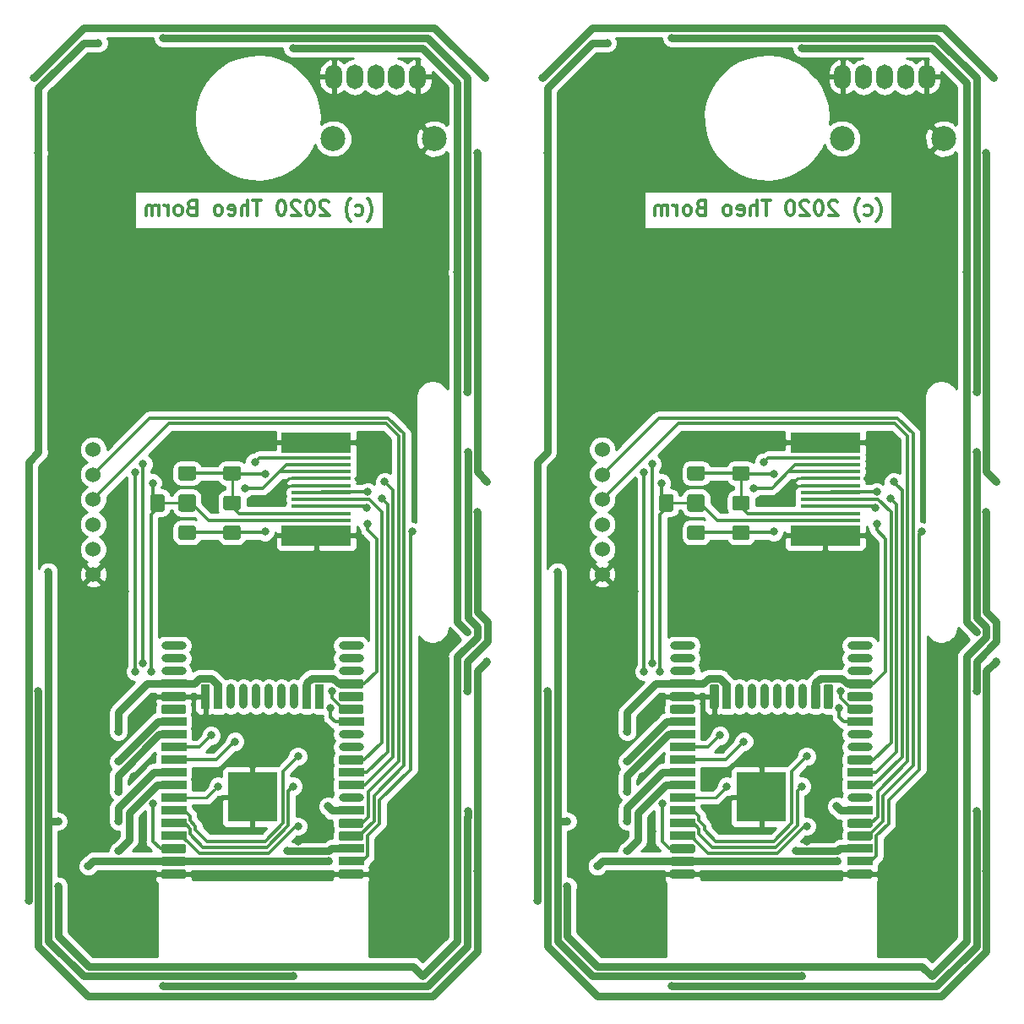
<source format=gbr>
G04 #@! TF.GenerationSoftware,KiCad,Pcbnew,5.0.2+dfsg1-1*
G04 #@! TF.CreationDate,2020-08-23T11:53:46+02:00*
G04 #@! TF.ProjectId,badge,62616467-652e-46b6-9963-61645f706362,rev?*
G04 #@! TF.SameCoordinates,Original*
G04 #@! TF.FileFunction,Copper,L2,Bot*
G04 #@! TF.FilePolarity,Positive*
%FSLAX46Y46*%
G04 Gerber Fmt 4.6, Leading zero omitted, Abs format (unit mm)*
G04 Created by KiCad (PCBNEW 5.0.2+dfsg1-1) date Sun 23 Aug 2020 11:53:46 AM CEST*
%MOMM*%
%LPD*%
G01*
G04 APERTURE LIST*
G04 #@! TA.AperFunction,NonConductor*
%ADD10C,0.300000*%
G04 #@! TD*
G04 #@! TA.AperFunction,Conductor*
%ADD11C,0.100000*%
G04 #@! TD*
G04 #@! TA.AperFunction,SMDPad,CuDef*
%ADD12C,1.425000*%
G04 #@! TD*
G04 #@! TA.AperFunction,ComponentPad*
%ADD13C,1.524000*%
G04 #@! TD*
G04 #@! TA.AperFunction,ComponentPad*
%ADD14O,1.700000X2.500000*%
G04 #@! TD*
G04 #@! TA.AperFunction,ComponentPad*
%ADD15C,2.500000*%
G04 #@! TD*
G04 #@! TA.AperFunction,SMDPad,CuDef*
%ADD16C,1.750000*%
G04 #@! TD*
G04 #@! TA.AperFunction,SMDPad,CuDef*
%ADD17C,1.426000*%
G04 #@! TD*
G04 #@! TA.AperFunction,SMDPad,CuDef*
%ADD18R,6.000000X0.400000*%
G04 #@! TD*
G04 #@! TA.AperFunction,SMDPad,CuDef*
%ADD19R,7.000000X2.000000*%
G04 #@! TD*
G04 #@! TA.AperFunction,SMDPad,CuDef*
%ADD20C,0.900000*%
G04 #@! TD*
G04 #@! TA.AperFunction,SMDPad,CuDef*
%ADD21R,2.500000X0.900000*%
G04 #@! TD*
G04 #@! TA.AperFunction,SMDPad,CuDef*
%ADD22O,2.500000X0.900000*%
G04 #@! TD*
G04 #@! TA.AperFunction,ComponentPad*
%ADD23R,5.000000X5.000000*%
G04 #@! TD*
G04 #@! TA.AperFunction,SMDPad,CuDef*
%ADD24R,0.900000X2.500000*%
G04 #@! TD*
G04 #@! TA.AperFunction,SMDPad,CuDef*
%ADD25O,0.900000X2.500000*%
G04 #@! TD*
G04 #@! TA.AperFunction,ViaPad*
%ADD26C,0.800000*%
G04 #@! TD*
G04 #@! TA.AperFunction,Conductor*
%ADD27C,0.250000*%
G04 #@! TD*
G04 #@! TA.AperFunction,Conductor*
%ADD28C,0.750000*%
G04 #@! TD*
G04 #@! TA.AperFunction,Conductor*
%ADD29C,0.350000*%
G04 #@! TD*
G04 #@! TA.AperFunction,Conductor*
%ADD30C,0.254000*%
G04 #@! TD*
G04 #@! TA.AperFunction,NonConductor*
%ADD31C,0.254000*%
G04 #@! TD*
G04 APERTURE END LIST*
D10*
X125492857Y-90850000D02*
X125564285Y-90778571D01*
X125707142Y-90564285D01*
X125778571Y-90421428D01*
X125850000Y-90207142D01*
X125921428Y-89850000D01*
X125921428Y-89564285D01*
X125850000Y-89207142D01*
X125778571Y-88992857D01*
X125707142Y-88850000D01*
X125564285Y-88635714D01*
X125492857Y-88564285D01*
X124278571Y-90207142D02*
X124421428Y-90278571D01*
X124707142Y-90278571D01*
X124850000Y-90207142D01*
X124921428Y-90135714D01*
X124992857Y-89992857D01*
X124992857Y-89564285D01*
X124921428Y-89421428D01*
X124850000Y-89350000D01*
X124707142Y-89278571D01*
X124421428Y-89278571D01*
X124278571Y-89350000D01*
X123778571Y-90850000D02*
X123707142Y-90778571D01*
X123564285Y-90564285D01*
X123492857Y-90421428D01*
X123421428Y-90207142D01*
X123350000Y-89850000D01*
X123350000Y-89564285D01*
X123421428Y-89207142D01*
X123492857Y-88992857D01*
X123564285Y-88850000D01*
X123707142Y-88635714D01*
X123778571Y-88564285D01*
X121564285Y-88921428D02*
X121492857Y-88850000D01*
X121350000Y-88778571D01*
X120992857Y-88778571D01*
X120850000Y-88850000D01*
X120778571Y-88921428D01*
X120707142Y-89064285D01*
X120707142Y-89207142D01*
X120778571Y-89421428D01*
X121635714Y-90278571D01*
X120707142Y-90278571D01*
X119778571Y-88778571D02*
X119635714Y-88778571D01*
X119492857Y-88850000D01*
X119421428Y-88921428D01*
X119350000Y-89064285D01*
X119278571Y-89350000D01*
X119278571Y-89707142D01*
X119350000Y-89992857D01*
X119421428Y-90135714D01*
X119492857Y-90207142D01*
X119635714Y-90278571D01*
X119778571Y-90278571D01*
X119921428Y-90207142D01*
X119992857Y-90135714D01*
X120064285Y-89992857D01*
X120135714Y-89707142D01*
X120135714Y-89350000D01*
X120064285Y-89064285D01*
X119992857Y-88921428D01*
X119921428Y-88850000D01*
X119778571Y-88778571D01*
X118707142Y-88921428D02*
X118635714Y-88850000D01*
X118492857Y-88778571D01*
X118135714Y-88778571D01*
X117992857Y-88850000D01*
X117921428Y-88921428D01*
X117850000Y-89064285D01*
X117850000Y-89207142D01*
X117921428Y-89421428D01*
X118778571Y-90278571D01*
X117850000Y-90278571D01*
X116921428Y-88778571D02*
X116778571Y-88778571D01*
X116635714Y-88850000D01*
X116564285Y-88921428D01*
X116492857Y-89064285D01*
X116421428Y-89350000D01*
X116421428Y-89707142D01*
X116492857Y-89992857D01*
X116564285Y-90135714D01*
X116635714Y-90207142D01*
X116778571Y-90278571D01*
X116921428Y-90278571D01*
X117064285Y-90207142D01*
X117135714Y-90135714D01*
X117207142Y-89992857D01*
X117278571Y-89707142D01*
X117278571Y-89350000D01*
X117207142Y-89064285D01*
X117135714Y-88921428D01*
X117064285Y-88850000D01*
X116921428Y-88778571D01*
X114850000Y-88778571D02*
X113992857Y-88778571D01*
X114421428Y-90278571D02*
X114421428Y-88778571D01*
X113492857Y-90278571D02*
X113492857Y-88778571D01*
X112850000Y-90278571D02*
X112850000Y-89492857D01*
X112921428Y-89350000D01*
X113064285Y-89278571D01*
X113278571Y-89278571D01*
X113421428Y-89350000D01*
X113492857Y-89421428D01*
X111564285Y-90207142D02*
X111707142Y-90278571D01*
X111992857Y-90278571D01*
X112135714Y-90207142D01*
X112207142Y-90064285D01*
X112207142Y-89492857D01*
X112135714Y-89350000D01*
X111992857Y-89278571D01*
X111707142Y-89278571D01*
X111564285Y-89350000D01*
X111492857Y-89492857D01*
X111492857Y-89635714D01*
X112207142Y-89778571D01*
X110635714Y-90278571D02*
X110778571Y-90207142D01*
X110850000Y-90135714D01*
X110921428Y-89992857D01*
X110921428Y-89564285D01*
X110850000Y-89421428D01*
X110778571Y-89350000D01*
X110635714Y-89278571D01*
X110421428Y-89278571D01*
X110278571Y-89350000D01*
X110207142Y-89421428D01*
X110135714Y-89564285D01*
X110135714Y-89992857D01*
X110207142Y-90135714D01*
X110278571Y-90207142D01*
X110421428Y-90278571D01*
X110635714Y-90278571D01*
X107850000Y-89492857D02*
X107635714Y-89564285D01*
X107564285Y-89635714D01*
X107492857Y-89778571D01*
X107492857Y-89992857D01*
X107564285Y-90135714D01*
X107635714Y-90207142D01*
X107778571Y-90278571D01*
X108350000Y-90278571D01*
X108350000Y-88778571D01*
X107850000Y-88778571D01*
X107707142Y-88850000D01*
X107635714Y-88921428D01*
X107564285Y-89064285D01*
X107564285Y-89207142D01*
X107635714Y-89350000D01*
X107707142Y-89421428D01*
X107850000Y-89492857D01*
X108350000Y-89492857D01*
X106635714Y-90278571D02*
X106778571Y-90207142D01*
X106850000Y-90135714D01*
X106921428Y-89992857D01*
X106921428Y-89564285D01*
X106850000Y-89421428D01*
X106778571Y-89350000D01*
X106635714Y-89278571D01*
X106421428Y-89278571D01*
X106278571Y-89350000D01*
X106207142Y-89421428D01*
X106135714Y-89564285D01*
X106135714Y-89992857D01*
X106207142Y-90135714D01*
X106278571Y-90207142D01*
X106421428Y-90278571D01*
X106635714Y-90278571D01*
X105492857Y-90278571D02*
X105492857Y-89278571D01*
X105492857Y-89564285D02*
X105421428Y-89421428D01*
X105350000Y-89350000D01*
X105207142Y-89278571D01*
X105064285Y-89278571D01*
X104564285Y-90278571D02*
X104564285Y-89278571D01*
X104564285Y-89421428D02*
X104492857Y-89350000D01*
X104350000Y-89278571D01*
X104135714Y-89278571D01*
X103992857Y-89350000D01*
X103921428Y-89492857D01*
X103921428Y-90278571D01*
X103921428Y-89492857D02*
X103850000Y-89350000D01*
X103707142Y-89278571D01*
X103492857Y-89278571D01*
X103350000Y-89350000D01*
X103278571Y-89492857D01*
X103278571Y-90278571D01*
X176492857Y-90850000D02*
X176564285Y-90778571D01*
X176707142Y-90564285D01*
X176778571Y-90421428D01*
X176850000Y-90207142D01*
X176921428Y-89850000D01*
X176921428Y-89564285D01*
X176850000Y-89207142D01*
X176778571Y-88992857D01*
X176707142Y-88850000D01*
X176564285Y-88635714D01*
X176492857Y-88564285D01*
X175278571Y-90207142D02*
X175421428Y-90278571D01*
X175707142Y-90278571D01*
X175850000Y-90207142D01*
X175921428Y-90135714D01*
X175992857Y-89992857D01*
X175992857Y-89564285D01*
X175921428Y-89421428D01*
X175850000Y-89350000D01*
X175707142Y-89278571D01*
X175421428Y-89278571D01*
X175278571Y-89350000D01*
X174778571Y-90850000D02*
X174707142Y-90778571D01*
X174564285Y-90564285D01*
X174492857Y-90421428D01*
X174421428Y-90207142D01*
X174350000Y-89850000D01*
X174350000Y-89564285D01*
X174421428Y-89207142D01*
X174492857Y-88992857D01*
X174564285Y-88850000D01*
X174707142Y-88635714D01*
X174778571Y-88564285D01*
X172564285Y-88921428D02*
X172492857Y-88850000D01*
X172350000Y-88778571D01*
X171992857Y-88778571D01*
X171850000Y-88850000D01*
X171778571Y-88921428D01*
X171707142Y-89064285D01*
X171707142Y-89207142D01*
X171778571Y-89421428D01*
X172635714Y-90278571D01*
X171707142Y-90278571D01*
X170778571Y-88778571D02*
X170635714Y-88778571D01*
X170492857Y-88850000D01*
X170421428Y-88921428D01*
X170350000Y-89064285D01*
X170278571Y-89350000D01*
X170278571Y-89707142D01*
X170350000Y-89992857D01*
X170421428Y-90135714D01*
X170492857Y-90207142D01*
X170635714Y-90278571D01*
X170778571Y-90278571D01*
X170921428Y-90207142D01*
X170992857Y-90135714D01*
X171064285Y-89992857D01*
X171135714Y-89707142D01*
X171135714Y-89350000D01*
X171064285Y-89064285D01*
X170992857Y-88921428D01*
X170921428Y-88850000D01*
X170778571Y-88778571D01*
X169707142Y-88921428D02*
X169635714Y-88850000D01*
X169492857Y-88778571D01*
X169135714Y-88778571D01*
X168992857Y-88850000D01*
X168921428Y-88921428D01*
X168850000Y-89064285D01*
X168850000Y-89207142D01*
X168921428Y-89421428D01*
X169778571Y-90278571D01*
X168850000Y-90278571D01*
X167921428Y-88778571D02*
X167778571Y-88778571D01*
X167635714Y-88850000D01*
X167564285Y-88921428D01*
X167492857Y-89064285D01*
X167421428Y-89350000D01*
X167421428Y-89707142D01*
X167492857Y-89992857D01*
X167564285Y-90135714D01*
X167635714Y-90207142D01*
X167778571Y-90278571D01*
X167921428Y-90278571D01*
X168064285Y-90207142D01*
X168135714Y-90135714D01*
X168207142Y-89992857D01*
X168278571Y-89707142D01*
X168278571Y-89350000D01*
X168207142Y-89064285D01*
X168135714Y-88921428D01*
X168064285Y-88850000D01*
X167921428Y-88778571D01*
X165850000Y-88778571D02*
X164992857Y-88778571D01*
X165421428Y-90278571D02*
X165421428Y-88778571D01*
X164492857Y-90278571D02*
X164492857Y-88778571D01*
X163850000Y-90278571D02*
X163850000Y-89492857D01*
X163921428Y-89350000D01*
X164064285Y-89278571D01*
X164278571Y-89278571D01*
X164421428Y-89350000D01*
X164492857Y-89421428D01*
X162564285Y-90207142D02*
X162707142Y-90278571D01*
X162992857Y-90278571D01*
X163135714Y-90207142D01*
X163207142Y-90064285D01*
X163207142Y-89492857D01*
X163135714Y-89350000D01*
X162992857Y-89278571D01*
X162707142Y-89278571D01*
X162564285Y-89350000D01*
X162492857Y-89492857D01*
X162492857Y-89635714D01*
X163207142Y-89778571D01*
X161635714Y-90278571D02*
X161778571Y-90207142D01*
X161850000Y-90135714D01*
X161921428Y-89992857D01*
X161921428Y-89564285D01*
X161850000Y-89421428D01*
X161778571Y-89350000D01*
X161635714Y-89278571D01*
X161421428Y-89278571D01*
X161278571Y-89350000D01*
X161207142Y-89421428D01*
X161135714Y-89564285D01*
X161135714Y-89992857D01*
X161207142Y-90135714D01*
X161278571Y-90207142D01*
X161421428Y-90278571D01*
X161635714Y-90278571D01*
X158850000Y-89492857D02*
X158635714Y-89564285D01*
X158564285Y-89635714D01*
X158492857Y-89778571D01*
X158492857Y-89992857D01*
X158564285Y-90135714D01*
X158635714Y-90207142D01*
X158778571Y-90278571D01*
X159350000Y-90278571D01*
X159350000Y-88778571D01*
X158850000Y-88778571D01*
X158707142Y-88850000D01*
X158635714Y-88921428D01*
X158564285Y-89064285D01*
X158564285Y-89207142D01*
X158635714Y-89350000D01*
X158707142Y-89421428D01*
X158850000Y-89492857D01*
X159350000Y-89492857D01*
X157635714Y-90278571D02*
X157778571Y-90207142D01*
X157850000Y-90135714D01*
X157921428Y-89992857D01*
X157921428Y-89564285D01*
X157850000Y-89421428D01*
X157778571Y-89350000D01*
X157635714Y-89278571D01*
X157421428Y-89278571D01*
X157278571Y-89350000D01*
X157207142Y-89421428D01*
X157135714Y-89564285D01*
X157135714Y-89992857D01*
X157207142Y-90135714D01*
X157278571Y-90207142D01*
X157421428Y-90278571D01*
X157635714Y-90278571D01*
X156492857Y-90278571D02*
X156492857Y-89278571D01*
X156492857Y-89564285D02*
X156421428Y-89421428D01*
X156350000Y-89350000D01*
X156207142Y-89278571D01*
X156064285Y-89278571D01*
X155564285Y-90278571D02*
X155564285Y-89278571D01*
X155564285Y-89421428D02*
X155492857Y-89350000D01*
X155350000Y-89278571D01*
X155135714Y-89278571D01*
X154992857Y-89350000D01*
X154921428Y-89492857D01*
X154921428Y-90278571D01*
X154921428Y-89492857D02*
X154850000Y-89350000D01*
X154707142Y-89278571D01*
X154492857Y-89278571D01*
X154350000Y-89350000D01*
X154278571Y-89492857D01*
X154278571Y-90278571D01*
D11*
G04 #@! TO.N,N/C*
G04 #@! TO.C,U7*
G36*
X112550069Y-118388701D02*
X112574276Y-118392292D01*
X112598015Y-118398238D01*
X112621057Y-118406482D01*
X112643180Y-118416946D01*
X112664171Y-118429527D01*
X112683827Y-118444105D01*
X112701960Y-118460540D01*
X112718395Y-118478673D01*
X112732973Y-118498329D01*
X112745554Y-118519320D01*
X112756018Y-118541443D01*
X112764262Y-118564485D01*
X112770208Y-118588224D01*
X112773799Y-118612431D01*
X112775000Y-118636874D01*
X112775000Y-119563126D01*
X112773799Y-119587569D01*
X112770208Y-119611776D01*
X112764262Y-119635515D01*
X112756018Y-119658557D01*
X112745554Y-119680680D01*
X112732973Y-119701671D01*
X112718395Y-119721327D01*
X112701960Y-119739460D01*
X112683827Y-119755895D01*
X112664171Y-119770473D01*
X112643180Y-119783054D01*
X112621057Y-119793518D01*
X112598015Y-119801762D01*
X112574276Y-119807708D01*
X112550069Y-119811299D01*
X112525626Y-119812500D01*
X111274374Y-119812500D01*
X111249931Y-119811299D01*
X111225724Y-119807708D01*
X111201985Y-119801762D01*
X111178943Y-119793518D01*
X111156820Y-119783054D01*
X111135829Y-119770473D01*
X111116173Y-119755895D01*
X111098040Y-119739460D01*
X111081605Y-119721327D01*
X111067027Y-119701671D01*
X111054446Y-119680680D01*
X111043982Y-119658557D01*
X111035738Y-119635515D01*
X111029792Y-119611776D01*
X111026201Y-119587569D01*
X111025000Y-119563126D01*
X111025000Y-118636874D01*
X111026201Y-118612431D01*
X111029792Y-118588224D01*
X111035738Y-118564485D01*
X111043982Y-118541443D01*
X111054446Y-118519320D01*
X111067027Y-118498329D01*
X111081605Y-118478673D01*
X111098040Y-118460540D01*
X111116173Y-118444105D01*
X111135829Y-118429527D01*
X111156820Y-118416946D01*
X111178943Y-118406482D01*
X111201985Y-118398238D01*
X111225724Y-118392292D01*
X111249931Y-118388701D01*
X111274374Y-118387500D01*
X112525626Y-118387500D01*
X112550069Y-118388701D01*
X112550069Y-118388701D01*
G37*
D12*
G04 #@! TD*
G04 #@! TO.P,U7,3*
G04 #@! TO.N,N/C*
X111900000Y-119100000D03*
D11*
G04 #@! TO.N,N/C*
G04 #@! TO.C,U7*
G36*
X112550069Y-121363701D02*
X112574276Y-121367292D01*
X112598015Y-121373238D01*
X112621057Y-121381482D01*
X112643180Y-121391946D01*
X112664171Y-121404527D01*
X112683827Y-121419105D01*
X112701960Y-121435540D01*
X112718395Y-121453673D01*
X112732973Y-121473329D01*
X112745554Y-121494320D01*
X112756018Y-121516443D01*
X112764262Y-121539485D01*
X112770208Y-121563224D01*
X112773799Y-121587431D01*
X112775000Y-121611874D01*
X112775000Y-122538126D01*
X112773799Y-122562569D01*
X112770208Y-122586776D01*
X112764262Y-122610515D01*
X112756018Y-122633557D01*
X112745554Y-122655680D01*
X112732973Y-122676671D01*
X112718395Y-122696327D01*
X112701960Y-122714460D01*
X112683827Y-122730895D01*
X112664171Y-122745473D01*
X112643180Y-122758054D01*
X112621057Y-122768518D01*
X112598015Y-122776762D01*
X112574276Y-122782708D01*
X112550069Y-122786299D01*
X112525626Y-122787500D01*
X111274374Y-122787500D01*
X111249931Y-122786299D01*
X111225724Y-122782708D01*
X111201985Y-122776762D01*
X111178943Y-122768518D01*
X111156820Y-122758054D01*
X111135829Y-122745473D01*
X111116173Y-122730895D01*
X111098040Y-122714460D01*
X111081605Y-122696327D01*
X111067027Y-122676671D01*
X111054446Y-122655680D01*
X111043982Y-122633557D01*
X111035738Y-122610515D01*
X111029792Y-122586776D01*
X111026201Y-122562569D01*
X111025000Y-122538126D01*
X111025000Y-121611874D01*
X111026201Y-121587431D01*
X111029792Y-121563224D01*
X111035738Y-121539485D01*
X111043982Y-121516443D01*
X111054446Y-121494320D01*
X111067027Y-121473329D01*
X111081605Y-121453673D01*
X111098040Y-121435540D01*
X111116173Y-121419105D01*
X111135829Y-121404527D01*
X111156820Y-121391946D01*
X111178943Y-121381482D01*
X111201985Y-121373238D01*
X111225724Y-121367292D01*
X111249931Y-121363701D01*
X111274374Y-121362500D01*
X112525626Y-121362500D01*
X112550069Y-121363701D01*
X112550069Y-121363701D01*
G37*
D12*
G04 #@! TD*
G04 #@! TO.P,U7,1*
G04 #@! TO.N,N/C*
X111900000Y-122075000D03*
D11*
G04 #@! TO.N,N/C*
G04 #@! TO.C,U7*
G36*
X112550069Y-115413701D02*
X112574276Y-115417292D01*
X112598015Y-115423238D01*
X112621057Y-115431482D01*
X112643180Y-115441946D01*
X112664171Y-115454527D01*
X112683827Y-115469105D01*
X112701960Y-115485540D01*
X112718395Y-115503673D01*
X112732973Y-115523329D01*
X112745554Y-115544320D01*
X112756018Y-115566443D01*
X112764262Y-115589485D01*
X112770208Y-115613224D01*
X112773799Y-115637431D01*
X112775000Y-115661874D01*
X112775000Y-116588126D01*
X112773799Y-116612569D01*
X112770208Y-116636776D01*
X112764262Y-116660515D01*
X112756018Y-116683557D01*
X112745554Y-116705680D01*
X112732973Y-116726671D01*
X112718395Y-116746327D01*
X112701960Y-116764460D01*
X112683827Y-116780895D01*
X112664171Y-116795473D01*
X112643180Y-116808054D01*
X112621057Y-116818518D01*
X112598015Y-116826762D01*
X112574276Y-116832708D01*
X112550069Y-116836299D01*
X112525626Y-116837500D01*
X111274374Y-116837500D01*
X111249931Y-116836299D01*
X111225724Y-116832708D01*
X111201985Y-116826762D01*
X111178943Y-116818518D01*
X111156820Y-116808054D01*
X111135829Y-116795473D01*
X111116173Y-116780895D01*
X111098040Y-116764460D01*
X111081605Y-116746327D01*
X111067027Y-116726671D01*
X111054446Y-116705680D01*
X111043982Y-116683557D01*
X111035738Y-116660515D01*
X111029792Y-116636776D01*
X111026201Y-116612569D01*
X111025000Y-116588126D01*
X111025000Y-115661874D01*
X111026201Y-115637431D01*
X111029792Y-115613224D01*
X111035738Y-115589485D01*
X111043982Y-115566443D01*
X111054446Y-115544320D01*
X111067027Y-115523329D01*
X111081605Y-115503673D01*
X111098040Y-115485540D01*
X111116173Y-115469105D01*
X111135829Y-115454527D01*
X111156820Y-115441946D01*
X111178943Y-115431482D01*
X111201985Y-115423238D01*
X111225724Y-115417292D01*
X111249931Y-115413701D01*
X111274374Y-115412500D01*
X112525626Y-115412500D01*
X112550069Y-115413701D01*
X112550069Y-115413701D01*
G37*
D12*
G04 #@! TD*
G04 #@! TO.P,U7,2*
G04 #@! TO.N,N/C*
X111900000Y-116125000D03*
D13*
G04 #@! TO.P,j1,1*
G04 #@! TO.N,N/C*
X98000000Y-126250000D03*
G04 #@! TO.P,j1,2*
X98000000Y-123750000D03*
G04 #@! TO.P,j1,3*
X98000000Y-121250000D03*
G04 #@! TO.P,j1,4*
X98000000Y-118750000D03*
G04 #@! TO.P,j1,5*
X98000000Y-116250000D03*
G04 #@! TO.P,j1,6*
X98000000Y-113750000D03*
G04 #@! TD*
D14*
G04 #@! TO.P,U1,1*
G04 #@! TO.N,N/C*
X130500000Y-76400000D03*
G04 #@! TO.P,U1,2*
X128400000Y-76400000D03*
G04 #@! TO.P,U1,3*
X126300000Y-76400000D03*
G04 #@! TO.P,U1,4*
X124200000Y-76400000D03*
G04 #@! TO.P,U1,5*
X122100000Y-76400000D03*
G04 #@! TD*
D15*
G04 #@! TO.P,B1,1*
G04 #@! TO.N,N/C*
X122040000Y-82600000D03*
G04 #@! TO.P,B1,2*
X132200000Y-82600000D03*
G04 #@! TD*
D11*
G04 #@! TO.N,N/C*
G04 #@! TO.C,U8*
G36*
X107998768Y-118226475D02*
X108028496Y-118230885D01*
X108057650Y-118238187D01*
X108085947Y-118248312D01*
X108113115Y-118261162D01*
X108138893Y-118276612D01*
X108163033Y-118294516D01*
X108185301Y-118314699D01*
X108205484Y-118336967D01*
X108223388Y-118361107D01*
X108238838Y-118386885D01*
X108251688Y-118414053D01*
X108261813Y-118442350D01*
X108269115Y-118471504D01*
X108273525Y-118501232D01*
X108275000Y-118531250D01*
X108275000Y-119668750D01*
X108273525Y-119698768D01*
X108269115Y-119728496D01*
X108261813Y-119757650D01*
X108251688Y-119785947D01*
X108238838Y-119813115D01*
X108223388Y-119838893D01*
X108205484Y-119863033D01*
X108185301Y-119885301D01*
X108163033Y-119905484D01*
X108138893Y-119923388D01*
X108113115Y-119938838D01*
X108085947Y-119951688D01*
X108057650Y-119961813D01*
X108028496Y-119969115D01*
X107998768Y-119973525D01*
X107968750Y-119975000D01*
X106831250Y-119975000D01*
X106801232Y-119973525D01*
X106771504Y-119969115D01*
X106742350Y-119961813D01*
X106714053Y-119951688D01*
X106686885Y-119938838D01*
X106661107Y-119923388D01*
X106636967Y-119905484D01*
X106614699Y-119885301D01*
X106594516Y-119863033D01*
X106576612Y-119838893D01*
X106561162Y-119813115D01*
X106548312Y-119785947D01*
X106538187Y-119757650D01*
X106530885Y-119728496D01*
X106526475Y-119698768D01*
X106525000Y-119668750D01*
X106525000Y-118531250D01*
X106526475Y-118501232D01*
X106530885Y-118471504D01*
X106538187Y-118442350D01*
X106548312Y-118414053D01*
X106561162Y-118386885D01*
X106576612Y-118361107D01*
X106594516Y-118336967D01*
X106614699Y-118314699D01*
X106636967Y-118294516D01*
X106661107Y-118276612D01*
X106686885Y-118261162D01*
X106714053Y-118248312D01*
X106742350Y-118238187D01*
X106771504Y-118230885D01*
X106801232Y-118226475D01*
X106831250Y-118225000D01*
X107968750Y-118225000D01*
X107998768Y-118226475D01*
X107998768Y-118226475D01*
G37*
D16*
G04 #@! TD*
G04 #@! TO.P,U8,4*
G04 #@! TO.N,N/C*
X107400000Y-119100000D03*
D11*
G04 #@! TO.N,N/C*
G04 #@! TO.C,U8*
G36*
X108050069Y-121363701D02*
X108074276Y-121367292D01*
X108098015Y-121373238D01*
X108121057Y-121381482D01*
X108143180Y-121391946D01*
X108164171Y-121404527D01*
X108183827Y-121419105D01*
X108201960Y-121435540D01*
X108218395Y-121453673D01*
X108232973Y-121473329D01*
X108245554Y-121494320D01*
X108256018Y-121516443D01*
X108264262Y-121539485D01*
X108270208Y-121563224D01*
X108273799Y-121587431D01*
X108275000Y-121611874D01*
X108275000Y-122538126D01*
X108273799Y-122562569D01*
X108270208Y-122586776D01*
X108264262Y-122610515D01*
X108256018Y-122633557D01*
X108245554Y-122655680D01*
X108232973Y-122676671D01*
X108218395Y-122696327D01*
X108201960Y-122714460D01*
X108183827Y-122730895D01*
X108164171Y-122745473D01*
X108143180Y-122758054D01*
X108121057Y-122768518D01*
X108098015Y-122776762D01*
X108074276Y-122782708D01*
X108050069Y-122786299D01*
X108025626Y-122787500D01*
X106774374Y-122787500D01*
X106749931Y-122786299D01*
X106725724Y-122782708D01*
X106701985Y-122776762D01*
X106678943Y-122768518D01*
X106656820Y-122758054D01*
X106635829Y-122745473D01*
X106616173Y-122730895D01*
X106598040Y-122714460D01*
X106581605Y-122696327D01*
X106567027Y-122676671D01*
X106554446Y-122655680D01*
X106543982Y-122633557D01*
X106535738Y-122610515D01*
X106529792Y-122586776D01*
X106526201Y-122562569D01*
X106525000Y-122538126D01*
X106525000Y-121611874D01*
X106526201Y-121587431D01*
X106529792Y-121563224D01*
X106535738Y-121539485D01*
X106543982Y-121516443D01*
X106554446Y-121494320D01*
X106567027Y-121473329D01*
X106581605Y-121453673D01*
X106598040Y-121435540D01*
X106616173Y-121419105D01*
X106635829Y-121404527D01*
X106656820Y-121391946D01*
X106678943Y-121381482D01*
X106701985Y-121373238D01*
X106725724Y-121367292D01*
X106749931Y-121363701D01*
X106774374Y-121362500D01*
X108025626Y-121362500D01*
X108050069Y-121363701D01*
X108050069Y-121363701D01*
G37*
D12*
G04 #@! TD*
G04 #@! TO.P,U8,1*
G04 #@! TO.N,N/C*
X107400000Y-122075000D03*
D11*
G04 #@! TO.N,N/C*
G04 #@! TO.C,U8*
G36*
X104912569Y-118226201D02*
X104936776Y-118229792D01*
X104960515Y-118235738D01*
X104983557Y-118243982D01*
X105005680Y-118254446D01*
X105026671Y-118267027D01*
X105046327Y-118281605D01*
X105064460Y-118298040D01*
X105080895Y-118316173D01*
X105095473Y-118335829D01*
X105108054Y-118356820D01*
X105118518Y-118378943D01*
X105126762Y-118401985D01*
X105132708Y-118425724D01*
X105136299Y-118449931D01*
X105137500Y-118474374D01*
X105137500Y-119725626D01*
X105136299Y-119750069D01*
X105132708Y-119774276D01*
X105126762Y-119798015D01*
X105118518Y-119821057D01*
X105108054Y-119843180D01*
X105095473Y-119864171D01*
X105080895Y-119883827D01*
X105064460Y-119901960D01*
X105046327Y-119918395D01*
X105026671Y-119932973D01*
X105005680Y-119945554D01*
X104983557Y-119956018D01*
X104960515Y-119964262D01*
X104936776Y-119970208D01*
X104912569Y-119973799D01*
X104888126Y-119975000D01*
X103961874Y-119975000D01*
X103937431Y-119973799D01*
X103913224Y-119970208D01*
X103889485Y-119964262D01*
X103866443Y-119956018D01*
X103844320Y-119945554D01*
X103823329Y-119932973D01*
X103803673Y-119918395D01*
X103785540Y-119901960D01*
X103769105Y-119883827D01*
X103754527Y-119864171D01*
X103741946Y-119843180D01*
X103731482Y-119821057D01*
X103723238Y-119798015D01*
X103717292Y-119774276D01*
X103713701Y-119750069D01*
X103712500Y-119725626D01*
X103712500Y-118474374D01*
X103713701Y-118449931D01*
X103717292Y-118425724D01*
X103723238Y-118401985D01*
X103731482Y-118378943D01*
X103741946Y-118356820D01*
X103754527Y-118335829D01*
X103769105Y-118316173D01*
X103785540Y-118298040D01*
X103803673Y-118281605D01*
X103823329Y-118267027D01*
X103844320Y-118254446D01*
X103866443Y-118243982D01*
X103889485Y-118235738D01*
X103913224Y-118229792D01*
X103937431Y-118226201D01*
X103961874Y-118225000D01*
X104888126Y-118225000D01*
X104912569Y-118226201D01*
X104912569Y-118226201D01*
G37*
D12*
G04 #@! TD*
G04 #@! TO.P,U8,2*
G04 #@! TO.N,N/C*
X104425000Y-119100000D03*
D11*
G04 #@! TO.N,N/C*
G04 #@! TO.C,U8*
G36*
X108049911Y-115413202D02*
X108074136Y-115416795D01*
X108097891Y-115422745D01*
X108120949Y-115430996D01*
X108143088Y-115441466D01*
X108164093Y-115454057D01*
X108183763Y-115468645D01*
X108201909Y-115485091D01*
X108218355Y-115503237D01*
X108232943Y-115522907D01*
X108245534Y-115543912D01*
X108256004Y-115566051D01*
X108264255Y-115589109D01*
X108270205Y-115612864D01*
X108273798Y-115637089D01*
X108275000Y-115661549D01*
X108275000Y-116588451D01*
X108273798Y-116612911D01*
X108270205Y-116637136D01*
X108264255Y-116660891D01*
X108256004Y-116683949D01*
X108245534Y-116706088D01*
X108232943Y-116727093D01*
X108218355Y-116746763D01*
X108201909Y-116764909D01*
X108183763Y-116781355D01*
X108164093Y-116795943D01*
X108143088Y-116808534D01*
X108120949Y-116819004D01*
X108097891Y-116827255D01*
X108074136Y-116833205D01*
X108049911Y-116836798D01*
X108025451Y-116838000D01*
X106774549Y-116838000D01*
X106750089Y-116836798D01*
X106725864Y-116833205D01*
X106702109Y-116827255D01*
X106679051Y-116819004D01*
X106656912Y-116808534D01*
X106635907Y-116795943D01*
X106616237Y-116781355D01*
X106598091Y-116764909D01*
X106581645Y-116746763D01*
X106567057Y-116727093D01*
X106554466Y-116706088D01*
X106543996Y-116683949D01*
X106535745Y-116660891D01*
X106529795Y-116637136D01*
X106526202Y-116612911D01*
X106525000Y-116588451D01*
X106525000Y-115661549D01*
X106526202Y-115637089D01*
X106529795Y-115612864D01*
X106535745Y-115589109D01*
X106543996Y-115566051D01*
X106554466Y-115543912D01*
X106567057Y-115522907D01*
X106581645Y-115503237D01*
X106598091Y-115485091D01*
X106616237Y-115468645D01*
X106635907Y-115454057D01*
X106656912Y-115441466D01*
X106679051Y-115430996D01*
X106702109Y-115422745D01*
X106725864Y-115416795D01*
X106750089Y-115413202D01*
X106774549Y-115412000D01*
X108025451Y-115412000D01*
X108049911Y-115413202D01*
X108049911Y-115413202D01*
G37*
D17*
G04 #@! TD*
G04 #@! TO.P,U8,3*
G04 #@! TO.N,N/C*
X107400000Y-116125000D03*
D18*
G04 #@! TO.P,U9,2*
G04 #@! TO.N,N/C*
X120853290Y-114552799D03*
G04 #@! TO.P,U9,3*
X120853290Y-115252799D03*
G04 #@! TO.P,U9,4*
X120853290Y-115952799D03*
G04 #@! TO.P,U9,5*
X120853290Y-116652799D03*
G04 #@! TO.P,U9,6*
X120853290Y-117352799D03*
G04 #@! TO.P,U9,7*
X120853290Y-118052799D03*
G04 #@! TO.P,U9,8*
X120853290Y-118752799D03*
G04 #@! TO.P,U9,9*
X120853290Y-119452799D03*
G04 #@! TO.P,U9,10*
X120853290Y-120152799D03*
D19*
G04 #@! TO.P,U9,1*
X120353290Y-113052799D03*
D18*
G04 #@! TO.P,U9,11*
X120853290Y-120852799D03*
D19*
G04 #@! TO.P,U9,12*
X120353290Y-122352799D03*
G04 #@! TD*
D11*
G04 #@! TO.N,N/C*
G04 #@! TO.C,U6*
G36*
X107102054Y-155831083D02*
X107123895Y-155834323D01*
X107145314Y-155839688D01*
X107166104Y-155847127D01*
X107186064Y-155856568D01*
X107205003Y-155867919D01*
X107222738Y-155881073D01*
X107239099Y-155895901D01*
X107253927Y-155912262D01*
X107267081Y-155929997D01*
X107278432Y-155948936D01*
X107287873Y-155968896D01*
X107295312Y-155989686D01*
X107300677Y-156011105D01*
X107303917Y-156032946D01*
X107305000Y-156055000D01*
X107305000Y-156505000D01*
X107303917Y-156527054D01*
X107300677Y-156548895D01*
X107295312Y-156570314D01*
X107287873Y-156591104D01*
X107278432Y-156611064D01*
X107267081Y-156630003D01*
X107253927Y-156647738D01*
X107239099Y-156664099D01*
X107222738Y-156678927D01*
X107205003Y-156692081D01*
X107186064Y-156703432D01*
X107166104Y-156712873D01*
X107145314Y-156720312D01*
X107123895Y-156725677D01*
X107102054Y-156728917D01*
X107080000Y-156730000D01*
X105030000Y-156730000D01*
X105007946Y-156728917D01*
X104986105Y-156725677D01*
X104964686Y-156720312D01*
X104943896Y-156712873D01*
X104923936Y-156703432D01*
X104904997Y-156692081D01*
X104887262Y-156678927D01*
X104870901Y-156664099D01*
X104856073Y-156647738D01*
X104842919Y-156630003D01*
X104831568Y-156611064D01*
X104822127Y-156591104D01*
X104814688Y-156570314D01*
X104809323Y-156548895D01*
X104806083Y-156527054D01*
X104805000Y-156505000D01*
X104805000Y-156055000D01*
X104806083Y-156032946D01*
X104809323Y-156011105D01*
X104814688Y-155989686D01*
X104822127Y-155968896D01*
X104831568Y-155948936D01*
X104842919Y-155929997D01*
X104856073Y-155912262D01*
X104870901Y-155895901D01*
X104887262Y-155881073D01*
X104904997Y-155867919D01*
X104923936Y-155856568D01*
X104943896Y-155847127D01*
X104964686Y-155839688D01*
X104986105Y-155834323D01*
X105007946Y-155831083D01*
X105030000Y-155830000D01*
X107080000Y-155830000D01*
X107102054Y-155831083D01*
X107102054Y-155831083D01*
G37*
D20*
G04 #@! TD*
G04 #@! TO.P,U6,1*
G04 #@! TO.N,N/C*
X106055000Y-156280000D03*
D11*
G04 #@! TO.N,N/C*
G04 #@! TO.C,U6*
G36*
X107102054Y-154561083D02*
X107123895Y-154564323D01*
X107145314Y-154569688D01*
X107166104Y-154577127D01*
X107186064Y-154586568D01*
X107205003Y-154597919D01*
X107222738Y-154611073D01*
X107239099Y-154625901D01*
X107253927Y-154642262D01*
X107267081Y-154659997D01*
X107278432Y-154678936D01*
X107287873Y-154698896D01*
X107295312Y-154719686D01*
X107300677Y-154741105D01*
X107303917Y-154762946D01*
X107305000Y-154785000D01*
X107305000Y-155235000D01*
X107303917Y-155257054D01*
X107300677Y-155278895D01*
X107295312Y-155300314D01*
X107287873Y-155321104D01*
X107278432Y-155341064D01*
X107267081Y-155360003D01*
X107253927Y-155377738D01*
X107239099Y-155394099D01*
X107222738Y-155408927D01*
X107205003Y-155422081D01*
X107186064Y-155433432D01*
X107166104Y-155442873D01*
X107145314Y-155450312D01*
X107123895Y-155455677D01*
X107102054Y-155458917D01*
X107080000Y-155460000D01*
X105030000Y-155460000D01*
X105007946Y-155458917D01*
X104986105Y-155455677D01*
X104964686Y-155450312D01*
X104943896Y-155442873D01*
X104923936Y-155433432D01*
X104904997Y-155422081D01*
X104887262Y-155408927D01*
X104870901Y-155394099D01*
X104856073Y-155377738D01*
X104842919Y-155360003D01*
X104831568Y-155341064D01*
X104822127Y-155321104D01*
X104814688Y-155300314D01*
X104809323Y-155278895D01*
X104806083Y-155257054D01*
X104805000Y-155235000D01*
X104805000Y-154785000D01*
X104806083Y-154762946D01*
X104809323Y-154741105D01*
X104814688Y-154719686D01*
X104822127Y-154698896D01*
X104831568Y-154678936D01*
X104842919Y-154659997D01*
X104856073Y-154642262D01*
X104870901Y-154625901D01*
X104887262Y-154611073D01*
X104904997Y-154597919D01*
X104923936Y-154586568D01*
X104943896Y-154577127D01*
X104964686Y-154569688D01*
X104986105Y-154564323D01*
X105007946Y-154561083D01*
X105030000Y-154560000D01*
X107080000Y-154560000D01*
X107102054Y-154561083D01*
X107102054Y-154561083D01*
G37*
D20*
G04 #@! TD*
G04 #@! TO.P,U6,2*
G04 #@! TO.N,N/C*
X106055000Y-155010000D03*
D11*
G04 #@! TO.N,N/C*
G04 #@! TO.C,U6*
G36*
X107102054Y-153291083D02*
X107123895Y-153294323D01*
X107145314Y-153299688D01*
X107166104Y-153307127D01*
X107186064Y-153316568D01*
X107205003Y-153327919D01*
X107222738Y-153341073D01*
X107239099Y-153355901D01*
X107253927Y-153372262D01*
X107267081Y-153389997D01*
X107278432Y-153408936D01*
X107287873Y-153428896D01*
X107295312Y-153449686D01*
X107300677Y-153471105D01*
X107303917Y-153492946D01*
X107305000Y-153515000D01*
X107305000Y-153965000D01*
X107303917Y-153987054D01*
X107300677Y-154008895D01*
X107295312Y-154030314D01*
X107287873Y-154051104D01*
X107278432Y-154071064D01*
X107267081Y-154090003D01*
X107253927Y-154107738D01*
X107239099Y-154124099D01*
X107222738Y-154138927D01*
X107205003Y-154152081D01*
X107186064Y-154163432D01*
X107166104Y-154172873D01*
X107145314Y-154180312D01*
X107123895Y-154185677D01*
X107102054Y-154188917D01*
X107080000Y-154190000D01*
X105030000Y-154190000D01*
X105007946Y-154188917D01*
X104986105Y-154185677D01*
X104964686Y-154180312D01*
X104943896Y-154172873D01*
X104923936Y-154163432D01*
X104904997Y-154152081D01*
X104887262Y-154138927D01*
X104870901Y-154124099D01*
X104856073Y-154107738D01*
X104842919Y-154090003D01*
X104831568Y-154071064D01*
X104822127Y-154051104D01*
X104814688Y-154030314D01*
X104809323Y-154008895D01*
X104806083Y-153987054D01*
X104805000Y-153965000D01*
X104805000Y-153515000D01*
X104806083Y-153492946D01*
X104809323Y-153471105D01*
X104814688Y-153449686D01*
X104822127Y-153428896D01*
X104831568Y-153408936D01*
X104842919Y-153389997D01*
X104856073Y-153372262D01*
X104870901Y-153355901D01*
X104887262Y-153341073D01*
X104904997Y-153327919D01*
X104923936Y-153316568D01*
X104943896Y-153307127D01*
X104964686Y-153299688D01*
X104986105Y-153294323D01*
X105007946Y-153291083D01*
X105030000Y-153290000D01*
X107080000Y-153290000D01*
X107102054Y-153291083D01*
X107102054Y-153291083D01*
G37*
D20*
G04 #@! TD*
G04 #@! TO.P,U6,3*
G04 #@! TO.N,N/C*
X106055000Y-153740000D03*
D21*
G04 #@! TO.P,U6,4*
G04 #@! TO.N,N/C*
X106055000Y-152470000D03*
G04 #@! TO.P,U6,5*
X106055000Y-151200000D03*
G04 #@! TO.P,U6,6*
X106055000Y-149930000D03*
G04 #@! TO.P,U6,7*
X106055000Y-148660000D03*
G04 #@! TO.P,U6,8*
X106055000Y-147390000D03*
G04 #@! TO.P,U6,10*
X106055000Y-144850000D03*
G04 #@! TO.P,U6,9*
X106055000Y-146120000D03*
G04 #@! TO.P,U6,11*
X106055000Y-143580000D03*
G04 #@! TO.P,U6,12*
X106055000Y-142310000D03*
G04 #@! TO.P,U6,13*
X106055000Y-141040000D03*
D11*
G04 #@! TD*
G04 #@! TO.N,N/C*
G04 #@! TO.C,U6*
G36*
X107102054Y-139321083D02*
X107123895Y-139324323D01*
X107145314Y-139329688D01*
X107166104Y-139337127D01*
X107186064Y-139346568D01*
X107205003Y-139357919D01*
X107222738Y-139371073D01*
X107239099Y-139385901D01*
X107253927Y-139402262D01*
X107267081Y-139419997D01*
X107278432Y-139438936D01*
X107287873Y-139458896D01*
X107295312Y-139479686D01*
X107300677Y-139501105D01*
X107303917Y-139522946D01*
X107305000Y-139545000D01*
X107305000Y-139995000D01*
X107303917Y-140017054D01*
X107300677Y-140038895D01*
X107295312Y-140060314D01*
X107287873Y-140081104D01*
X107278432Y-140101064D01*
X107267081Y-140120003D01*
X107253927Y-140137738D01*
X107239099Y-140154099D01*
X107222738Y-140168927D01*
X107205003Y-140182081D01*
X107186064Y-140193432D01*
X107166104Y-140202873D01*
X107145314Y-140210312D01*
X107123895Y-140215677D01*
X107102054Y-140218917D01*
X107080000Y-140220000D01*
X105030000Y-140220000D01*
X105007946Y-140218917D01*
X104986105Y-140215677D01*
X104964686Y-140210312D01*
X104943896Y-140202873D01*
X104923936Y-140193432D01*
X104904997Y-140182081D01*
X104887262Y-140168927D01*
X104870901Y-140154099D01*
X104856073Y-140137738D01*
X104842919Y-140120003D01*
X104831568Y-140101064D01*
X104822127Y-140081104D01*
X104814688Y-140060314D01*
X104809323Y-140038895D01*
X104806083Y-140017054D01*
X104805000Y-139995000D01*
X104805000Y-139545000D01*
X104806083Y-139522946D01*
X104809323Y-139501105D01*
X104814688Y-139479686D01*
X104822127Y-139458896D01*
X104831568Y-139438936D01*
X104842919Y-139419997D01*
X104856073Y-139402262D01*
X104870901Y-139385901D01*
X104887262Y-139371073D01*
X104904997Y-139357919D01*
X104923936Y-139346568D01*
X104943896Y-139337127D01*
X104964686Y-139329688D01*
X104986105Y-139324323D01*
X105007946Y-139321083D01*
X105030000Y-139320000D01*
X107080000Y-139320000D01*
X107102054Y-139321083D01*
X107102054Y-139321083D01*
G37*
D20*
G04 #@! TO.P,U6,14*
G04 #@! TO.N,N/C*
X106055000Y-139770000D03*
D11*
G04 #@! TD*
G04 #@! TO.N,N/C*
G04 #@! TO.C,U6*
G36*
X107102054Y-138051083D02*
X107123895Y-138054323D01*
X107145314Y-138059688D01*
X107166104Y-138067127D01*
X107186064Y-138076568D01*
X107205003Y-138087919D01*
X107222738Y-138101073D01*
X107239099Y-138115901D01*
X107253927Y-138132262D01*
X107267081Y-138149997D01*
X107278432Y-138168936D01*
X107287873Y-138188896D01*
X107295312Y-138209686D01*
X107300677Y-138231105D01*
X107303917Y-138252946D01*
X107305000Y-138275000D01*
X107305000Y-138725000D01*
X107303917Y-138747054D01*
X107300677Y-138768895D01*
X107295312Y-138790314D01*
X107287873Y-138811104D01*
X107278432Y-138831064D01*
X107267081Y-138850003D01*
X107253927Y-138867738D01*
X107239099Y-138884099D01*
X107222738Y-138898927D01*
X107205003Y-138912081D01*
X107186064Y-138923432D01*
X107166104Y-138932873D01*
X107145314Y-138940312D01*
X107123895Y-138945677D01*
X107102054Y-138948917D01*
X107080000Y-138950000D01*
X105030000Y-138950000D01*
X105007946Y-138948917D01*
X104986105Y-138945677D01*
X104964686Y-138940312D01*
X104943896Y-138932873D01*
X104923936Y-138923432D01*
X104904997Y-138912081D01*
X104887262Y-138898927D01*
X104870901Y-138884099D01*
X104856073Y-138867738D01*
X104842919Y-138850003D01*
X104831568Y-138831064D01*
X104822127Y-138811104D01*
X104814688Y-138790314D01*
X104809323Y-138768895D01*
X104806083Y-138747054D01*
X104805000Y-138725000D01*
X104805000Y-138275000D01*
X104806083Y-138252946D01*
X104809323Y-138231105D01*
X104814688Y-138209686D01*
X104822127Y-138188896D01*
X104831568Y-138168936D01*
X104842919Y-138149997D01*
X104856073Y-138132262D01*
X104870901Y-138115901D01*
X104887262Y-138101073D01*
X104904997Y-138087919D01*
X104923936Y-138076568D01*
X104943896Y-138067127D01*
X104964686Y-138059688D01*
X104986105Y-138054323D01*
X105007946Y-138051083D01*
X105030000Y-138050000D01*
X107080000Y-138050000D01*
X107102054Y-138051083D01*
X107102054Y-138051083D01*
G37*
D20*
G04 #@! TO.P,U6,15*
G04 #@! TO.N,N/C*
X106055000Y-138500000D03*
D21*
G04 #@! TO.P,U6,16*
X106055000Y-137230000D03*
D22*
G04 #@! TO.P,U6,18*
X106055000Y-134690000D03*
G04 #@! TO.P,U6,17*
X106055000Y-135960000D03*
G04 #@! TO.P,U6,19*
X106055000Y-133420000D03*
G04 #@! TO.P,U6,20*
X123835000Y-133420000D03*
G04 #@! TO.P,U6,21*
X123835000Y-134690000D03*
G04 #@! TO.P,U6,22*
X123835000Y-135960000D03*
D11*
G04 #@! TD*
G04 #@! TO.N,N/C*
G04 #@! TO.C,U6*
G36*
X124882054Y-136781083D02*
X124903895Y-136784323D01*
X124925314Y-136789688D01*
X124946104Y-136797127D01*
X124966064Y-136806568D01*
X124985003Y-136817919D01*
X125002738Y-136831073D01*
X125019099Y-136845901D01*
X125033927Y-136862262D01*
X125047081Y-136879997D01*
X125058432Y-136898936D01*
X125067873Y-136918896D01*
X125075312Y-136939686D01*
X125080677Y-136961105D01*
X125083917Y-136982946D01*
X125085000Y-137005000D01*
X125085000Y-137455000D01*
X125083917Y-137477054D01*
X125080677Y-137498895D01*
X125075312Y-137520314D01*
X125067873Y-137541104D01*
X125058432Y-137561064D01*
X125047081Y-137580003D01*
X125033927Y-137597738D01*
X125019099Y-137614099D01*
X125002738Y-137628927D01*
X124985003Y-137642081D01*
X124966064Y-137653432D01*
X124946104Y-137662873D01*
X124925314Y-137670312D01*
X124903895Y-137675677D01*
X124882054Y-137678917D01*
X124860000Y-137680000D01*
X122810000Y-137680000D01*
X122787946Y-137678917D01*
X122766105Y-137675677D01*
X122744686Y-137670312D01*
X122723896Y-137662873D01*
X122703936Y-137653432D01*
X122684997Y-137642081D01*
X122667262Y-137628927D01*
X122650901Y-137614099D01*
X122636073Y-137597738D01*
X122622919Y-137580003D01*
X122611568Y-137561064D01*
X122602127Y-137541104D01*
X122594688Y-137520314D01*
X122589323Y-137498895D01*
X122586083Y-137477054D01*
X122585000Y-137455000D01*
X122585000Y-137005000D01*
X122586083Y-136982946D01*
X122589323Y-136961105D01*
X122594688Y-136939686D01*
X122602127Y-136918896D01*
X122611568Y-136898936D01*
X122622919Y-136879997D01*
X122636073Y-136862262D01*
X122650901Y-136845901D01*
X122667262Y-136831073D01*
X122684997Y-136817919D01*
X122703936Y-136806568D01*
X122723896Y-136797127D01*
X122744686Y-136789688D01*
X122766105Y-136784323D01*
X122787946Y-136781083D01*
X122810000Y-136780000D01*
X124860000Y-136780000D01*
X124882054Y-136781083D01*
X124882054Y-136781083D01*
G37*
D20*
G04 #@! TO.P,U6,23*
G04 #@! TO.N,N/C*
X123835000Y-137230000D03*
D11*
G04 #@! TD*
G04 #@! TO.N,N/C*
G04 #@! TO.C,U6*
G36*
X124882054Y-138051083D02*
X124903895Y-138054323D01*
X124925314Y-138059688D01*
X124946104Y-138067127D01*
X124966064Y-138076568D01*
X124985003Y-138087919D01*
X125002738Y-138101073D01*
X125019099Y-138115901D01*
X125033927Y-138132262D01*
X125047081Y-138149997D01*
X125058432Y-138168936D01*
X125067873Y-138188896D01*
X125075312Y-138209686D01*
X125080677Y-138231105D01*
X125083917Y-138252946D01*
X125085000Y-138275000D01*
X125085000Y-138725000D01*
X125083917Y-138747054D01*
X125080677Y-138768895D01*
X125075312Y-138790314D01*
X125067873Y-138811104D01*
X125058432Y-138831064D01*
X125047081Y-138850003D01*
X125033927Y-138867738D01*
X125019099Y-138884099D01*
X125002738Y-138898927D01*
X124985003Y-138912081D01*
X124966064Y-138923432D01*
X124946104Y-138932873D01*
X124925314Y-138940312D01*
X124903895Y-138945677D01*
X124882054Y-138948917D01*
X124860000Y-138950000D01*
X122810000Y-138950000D01*
X122787946Y-138948917D01*
X122766105Y-138945677D01*
X122744686Y-138940312D01*
X122723896Y-138932873D01*
X122703936Y-138923432D01*
X122684997Y-138912081D01*
X122667262Y-138898927D01*
X122650901Y-138884099D01*
X122636073Y-138867738D01*
X122622919Y-138850003D01*
X122611568Y-138831064D01*
X122602127Y-138811104D01*
X122594688Y-138790314D01*
X122589323Y-138768895D01*
X122586083Y-138747054D01*
X122585000Y-138725000D01*
X122585000Y-138275000D01*
X122586083Y-138252946D01*
X122589323Y-138231105D01*
X122594688Y-138209686D01*
X122602127Y-138188896D01*
X122611568Y-138168936D01*
X122622919Y-138149997D01*
X122636073Y-138132262D01*
X122650901Y-138115901D01*
X122667262Y-138101073D01*
X122684997Y-138087919D01*
X122703936Y-138076568D01*
X122723896Y-138067127D01*
X122744686Y-138059688D01*
X122766105Y-138054323D01*
X122787946Y-138051083D01*
X122810000Y-138050000D01*
X124860000Y-138050000D01*
X124882054Y-138051083D01*
X124882054Y-138051083D01*
G37*
D20*
G04 #@! TO.P,U6,24*
G04 #@! TO.N,N/C*
X123835000Y-138500000D03*
D11*
G04 #@! TD*
G04 #@! TO.N,N/C*
G04 #@! TO.C,U6*
G36*
X124882054Y-139321083D02*
X124903895Y-139324323D01*
X124925314Y-139329688D01*
X124946104Y-139337127D01*
X124966064Y-139346568D01*
X124985003Y-139357919D01*
X125002738Y-139371073D01*
X125019099Y-139385901D01*
X125033927Y-139402262D01*
X125047081Y-139419997D01*
X125058432Y-139438936D01*
X125067873Y-139458896D01*
X125075312Y-139479686D01*
X125080677Y-139501105D01*
X125083917Y-139522946D01*
X125085000Y-139545000D01*
X125085000Y-139995000D01*
X125083917Y-140017054D01*
X125080677Y-140038895D01*
X125075312Y-140060314D01*
X125067873Y-140081104D01*
X125058432Y-140101064D01*
X125047081Y-140120003D01*
X125033927Y-140137738D01*
X125019099Y-140154099D01*
X125002738Y-140168927D01*
X124985003Y-140182081D01*
X124966064Y-140193432D01*
X124946104Y-140202873D01*
X124925314Y-140210312D01*
X124903895Y-140215677D01*
X124882054Y-140218917D01*
X124860000Y-140220000D01*
X122810000Y-140220000D01*
X122787946Y-140218917D01*
X122766105Y-140215677D01*
X122744686Y-140210312D01*
X122723896Y-140202873D01*
X122703936Y-140193432D01*
X122684997Y-140182081D01*
X122667262Y-140168927D01*
X122650901Y-140154099D01*
X122636073Y-140137738D01*
X122622919Y-140120003D01*
X122611568Y-140101064D01*
X122602127Y-140081104D01*
X122594688Y-140060314D01*
X122589323Y-140038895D01*
X122586083Y-140017054D01*
X122585000Y-139995000D01*
X122585000Y-139545000D01*
X122586083Y-139522946D01*
X122589323Y-139501105D01*
X122594688Y-139479686D01*
X122602127Y-139458896D01*
X122611568Y-139438936D01*
X122622919Y-139419997D01*
X122636073Y-139402262D01*
X122650901Y-139385901D01*
X122667262Y-139371073D01*
X122684997Y-139357919D01*
X122703936Y-139346568D01*
X122723896Y-139337127D01*
X122744686Y-139329688D01*
X122766105Y-139324323D01*
X122787946Y-139321083D01*
X122810000Y-139320000D01*
X124860000Y-139320000D01*
X124882054Y-139321083D01*
X124882054Y-139321083D01*
G37*
D20*
G04 #@! TO.P,U6,25*
G04 #@! TO.N,N/C*
X123835000Y-139770000D03*
D21*
G04 #@! TO.P,U6,26*
X123835000Y-141040000D03*
D22*
G04 #@! TO.P,U6,27*
X123835000Y-142310000D03*
D11*
G04 #@! TD*
G04 #@! TO.N,N/C*
G04 #@! TO.C,U6*
G36*
X124882054Y-144401083D02*
X124903895Y-144404323D01*
X124925314Y-144409688D01*
X124946104Y-144417127D01*
X124966064Y-144426568D01*
X124985003Y-144437919D01*
X125002738Y-144451073D01*
X125019099Y-144465901D01*
X125033927Y-144482262D01*
X125047081Y-144499997D01*
X125058432Y-144518936D01*
X125067873Y-144538896D01*
X125075312Y-144559686D01*
X125080677Y-144581105D01*
X125083917Y-144602946D01*
X125085000Y-144625000D01*
X125085000Y-145075000D01*
X125083917Y-145097054D01*
X125080677Y-145118895D01*
X125075312Y-145140314D01*
X125067873Y-145161104D01*
X125058432Y-145181064D01*
X125047081Y-145200003D01*
X125033927Y-145217738D01*
X125019099Y-145234099D01*
X125002738Y-145248927D01*
X124985003Y-145262081D01*
X124966064Y-145273432D01*
X124946104Y-145282873D01*
X124925314Y-145290312D01*
X124903895Y-145295677D01*
X124882054Y-145298917D01*
X124860000Y-145300000D01*
X122810000Y-145300000D01*
X122787946Y-145298917D01*
X122766105Y-145295677D01*
X122744686Y-145290312D01*
X122723896Y-145282873D01*
X122703936Y-145273432D01*
X122684997Y-145262081D01*
X122667262Y-145248927D01*
X122650901Y-145234099D01*
X122636073Y-145217738D01*
X122622919Y-145200003D01*
X122611568Y-145181064D01*
X122602127Y-145161104D01*
X122594688Y-145140314D01*
X122589323Y-145118895D01*
X122586083Y-145097054D01*
X122585000Y-145075000D01*
X122585000Y-144625000D01*
X122586083Y-144602946D01*
X122589323Y-144581105D01*
X122594688Y-144559686D01*
X122602127Y-144538896D01*
X122611568Y-144518936D01*
X122622919Y-144499997D01*
X122636073Y-144482262D01*
X122650901Y-144465901D01*
X122667262Y-144451073D01*
X122684997Y-144437919D01*
X122703936Y-144426568D01*
X122723896Y-144417127D01*
X122744686Y-144409688D01*
X122766105Y-144404323D01*
X122787946Y-144401083D01*
X122810000Y-144400000D01*
X124860000Y-144400000D01*
X124882054Y-144401083D01*
X124882054Y-144401083D01*
G37*
D20*
G04 #@! TO.P,U6,29*
G04 #@! TO.N,N/C*
X123835000Y-144850000D03*
D22*
G04 #@! TO.P,U6,28*
X123835000Y-143580000D03*
D21*
G04 #@! TO.P,U6,30*
X123835000Y-146120000D03*
G04 #@! TO.P,U6,31*
X123835000Y-147390000D03*
D22*
G04 #@! TO.P,U6,32*
X123835000Y-148660000D03*
D21*
G04 #@! TO.P,U6,33*
X123835000Y-149930000D03*
D11*
G04 #@! TD*
G04 #@! TO.N,N/C*
G04 #@! TO.C,U6*
G36*
X124882054Y-152021083D02*
X124903895Y-152024323D01*
X124925314Y-152029688D01*
X124946104Y-152037127D01*
X124966064Y-152046568D01*
X124985003Y-152057919D01*
X125002738Y-152071073D01*
X125019099Y-152085901D01*
X125033927Y-152102262D01*
X125047081Y-152119997D01*
X125058432Y-152138936D01*
X125067873Y-152158896D01*
X125075312Y-152179686D01*
X125080677Y-152201105D01*
X125083917Y-152222946D01*
X125085000Y-152245000D01*
X125085000Y-152695000D01*
X125083917Y-152717054D01*
X125080677Y-152738895D01*
X125075312Y-152760314D01*
X125067873Y-152781104D01*
X125058432Y-152801064D01*
X125047081Y-152820003D01*
X125033927Y-152837738D01*
X125019099Y-152854099D01*
X125002738Y-152868927D01*
X124985003Y-152882081D01*
X124966064Y-152893432D01*
X124946104Y-152902873D01*
X124925314Y-152910312D01*
X124903895Y-152915677D01*
X124882054Y-152918917D01*
X124860000Y-152920000D01*
X122810000Y-152920000D01*
X122787946Y-152918917D01*
X122766105Y-152915677D01*
X122744686Y-152910312D01*
X122723896Y-152902873D01*
X122703936Y-152893432D01*
X122684997Y-152882081D01*
X122667262Y-152868927D01*
X122650901Y-152854099D01*
X122636073Y-152837738D01*
X122622919Y-152820003D01*
X122611568Y-152801064D01*
X122602127Y-152781104D01*
X122594688Y-152760314D01*
X122589323Y-152738895D01*
X122586083Y-152717054D01*
X122585000Y-152695000D01*
X122585000Y-152245000D01*
X122586083Y-152222946D01*
X122589323Y-152201105D01*
X122594688Y-152179686D01*
X122602127Y-152158896D01*
X122611568Y-152138936D01*
X122622919Y-152119997D01*
X122636073Y-152102262D01*
X122650901Y-152085901D01*
X122667262Y-152071073D01*
X122684997Y-152057919D01*
X122703936Y-152046568D01*
X122723896Y-152037127D01*
X122744686Y-152029688D01*
X122766105Y-152024323D01*
X122787946Y-152021083D01*
X122810000Y-152020000D01*
X124860000Y-152020000D01*
X124882054Y-152021083D01*
X124882054Y-152021083D01*
G37*
D20*
G04 #@! TO.P,U6,35*
G04 #@! TO.N,N/C*
X123835000Y-152470000D03*
D11*
G04 #@! TD*
G04 #@! TO.N,N/C*
G04 #@! TO.C,U6*
G36*
X124882054Y-150751083D02*
X124903895Y-150754323D01*
X124925314Y-150759688D01*
X124946104Y-150767127D01*
X124966064Y-150776568D01*
X124985003Y-150787919D01*
X125002738Y-150801073D01*
X125019099Y-150815901D01*
X125033927Y-150832262D01*
X125047081Y-150849997D01*
X125058432Y-150868936D01*
X125067873Y-150888896D01*
X125075312Y-150909686D01*
X125080677Y-150931105D01*
X125083917Y-150952946D01*
X125085000Y-150975000D01*
X125085000Y-151425000D01*
X125083917Y-151447054D01*
X125080677Y-151468895D01*
X125075312Y-151490314D01*
X125067873Y-151511104D01*
X125058432Y-151531064D01*
X125047081Y-151550003D01*
X125033927Y-151567738D01*
X125019099Y-151584099D01*
X125002738Y-151598927D01*
X124985003Y-151612081D01*
X124966064Y-151623432D01*
X124946104Y-151632873D01*
X124925314Y-151640312D01*
X124903895Y-151645677D01*
X124882054Y-151648917D01*
X124860000Y-151650000D01*
X122810000Y-151650000D01*
X122787946Y-151648917D01*
X122766105Y-151645677D01*
X122744686Y-151640312D01*
X122723896Y-151632873D01*
X122703936Y-151623432D01*
X122684997Y-151612081D01*
X122667262Y-151598927D01*
X122650901Y-151584099D01*
X122636073Y-151567738D01*
X122622919Y-151550003D01*
X122611568Y-151531064D01*
X122602127Y-151511104D01*
X122594688Y-151490314D01*
X122589323Y-151468895D01*
X122586083Y-151447054D01*
X122585000Y-151425000D01*
X122585000Y-150975000D01*
X122586083Y-150952946D01*
X122589323Y-150931105D01*
X122594688Y-150909686D01*
X122602127Y-150888896D01*
X122611568Y-150868936D01*
X122622919Y-150849997D01*
X122636073Y-150832262D01*
X122650901Y-150815901D01*
X122667262Y-150801073D01*
X122684997Y-150787919D01*
X122703936Y-150776568D01*
X122723896Y-150767127D01*
X122744686Y-150759688D01*
X122766105Y-150754323D01*
X122787946Y-150751083D01*
X122810000Y-150750000D01*
X124860000Y-150750000D01*
X124882054Y-150751083D01*
X124882054Y-150751083D01*
G37*
D20*
G04 #@! TO.P,U6,34*
G04 #@! TO.N,N/C*
X123835000Y-151200000D03*
D21*
G04 #@! TO.P,U6,36*
X123835000Y-153740000D03*
G04 #@! TO.P,U6,37*
X123835000Y-155010000D03*
D11*
G04 #@! TD*
G04 #@! TO.N,N/C*
G04 #@! TO.C,U6*
G36*
X124882054Y-155831083D02*
X124903895Y-155834323D01*
X124925314Y-155839688D01*
X124946104Y-155847127D01*
X124966064Y-155856568D01*
X124985003Y-155867919D01*
X125002738Y-155881073D01*
X125019099Y-155895901D01*
X125033927Y-155912262D01*
X125047081Y-155929997D01*
X125058432Y-155948936D01*
X125067873Y-155968896D01*
X125075312Y-155989686D01*
X125080677Y-156011105D01*
X125083917Y-156032946D01*
X125085000Y-156055000D01*
X125085000Y-156505000D01*
X125083917Y-156527054D01*
X125080677Y-156548895D01*
X125075312Y-156570314D01*
X125067873Y-156591104D01*
X125058432Y-156611064D01*
X125047081Y-156630003D01*
X125033927Y-156647738D01*
X125019099Y-156664099D01*
X125002738Y-156678927D01*
X124985003Y-156692081D01*
X124966064Y-156703432D01*
X124946104Y-156712873D01*
X124925314Y-156720312D01*
X124903895Y-156725677D01*
X124882054Y-156728917D01*
X124860000Y-156730000D01*
X122810000Y-156730000D01*
X122787946Y-156728917D01*
X122766105Y-156725677D01*
X122744686Y-156720312D01*
X122723896Y-156712873D01*
X122703936Y-156703432D01*
X122684997Y-156692081D01*
X122667262Y-156678927D01*
X122650901Y-156664099D01*
X122636073Y-156647738D01*
X122622919Y-156630003D01*
X122611568Y-156611064D01*
X122602127Y-156591104D01*
X122594688Y-156570314D01*
X122589323Y-156548895D01*
X122586083Y-156527054D01*
X122585000Y-156505000D01*
X122585000Y-156055000D01*
X122586083Y-156032946D01*
X122589323Y-156011105D01*
X122594688Y-155989686D01*
X122602127Y-155968896D01*
X122611568Y-155948936D01*
X122622919Y-155929997D01*
X122636073Y-155912262D01*
X122650901Y-155895901D01*
X122667262Y-155881073D01*
X122684997Y-155867919D01*
X122703936Y-155856568D01*
X122723896Y-155847127D01*
X122744686Y-155839688D01*
X122766105Y-155834323D01*
X122787946Y-155831083D01*
X122810000Y-155830000D01*
X124860000Y-155830000D01*
X124882054Y-155831083D01*
X124882054Y-155831083D01*
G37*
D20*
G04 #@! TO.P,U6,38*
G04 #@! TO.N,N/C*
X123835000Y-156280000D03*
D23*
G04 #@! TO.P,U6,39*
X113945000Y-148580000D03*
D11*
G04 #@! TD*
G04 #@! TO.N,N/C*
G04 #@! TO.C,U6*
G36*
X109477054Y-137251083D02*
X109498895Y-137254323D01*
X109520314Y-137259688D01*
X109541104Y-137267127D01*
X109561064Y-137276568D01*
X109580003Y-137287919D01*
X109597738Y-137301073D01*
X109614099Y-137315901D01*
X109628927Y-137332262D01*
X109642081Y-137349997D01*
X109653432Y-137368936D01*
X109662873Y-137388896D01*
X109670312Y-137409686D01*
X109675677Y-137431105D01*
X109678917Y-137452946D01*
X109680000Y-137475000D01*
X109680000Y-139525000D01*
X109678917Y-139547054D01*
X109675677Y-139568895D01*
X109670312Y-139590314D01*
X109662873Y-139611104D01*
X109653432Y-139631064D01*
X109642081Y-139650003D01*
X109628927Y-139667738D01*
X109614099Y-139684099D01*
X109597738Y-139698927D01*
X109580003Y-139712081D01*
X109561064Y-139723432D01*
X109541104Y-139732873D01*
X109520314Y-139740312D01*
X109498895Y-139745677D01*
X109477054Y-139748917D01*
X109455000Y-139750000D01*
X109005000Y-139750000D01*
X108982946Y-139748917D01*
X108961105Y-139745677D01*
X108939686Y-139740312D01*
X108918896Y-139732873D01*
X108898936Y-139723432D01*
X108879997Y-139712081D01*
X108862262Y-139698927D01*
X108845901Y-139684099D01*
X108831073Y-139667738D01*
X108817919Y-139650003D01*
X108806568Y-139631064D01*
X108797127Y-139611104D01*
X108789688Y-139590314D01*
X108784323Y-139568895D01*
X108781083Y-139547054D01*
X108780000Y-139525000D01*
X108780000Y-137475000D01*
X108781083Y-137452946D01*
X108784323Y-137431105D01*
X108789688Y-137409686D01*
X108797127Y-137388896D01*
X108806568Y-137368936D01*
X108817919Y-137349997D01*
X108831073Y-137332262D01*
X108845901Y-137315901D01*
X108862262Y-137301073D01*
X108879997Y-137287919D01*
X108898936Y-137276568D01*
X108918896Y-137267127D01*
X108939686Y-137259688D01*
X108961105Y-137254323D01*
X108982946Y-137251083D01*
X109005000Y-137250000D01*
X109455000Y-137250000D01*
X109477054Y-137251083D01*
X109477054Y-137251083D01*
G37*
D20*
G04 #@! TO.P,U6,40*
G04 #@! TO.N,N/C*
X109230000Y-138500000D03*
D24*
G04 #@! TO.P,U6,41*
X110500000Y-138500000D03*
D25*
G04 #@! TO.P,U6,42*
X111770000Y-138500000D03*
G04 #@! TO.P,U6,43*
X113040000Y-138500000D03*
G04 #@! TO.P,U6,44*
X114310000Y-138500000D03*
G04 #@! TO.P,U6,45*
X115580000Y-138500000D03*
G04 #@! TO.P,U6,46*
X116850000Y-138500000D03*
G04 #@! TO.P,U6,47*
X118120000Y-138500000D03*
D11*
G04 #@! TD*
G04 #@! TO.N,N/C*
G04 #@! TO.C,U6*
G36*
X119637054Y-137251083D02*
X119658895Y-137254323D01*
X119680314Y-137259688D01*
X119701104Y-137267127D01*
X119721064Y-137276568D01*
X119740003Y-137287919D01*
X119757738Y-137301073D01*
X119774099Y-137315901D01*
X119788927Y-137332262D01*
X119802081Y-137349997D01*
X119813432Y-137368936D01*
X119822873Y-137388896D01*
X119830312Y-137409686D01*
X119835677Y-137431105D01*
X119838917Y-137452946D01*
X119840000Y-137475000D01*
X119840000Y-139525000D01*
X119838917Y-139547054D01*
X119835677Y-139568895D01*
X119830312Y-139590314D01*
X119822873Y-139611104D01*
X119813432Y-139631064D01*
X119802081Y-139650003D01*
X119788927Y-139667738D01*
X119774099Y-139684099D01*
X119757738Y-139698927D01*
X119740003Y-139712081D01*
X119721064Y-139723432D01*
X119701104Y-139732873D01*
X119680314Y-139740312D01*
X119658895Y-139745677D01*
X119637054Y-139748917D01*
X119615000Y-139750000D01*
X119165000Y-139750000D01*
X119142946Y-139748917D01*
X119121105Y-139745677D01*
X119099686Y-139740312D01*
X119078896Y-139732873D01*
X119058936Y-139723432D01*
X119039997Y-139712081D01*
X119022262Y-139698927D01*
X119005901Y-139684099D01*
X118991073Y-139667738D01*
X118977919Y-139650003D01*
X118966568Y-139631064D01*
X118957127Y-139611104D01*
X118949688Y-139590314D01*
X118944323Y-139568895D01*
X118941083Y-139547054D01*
X118940000Y-139525000D01*
X118940000Y-137475000D01*
X118941083Y-137452946D01*
X118944323Y-137431105D01*
X118949688Y-137409686D01*
X118957127Y-137388896D01*
X118966568Y-137368936D01*
X118977919Y-137349997D01*
X118991073Y-137332262D01*
X119005901Y-137315901D01*
X119022262Y-137301073D01*
X119039997Y-137287919D01*
X119058936Y-137276568D01*
X119078896Y-137267127D01*
X119099686Y-137259688D01*
X119121105Y-137254323D01*
X119142946Y-137251083D01*
X119165000Y-137250000D01*
X119615000Y-137250000D01*
X119637054Y-137251083D01*
X119637054Y-137251083D01*
G37*
D20*
G04 #@! TO.P,U6,48*
G04 #@! TO.N,N/C*
X119390000Y-138500000D03*
D11*
G04 #@! TD*
G04 #@! TO.N,N/C*
G04 #@! TO.C,U6*
G36*
X120907054Y-137251083D02*
X120928895Y-137254323D01*
X120950314Y-137259688D01*
X120971104Y-137267127D01*
X120991064Y-137276568D01*
X121010003Y-137287919D01*
X121027738Y-137301073D01*
X121044099Y-137315901D01*
X121058927Y-137332262D01*
X121072081Y-137349997D01*
X121083432Y-137368936D01*
X121092873Y-137388896D01*
X121100312Y-137409686D01*
X121105677Y-137431105D01*
X121108917Y-137452946D01*
X121110000Y-137475000D01*
X121110000Y-139525000D01*
X121108917Y-139547054D01*
X121105677Y-139568895D01*
X121100312Y-139590314D01*
X121092873Y-139611104D01*
X121083432Y-139631064D01*
X121072081Y-139650003D01*
X121058927Y-139667738D01*
X121044099Y-139684099D01*
X121027738Y-139698927D01*
X121010003Y-139712081D01*
X120991064Y-139723432D01*
X120971104Y-139732873D01*
X120950314Y-139740312D01*
X120928895Y-139745677D01*
X120907054Y-139748917D01*
X120885000Y-139750000D01*
X120435000Y-139750000D01*
X120412946Y-139748917D01*
X120391105Y-139745677D01*
X120369686Y-139740312D01*
X120348896Y-139732873D01*
X120328936Y-139723432D01*
X120309997Y-139712081D01*
X120292262Y-139698927D01*
X120275901Y-139684099D01*
X120261073Y-139667738D01*
X120247919Y-139650003D01*
X120236568Y-139631064D01*
X120227127Y-139611104D01*
X120219688Y-139590314D01*
X120214323Y-139568895D01*
X120211083Y-139547054D01*
X120210000Y-139525000D01*
X120210000Y-137475000D01*
X120211083Y-137452946D01*
X120214323Y-137431105D01*
X120219688Y-137409686D01*
X120227127Y-137388896D01*
X120236568Y-137368936D01*
X120247919Y-137349997D01*
X120261073Y-137332262D01*
X120275901Y-137315901D01*
X120292262Y-137301073D01*
X120309997Y-137287919D01*
X120328936Y-137276568D01*
X120348896Y-137267127D01*
X120369686Y-137259688D01*
X120391105Y-137254323D01*
X120412946Y-137251083D01*
X120435000Y-137250000D01*
X120885000Y-137250000D01*
X120907054Y-137251083D01*
X120907054Y-137251083D01*
G37*
D20*
G04 #@! TO.P,U6,49*
G04 #@! TO.N,N/C*
X120660000Y-138500000D03*
G04 #@! TD*
D11*
G04 #@! TO.N,Net-(U6-Pad31)*
G04 #@! TO.C,U7*
G36*
X163550069Y-115413701D02*
X163574276Y-115417292D01*
X163598015Y-115423238D01*
X163621057Y-115431482D01*
X163643180Y-115441946D01*
X163664171Y-115454527D01*
X163683827Y-115469105D01*
X163701960Y-115485540D01*
X163718395Y-115503673D01*
X163732973Y-115523329D01*
X163745554Y-115544320D01*
X163756018Y-115566443D01*
X163764262Y-115589485D01*
X163770208Y-115613224D01*
X163773799Y-115637431D01*
X163775000Y-115661874D01*
X163775000Y-116588126D01*
X163773799Y-116612569D01*
X163770208Y-116636776D01*
X163764262Y-116660515D01*
X163756018Y-116683557D01*
X163745554Y-116705680D01*
X163732973Y-116726671D01*
X163718395Y-116746327D01*
X163701960Y-116764460D01*
X163683827Y-116780895D01*
X163664171Y-116795473D01*
X163643180Y-116808054D01*
X163621057Y-116818518D01*
X163598015Y-116826762D01*
X163574276Y-116832708D01*
X163550069Y-116836299D01*
X163525626Y-116837500D01*
X162274374Y-116837500D01*
X162249931Y-116836299D01*
X162225724Y-116832708D01*
X162201985Y-116826762D01*
X162178943Y-116818518D01*
X162156820Y-116808054D01*
X162135829Y-116795473D01*
X162116173Y-116780895D01*
X162098040Y-116764460D01*
X162081605Y-116746327D01*
X162067027Y-116726671D01*
X162054446Y-116705680D01*
X162043982Y-116683557D01*
X162035738Y-116660515D01*
X162029792Y-116636776D01*
X162026201Y-116612569D01*
X162025000Y-116588126D01*
X162025000Y-115661874D01*
X162026201Y-115637431D01*
X162029792Y-115613224D01*
X162035738Y-115589485D01*
X162043982Y-115566443D01*
X162054446Y-115544320D01*
X162067027Y-115523329D01*
X162081605Y-115503673D01*
X162098040Y-115485540D01*
X162116173Y-115469105D01*
X162135829Y-115454527D01*
X162156820Y-115441946D01*
X162178943Y-115431482D01*
X162201985Y-115423238D01*
X162225724Y-115417292D01*
X162249931Y-115413701D01*
X162274374Y-115412500D01*
X163525626Y-115412500D01*
X163550069Y-115413701D01*
X163550069Y-115413701D01*
G37*
D12*
G04 #@! TD*
G04 #@! TO.P,U7,2*
G04 #@! TO.N,Net-(U6-Pad31)*
X162900000Y-116125000D03*
D11*
G04 #@! TO.N,Net-(U6-Pad37)*
G04 #@! TO.C,U7*
G36*
X163550069Y-121363701D02*
X163574276Y-121367292D01*
X163598015Y-121373238D01*
X163621057Y-121381482D01*
X163643180Y-121391946D01*
X163664171Y-121404527D01*
X163683827Y-121419105D01*
X163701960Y-121435540D01*
X163718395Y-121453673D01*
X163732973Y-121473329D01*
X163745554Y-121494320D01*
X163756018Y-121516443D01*
X163764262Y-121539485D01*
X163770208Y-121563224D01*
X163773799Y-121587431D01*
X163775000Y-121611874D01*
X163775000Y-122538126D01*
X163773799Y-122562569D01*
X163770208Y-122586776D01*
X163764262Y-122610515D01*
X163756018Y-122633557D01*
X163745554Y-122655680D01*
X163732973Y-122676671D01*
X163718395Y-122696327D01*
X163701960Y-122714460D01*
X163683827Y-122730895D01*
X163664171Y-122745473D01*
X163643180Y-122758054D01*
X163621057Y-122768518D01*
X163598015Y-122776762D01*
X163574276Y-122782708D01*
X163550069Y-122786299D01*
X163525626Y-122787500D01*
X162274374Y-122787500D01*
X162249931Y-122786299D01*
X162225724Y-122782708D01*
X162201985Y-122776762D01*
X162178943Y-122768518D01*
X162156820Y-122758054D01*
X162135829Y-122745473D01*
X162116173Y-122730895D01*
X162098040Y-122714460D01*
X162081605Y-122696327D01*
X162067027Y-122676671D01*
X162054446Y-122655680D01*
X162043982Y-122633557D01*
X162035738Y-122610515D01*
X162029792Y-122586776D01*
X162026201Y-122562569D01*
X162025000Y-122538126D01*
X162025000Y-121611874D01*
X162026201Y-121587431D01*
X162029792Y-121563224D01*
X162035738Y-121539485D01*
X162043982Y-121516443D01*
X162054446Y-121494320D01*
X162067027Y-121473329D01*
X162081605Y-121453673D01*
X162098040Y-121435540D01*
X162116173Y-121419105D01*
X162135829Y-121404527D01*
X162156820Y-121391946D01*
X162178943Y-121381482D01*
X162201985Y-121373238D01*
X162225724Y-121367292D01*
X162249931Y-121363701D01*
X162274374Y-121362500D01*
X163525626Y-121362500D01*
X163550069Y-121363701D01*
X163550069Y-121363701D01*
G37*
D12*
G04 #@! TD*
G04 #@! TO.P,U7,1*
G04 #@! TO.N,Net-(U6-Pad37)*
X162900000Y-122075000D03*
D11*
G04 #@! TO.N,Net-(U6-Pad31)*
G04 #@! TO.C,U7*
G36*
X163550069Y-118388701D02*
X163574276Y-118392292D01*
X163598015Y-118398238D01*
X163621057Y-118406482D01*
X163643180Y-118416946D01*
X163664171Y-118429527D01*
X163683827Y-118444105D01*
X163701960Y-118460540D01*
X163718395Y-118478673D01*
X163732973Y-118498329D01*
X163745554Y-118519320D01*
X163756018Y-118541443D01*
X163764262Y-118564485D01*
X163770208Y-118588224D01*
X163773799Y-118612431D01*
X163775000Y-118636874D01*
X163775000Y-119563126D01*
X163773799Y-119587569D01*
X163770208Y-119611776D01*
X163764262Y-119635515D01*
X163756018Y-119658557D01*
X163745554Y-119680680D01*
X163732973Y-119701671D01*
X163718395Y-119721327D01*
X163701960Y-119739460D01*
X163683827Y-119755895D01*
X163664171Y-119770473D01*
X163643180Y-119783054D01*
X163621057Y-119793518D01*
X163598015Y-119801762D01*
X163574276Y-119807708D01*
X163550069Y-119811299D01*
X163525626Y-119812500D01*
X162274374Y-119812500D01*
X162249931Y-119811299D01*
X162225724Y-119807708D01*
X162201985Y-119801762D01*
X162178943Y-119793518D01*
X162156820Y-119783054D01*
X162135829Y-119770473D01*
X162116173Y-119755895D01*
X162098040Y-119739460D01*
X162081605Y-119721327D01*
X162067027Y-119701671D01*
X162054446Y-119680680D01*
X162043982Y-119658557D01*
X162035738Y-119635515D01*
X162029792Y-119611776D01*
X162026201Y-119587569D01*
X162025000Y-119563126D01*
X162025000Y-118636874D01*
X162026201Y-118612431D01*
X162029792Y-118588224D01*
X162035738Y-118564485D01*
X162043982Y-118541443D01*
X162054446Y-118519320D01*
X162067027Y-118498329D01*
X162081605Y-118478673D01*
X162098040Y-118460540D01*
X162116173Y-118444105D01*
X162135829Y-118429527D01*
X162156820Y-118416946D01*
X162178943Y-118406482D01*
X162201985Y-118398238D01*
X162225724Y-118392292D01*
X162249931Y-118388701D01*
X162274374Y-118387500D01*
X163525626Y-118387500D01*
X163550069Y-118388701D01*
X163550069Y-118388701D01*
G37*
D12*
G04 #@! TD*
G04 #@! TO.P,U7,3*
G04 #@! TO.N,Net-(U6-Pad31)*
X162900000Y-119100000D03*
D13*
G04 #@! TO.P,j1,6*
G04 #@! TO.N,Net-(C5-Pad2)*
X149000000Y-113750000D03*
G04 #@! TO.P,j1,5*
G04 #@! TO.N,Net-(U6-Pad35)*
X149000000Y-116250000D03*
G04 #@! TO.P,j1,4*
G04 #@! TO.N,Net-(U6-Pad34)*
X149000000Y-118750000D03*
G04 #@! TO.P,j1,3*
G04 #@! TO.N,+3V3*
X149000000Y-121250000D03*
G04 #@! TO.P,j1,2*
G04 #@! TO.N,Net-(U6-Pad25)*
X149000000Y-123750000D03*
G04 #@! TO.P,j1,1*
G04 #@! TO.N,GND*
X149000000Y-126250000D03*
G04 #@! TD*
D15*
G04 #@! TO.P,B1,2*
G04 #@! TO.N,GND*
X183200000Y-82600000D03*
G04 #@! TO.P,B1,1*
G04 #@! TO.N,Net-(B1-Pad1)*
X173040000Y-82600000D03*
G04 #@! TD*
D14*
G04 #@! TO.P,U1,5*
G04 #@! TO.N,GND*
X173100000Y-76400000D03*
G04 #@! TO.P,U1,4*
G04 #@! TO.N,Net-(U1-Pad4)*
X175200000Y-76400000D03*
G04 #@! TO.P,U1,3*
G04 #@! TO.N,Net-(B1-Pad1)*
X177300000Y-76400000D03*
G04 #@! TO.P,U1,2*
G04 #@! TO.N,Net-(U1-Pad2)*
X179400000Y-76400000D03*
G04 #@! TO.P,U1,1*
G04 #@! TO.N,GND*
X181500000Y-76400000D03*
G04 #@! TD*
D19*
G04 #@! TO.P,U9,12*
G04 #@! TO.N,GND*
X171353290Y-122352799D03*
D18*
G04 #@! TO.P,U9,11*
G04 #@! TO.N,Net-(C5-Pad2)*
X171853290Y-120852799D03*
D19*
G04 #@! TO.P,U9,1*
G04 #@! TO.N,GND*
X171353290Y-113052799D03*
D18*
G04 #@! TO.P,U9,10*
G04 #@! TO.N,Net-(U6-Pad31)*
X171853290Y-120152799D03*
G04 #@! TO.P,U9,9*
G04 #@! TO.N,Net-(U6-Pad30)*
X171853290Y-119452799D03*
G04 #@! TO.P,U9,8*
G04 #@! TO.N,Net-(U6-Pad29)*
X171853290Y-118752799D03*
G04 #@! TO.P,U9,7*
G04 #@! TO.N,Net-(U6-Pad23)*
X171853290Y-118052799D03*
G04 #@! TO.P,U9,6*
G04 #@! TO.N,GND*
X171853290Y-117352799D03*
G04 #@! TO.P,U9,5*
X171853290Y-116652799D03*
G04 #@! TO.P,U9,4*
G04 #@! TO.N,+3V3*
X171853290Y-115952799D03*
G04 #@! TO.P,U9,3*
X171853290Y-115252799D03*
G04 #@! TO.P,U9,2*
G04 #@! TO.N,Net-(R17-Pad1)*
X171853290Y-114552799D03*
G04 #@! TD*
D11*
G04 #@! TO.N,Net-(U6-Pad49)*
G04 #@! TO.C,U6*
G36*
X171907054Y-137251083D02*
X171928895Y-137254323D01*
X171950314Y-137259688D01*
X171971104Y-137267127D01*
X171991064Y-137276568D01*
X172010003Y-137287919D01*
X172027738Y-137301073D01*
X172044099Y-137315901D01*
X172058927Y-137332262D01*
X172072081Y-137349997D01*
X172083432Y-137368936D01*
X172092873Y-137388896D01*
X172100312Y-137409686D01*
X172105677Y-137431105D01*
X172108917Y-137452946D01*
X172110000Y-137475000D01*
X172110000Y-139525000D01*
X172108917Y-139547054D01*
X172105677Y-139568895D01*
X172100312Y-139590314D01*
X172092873Y-139611104D01*
X172083432Y-139631064D01*
X172072081Y-139650003D01*
X172058927Y-139667738D01*
X172044099Y-139684099D01*
X172027738Y-139698927D01*
X172010003Y-139712081D01*
X171991064Y-139723432D01*
X171971104Y-139732873D01*
X171950314Y-139740312D01*
X171928895Y-139745677D01*
X171907054Y-139748917D01*
X171885000Y-139750000D01*
X171435000Y-139750000D01*
X171412946Y-139748917D01*
X171391105Y-139745677D01*
X171369686Y-139740312D01*
X171348896Y-139732873D01*
X171328936Y-139723432D01*
X171309997Y-139712081D01*
X171292262Y-139698927D01*
X171275901Y-139684099D01*
X171261073Y-139667738D01*
X171247919Y-139650003D01*
X171236568Y-139631064D01*
X171227127Y-139611104D01*
X171219688Y-139590314D01*
X171214323Y-139568895D01*
X171211083Y-139547054D01*
X171210000Y-139525000D01*
X171210000Y-137475000D01*
X171211083Y-137452946D01*
X171214323Y-137431105D01*
X171219688Y-137409686D01*
X171227127Y-137388896D01*
X171236568Y-137368936D01*
X171247919Y-137349997D01*
X171261073Y-137332262D01*
X171275901Y-137315901D01*
X171292262Y-137301073D01*
X171309997Y-137287919D01*
X171328936Y-137276568D01*
X171348896Y-137267127D01*
X171369686Y-137259688D01*
X171391105Y-137254323D01*
X171412946Y-137251083D01*
X171435000Y-137250000D01*
X171885000Y-137250000D01*
X171907054Y-137251083D01*
X171907054Y-137251083D01*
G37*
D20*
G04 #@! TD*
G04 #@! TO.P,U6,49*
G04 #@! TO.N,Net-(U6-Pad49)*
X171660000Y-138500000D03*
D11*
G04 #@! TO.N,Net-(U6-Pad23)*
G04 #@! TO.C,U6*
G36*
X170637054Y-137251083D02*
X170658895Y-137254323D01*
X170680314Y-137259688D01*
X170701104Y-137267127D01*
X170721064Y-137276568D01*
X170740003Y-137287919D01*
X170757738Y-137301073D01*
X170774099Y-137315901D01*
X170788927Y-137332262D01*
X170802081Y-137349997D01*
X170813432Y-137368936D01*
X170822873Y-137388896D01*
X170830312Y-137409686D01*
X170835677Y-137431105D01*
X170838917Y-137452946D01*
X170840000Y-137475000D01*
X170840000Y-139525000D01*
X170838917Y-139547054D01*
X170835677Y-139568895D01*
X170830312Y-139590314D01*
X170822873Y-139611104D01*
X170813432Y-139631064D01*
X170802081Y-139650003D01*
X170788927Y-139667738D01*
X170774099Y-139684099D01*
X170757738Y-139698927D01*
X170740003Y-139712081D01*
X170721064Y-139723432D01*
X170701104Y-139732873D01*
X170680314Y-139740312D01*
X170658895Y-139745677D01*
X170637054Y-139748917D01*
X170615000Y-139750000D01*
X170165000Y-139750000D01*
X170142946Y-139748917D01*
X170121105Y-139745677D01*
X170099686Y-139740312D01*
X170078896Y-139732873D01*
X170058936Y-139723432D01*
X170039997Y-139712081D01*
X170022262Y-139698927D01*
X170005901Y-139684099D01*
X169991073Y-139667738D01*
X169977919Y-139650003D01*
X169966568Y-139631064D01*
X169957127Y-139611104D01*
X169949688Y-139590314D01*
X169944323Y-139568895D01*
X169941083Y-139547054D01*
X169940000Y-139525000D01*
X169940000Y-137475000D01*
X169941083Y-137452946D01*
X169944323Y-137431105D01*
X169949688Y-137409686D01*
X169957127Y-137388896D01*
X169966568Y-137368936D01*
X169977919Y-137349997D01*
X169991073Y-137332262D01*
X170005901Y-137315901D01*
X170022262Y-137301073D01*
X170039997Y-137287919D01*
X170058936Y-137276568D01*
X170078896Y-137267127D01*
X170099686Y-137259688D01*
X170121105Y-137254323D01*
X170142946Y-137251083D01*
X170165000Y-137250000D01*
X170615000Y-137250000D01*
X170637054Y-137251083D01*
X170637054Y-137251083D01*
G37*
D20*
G04 #@! TD*
G04 #@! TO.P,U6,48*
G04 #@! TO.N,Net-(U6-Pad23)*
X170390000Y-138500000D03*
D25*
G04 #@! TO.P,U6,47*
G04 #@! TO.N,Net-(U6-Pad47)*
X169120000Y-138500000D03*
G04 #@! TO.P,U6,46*
G04 #@! TO.N,Net-(U6-Pad46)*
X167850000Y-138500000D03*
G04 #@! TO.P,U6,45*
G04 #@! TO.N,Net-(U6-Pad45)*
X166580000Y-138500000D03*
G04 #@! TO.P,U6,44*
G04 #@! TO.N,Net-(U6-Pad44)*
X165310000Y-138500000D03*
G04 #@! TO.P,U6,43*
G04 #@! TO.N,Net-(U6-Pad43)*
X164040000Y-138500000D03*
G04 #@! TO.P,U6,42*
G04 #@! TO.N,Net-(U6-Pad42)*
X162770000Y-138500000D03*
D24*
G04 #@! TO.P,U6,41*
G04 #@! TO.N,Net-(R13-Pad1)*
X161500000Y-138500000D03*
D11*
G04 #@! TD*
G04 #@! TO.N,GND*
G04 #@! TO.C,U6*
G36*
X160477054Y-137251083D02*
X160498895Y-137254323D01*
X160520314Y-137259688D01*
X160541104Y-137267127D01*
X160561064Y-137276568D01*
X160580003Y-137287919D01*
X160597738Y-137301073D01*
X160614099Y-137315901D01*
X160628927Y-137332262D01*
X160642081Y-137349997D01*
X160653432Y-137368936D01*
X160662873Y-137388896D01*
X160670312Y-137409686D01*
X160675677Y-137431105D01*
X160678917Y-137452946D01*
X160680000Y-137475000D01*
X160680000Y-139525000D01*
X160678917Y-139547054D01*
X160675677Y-139568895D01*
X160670312Y-139590314D01*
X160662873Y-139611104D01*
X160653432Y-139631064D01*
X160642081Y-139650003D01*
X160628927Y-139667738D01*
X160614099Y-139684099D01*
X160597738Y-139698927D01*
X160580003Y-139712081D01*
X160561064Y-139723432D01*
X160541104Y-139732873D01*
X160520314Y-139740312D01*
X160498895Y-139745677D01*
X160477054Y-139748917D01*
X160455000Y-139750000D01*
X160005000Y-139750000D01*
X159982946Y-139748917D01*
X159961105Y-139745677D01*
X159939686Y-139740312D01*
X159918896Y-139732873D01*
X159898936Y-139723432D01*
X159879997Y-139712081D01*
X159862262Y-139698927D01*
X159845901Y-139684099D01*
X159831073Y-139667738D01*
X159817919Y-139650003D01*
X159806568Y-139631064D01*
X159797127Y-139611104D01*
X159789688Y-139590314D01*
X159784323Y-139568895D01*
X159781083Y-139547054D01*
X159780000Y-139525000D01*
X159780000Y-137475000D01*
X159781083Y-137452946D01*
X159784323Y-137431105D01*
X159789688Y-137409686D01*
X159797127Y-137388896D01*
X159806568Y-137368936D01*
X159817919Y-137349997D01*
X159831073Y-137332262D01*
X159845901Y-137315901D01*
X159862262Y-137301073D01*
X159879997Y-137287919D01*
X159898936Y-137276568D01*
X159918896Y-137267127D01*
X159939686Y-137259688D01*
X159961105Y-137254323D01*
X159982946Y-137251083D01*
X160005000Y-137250000D01*
X160455000Y-137250000D01*
X160477054Y-137251083D01*
X160477054Y-137251083D01*
G37*
D20*
G04 #@! TO.P,U6,40*
G04 #@! TO.N,GND*
X160230000Y-138500000D03*
D23*
G04 #@! TO.P,U6,39*
X164945000Y-148580000D03*
D11*
G04 #@! TD*
G04 #@! TO.N,GND*
G04 #@! TO.C,U6*
G36*
X175882054Y-155831083D02*
X175903895Y-155834323D01*
X175925314Y-155839688D01*
X175946104Y-155847127D01*
X175966064Y-155856568D01*
X175985003Y-155867919D01*
X176002738Y-155881073D01*
X176019099Y-155895901D01*
X176033927Y-155912262D01*
X176047081Y-155929997D01*
X176058432Y-155948936D01*
X176067873Y-155968896D01*
X176075312Y-155989686D01*
X176080677Y-156011105D01*
X176083917Y-156032946D01*
X176085000Y-156055000D01*
X176085000Y-156505000D01*
X176083917Y-156527054D01*
X176080677Y-156548895D01*
X176075312Y-156570314D01*
X176067873Y-156591104D01*
X176058432Y-156611064D01*
X176047081Y-156630003D01*
X176033927Y-156647738D01*
X176019099Y-156664099D01*
X176002738Y-156678927D01*
X175985003Y-156692081D01*
X175966064Y-156703432D01*
X175946104Y-156712873D01*
X175925314Y-156720312D01*
X175903895Y-156725677D01*
X175882054Y-156728917D01*
X175860000Y-156730000D01*
X173810000Y-156730000D01*
X173787946Y-156728917D01*
X173766105Y-156725677D01*
X173744686Y-156720312D01*
X173723896Y-156712873D01*
X173703936Y-156703432D01*
X173684997Y-156692081D01*
X173667262Y-156678927D01*
X173650901Y-156664099D01*
X173636073Y-156647738D01*
X173622919Y-156630003D01*
X173611568Y-156611064D01*
X173602127Y-156591104D01*
X173594688Y-156570314D01*
X173589323Y-156548895D01*
X173586083Y-156527054D01*
X173585000Y-156505000D01*
X173585000Y-156055000D01*
X173586083Y-156032946D01*
X173589323Y-156011105D01*
X173594688Y-155989686D01*
X173602127Y-155968896D01*
X173611568Y-155948936D01*
X173622919Y-155929997D01*
X173636073Y-155912262D01*
X173650901Y-155895901D01*
X173667262Y-155881073D01*
X173684997Y-155867919D01*
X173703936Y-155856568D01*
X173723896Y-155847127D01*
X173744686Y-155839688D01*
X173766105Y-155834323D01*
X173787946Y-155831083D01*
X173810000Y-155830000D01*
X175860000Y-155830000D01*
X175882054Y-155831083D01*
X175882054Y-155831083D01*
G37*
D20*
G04 #@! TO.P,U6,38*
G04 #@! TO.N,GND*
X174835000Y-156280000D03*
D21*
G04 #@! TO.P,U6,37*
G04 #@! TO.N,Net-(U6-Pad37)*
X174835000Y-155010000D03*
G04 #@! TO.P,U6,36*
G04 #@! TO.N,Net-(R10-Pad1)*
X174835000Y-153740000D03*
D11*
G04 #@! TD*
G04 #@! TO.N,Net-(U6-Pad34)*
G04 #@! TO.C,U6*
G36*
X175882054Y-150751083D02*
X175903895Y-150754323D01*
X175925314Y-150759688D01*
X175946104Y-150767127D01*
X175966064Y-150776568D01*
X175985003Y-150787919D01*
X176002738Y-150801073D01*
X176019099Y-150815901D01*
X176033927Y-150832262D01*
X176047081Y-150849997D01*
X176058432Y-150868936D01*
X176067873Y-150888896D01*
X176075312Y-150909686D01*
X176080677Y-150931105D01*
X176083917Y-150952946D01*
X176085000Y-150975000D01*
X176085000Y-151425000D01*
X176083917Y-151447054D01*
X176080677Y-151468895D01*
X176075312Y-151490314D01*
X176067873Y-151511104D01*
X176058432Y-151531064D01*
X176047081Y-151550003D01*
X176033927Y-151567738D01*
X176019099Y-151584099D01*
X176002738Y-151598927D01*
X175985003Y-151612081D01*
X175966064Y-151623432D01*
X175946104Y-151632873D01*
X175925314Y-151640312D01*
X175903895Y-151645677D01*
X175882054Y-151648917D01*
X175860000Y-151650000D01*
X173810000Y-151650000D01*
X173787946Y-151648917D01*
X173766105Y-151645677D01*
X173744686Y-151640312D01*
X173723896Y-151632873D01*
X173703936Y-151623432D01*
X173684997Y-151612081D01*
X173667262Y-151598927D01*
X173650901Y-151584099D01*
X173636073Y-151567738D01*
X173622919Y-151550003D01*
X173611568Y-151531064D01*
X173602127Y-151511104D01*
X173594688Y-151490314D01*
X173589323Y-151468895D01*
X173586083Y-151447054D01*
X173585000Y-151425000D01*
X173585000Y-150975000D01*
X173586083Y-150952946D01*
X173589323Y-150931105D01*
X173594688Y-150909686D01*
X173602127Y-150888896D01*
X173611568Y-150868936D01*
X173622919Y-150849997D01*
X173636073Y-150832262D01*
X173650901Y-150815901D01*
X173667262Y-150801073D01*
X173684997Y-150787919D01*
X173703936Y-150776568D01*
X173723896Y-150767127D01*
X173744686Y-150759688D01*
X173766105Y-150754323D01*
X173787946Y-150751083D01*
X173810000Y-150750000D01*
X175860000Y-150750000D01*
X175882054Y-150751083D01*
X175882054Y-150751083D01*
G37*
D20*
G04 #@! TO.P,U6,34*
G04 #@! TO.N,Net-(U6-Pad34)*
X174835000Y-151200000D03*
D11*
G04 #@! TD*
G04 #@! TO.N,Net-(U6-Pad35)*
G04 #@! TO.C,U6*
G36*
X175882054Y-152021083D02*
X175903895Y-152024323D01*
X175925314Y-152029688D01*
X175946104Y-152037127D01*
X175966064Y-152046568D01*
X175985003Y-152057919D01*
X176002738Y-152071073D01*
X176019099Y-152085901D01*
X176033927Y-152102262D01*
X176047081Y-152119997D01*
X176058432Y-152138936D01*
X176067873Y-152158896D01*
X176075312Y-152179686D01*
X176080677Y-152201105D01*
X176083917Y-152222946D01*
X176085000Y-152245000D01*
X176085000Y-152695000D01*
X176083917Y-152717054D01*
X176080677Y-152738895D01*
X176075312Y-152760314D01*
X176067873Y-152781104D01*
X176058432Y-152801064D01*
X176047081Y-152820003D01*
X176033927Y-152837738D01*
X176019099Y-152854099D01*
X176002738Y-152868927D01*
X175985003Y-152882081D01*
X175966064Y-152893432D01*
X175946104Y-152902873D01*
X175925314Y-152910312D01*
X175903895Y-152915677D01*
X175882054Y-152918917D01*
X175860000Y-152920000D01*
X173810000Y-152920000D01*
X173787946Y-152918917D01*
X173766105Y-152915677D01*
X173744686Y-152910312D01*
X173723896Y-152902873D01*
X173703936Y-152893432D01*
X173684997Y-152882081D01*
X173667262Y-152868927D01*
X173650901Y-152854099D01*
X173636073Y-152837738D01*
X173622919Y-152820003D01*
X173611568Y-152801064D01*
X173602127Y-152781104D01*
X173594688Y-152760314D01*
X173589323Y-152738895D01*
X173586083Y-152717054D01*
X173585000Y-152695000D01*
X173585000Y-152245000D01*
X173586083Y-152222946D01*
X173589323Y-152201105D01*
X173594688Y-152179686D01*
X173602127Y-152158896D01*
X173611568Y-152138936D01*
X173622919Y-152119997D01*
X173636073Y-152102262D01*
X173650901Y-152085901D01*
X173667262Y-152071073D01*
X173684997Y-152057919D01*
X173703936Y-152046568D01*
X173723896Y-152037127D01*
X173744686Y-152029688D01*
X173766105Y-152024323D01*
X173787946Y-152021083D01*
X173810000Y-152020000D01*
X175860000Y-152020000D01*
X175882054Y-152021083D01*
X175882054Y-152021083D01*
G37*
D20*
G04 #@! TO.P,U6,35*
G04 #@! TO.N,Net-(U6-Pad35)*
X174835000Y-152470000D03*
D21*
G04 #@! TO.P,U6,33*
G04 #@! TO.N,Net-(R12-Pad1)*
X174835000Y-149930000D03*
D22*
G04 #@! TO.P,U6,32*
G04 #@! TO.N,Net-(U6-Pad32)*
X174835000Y-148660000D03*
D21*
G04 #@! TO.P,U6,31*
G04 #@! TO.N,Net-(U6-Pad31)*
X174835000Y-147390000D03*
G04 #@! TO.P,U6,30*
G04 #@! TO.N,Net-(U6-Pad30)*
X174835000Y-146120000D03*
D22*
G04 #@! TO.P,U6,28*
G04 #@! TO.N,Net-(U6-Pad28)*
X174835000Y-143580000D03*
D11*
G04 #@! TD*
G04 #@! TO.N,Net-(U6-Pad29)*
G04 #@! TO.C,U6*
G36*
X175882054Y-144401083D02*
X175903895Y-144404323D01*
X175925314Y-144409688D01*
X175946104Y-144417127D01*
X175966064Y-144426568D01*
X175985003Y-144437919D01*
X176002738Y-144451073D01*
X176019099Y-144465901D01*
X176033927Y-144482262D01*
X176047081Y-144499997D01*
X176058432Y-144518936D01*
X176067873Y-144538896D01*
X176075312Y-144559686D01*
X176080677Y-144581105D01*
X176083917Y-144602946D01*
X176085000Y-144625000D01*
X176085000Y-145075000D01*
X176083917Y-145097054D01*
X176080677Y-145118895D01*
X176075312Y-145140314D01*
X176067873Y-145161104D01*
X176058432Y-145181064D01*
X176047081Y-145200003D01*
X176033927Y-145217738D01*
X176019099Y-145234099D01*
X176002738Y-145248927D01*
X175985003Y-145262081D01*
X175966064Y-145273432D01*
X175946104Y-145282873D01*
X175925314Y-145290312D01*
X175903895Y-145295677D01*
X175882054Y-145298917D01*
X175860000Y-145300000D01*
X173810000Y-145300000D01*
X173787946Y-145298917D01*
X173766105Y-145295677D01*
X173744686Y-145290312D01*
X173723896Y-145282873D01*
X173703936Y-145273432D01*
X173684997Y-145262081D01*
X173667262Y-145248927D01*
X173650901Y-145234099D01*
X173636073Y-145217738D01*
X173622919Y-145200003D01*
X173611568Y-145181064D01*
X173602127Y-145161104D01*
X173594688Y-145140314D01*
X173589323Y-145118895D01*
X173586083Y-145097054D01*
X173585000Y-145075000D01*
X173585000Y-144625000D01*
X173586083Y-144602946D01*
X173589323Y-144581105D01*
X173594688Y-144559686D01*
X173602127Y-144538896D01*
X173611568Y-144518936D01*
X173622919Y-144499997D01*
X173636073Y-144482262D01*
X173650901Y-144465901D01*
X173667262Y-144451073D01*
X173684997Y-144437919D01*
X173703936Y-144426568D01*
X173723896Y-144417127D01*
X173744686Y-144409688D01*
X173766105Y-144404323D01*
X173787946Y-144401083D01*
X173810000Y-144400000D01*
X175860000Y-144400000D01*
X175882054Y-144401083D01*
X175882054Y-144401083D01*
G37*
D20*
G04 #@! TO.P,U6,29*
G04 #@! TO.N,Net-(U6-Pad29)*
X174835000Y-144850000D03*
D22*
G04 #@! TO.P,U6,27*
G04 #@! TO.N,Net-(U6-Pad27)*
X174835000Y-142310000D03*
D21*
G04 #@! TO.P,U6,26*
G04 #@! TO.N,Net-(R16-Pad2)*
X174835000Y-141040000D03*
D11*
G04 #@! TD*
G04 #@! TO.N,Net-(U6-Pad25)*
G04 #@! TO.C,U6*
G36*
X175882054Y-139321083D02*
X175903895Y-139324323D01*
X175925314Y-139329688D01*
X175946104Y-139337127D01*
X175966064Y-139346568D01*
X175985003Y-139357919D01*
X176002738Y-139371073D01*
X176019099Y-139385901D01*
X176033927Y-139402262D01*
X176047081Y-139419997D01*
X176058432Y-139438936D01*
X176067873Y-139458896D01*
X176075312Y-139479686D01*
X176080677Y-139501105D01*
X176083917Y-139522946D01*
X176085000Y-139545000D01*
X176085000Y-139995000D01*
X176083917Y-140017054D01*
X176080677Y-140038895D01*
X176075312Y-140060314D01*
X176067873Y-140081104D01*
X176058432Y-140101064D01*
X176047081Y-140120003D01*
X176033927Y-140137738D01*
X176019099Y-140154099D01*
X176002738Y-140168927D01*
X175985003Y-140182081D01*
X175966064Y-140193432D01*
X175946104Y-140202873D01*
X175925314Y-140210312D01*
X175903895Y-140215677D01*
X175882054Y-140218917D01*
X175860000Y-140220000D01*
X173810000Y-140220000D01*
X173787946Y-140218917D01*
X173766105Y-140215677D01*
X173744686Y-140210312D01*
X173723896Y-140202873D01*
X173703936Y-140193432D01*
X173684997Y-140182081D01*
X173667262Y-140168927D01*
X173650901Y-140154099D01*
X173636073Y-140137738D01*
X173622919Y-140120003D01*
X173611568Y-140101064D01*
X173602127Y-140081104D01*
X173594688Y-140060314D01*
X173589323Y-140038895D01*
X173586083Y-140017054D01*
X173585000Y-139995000D01*
X173585000Y-139545000D01*
X173586083Y-139522946D01*
X173589323Y-139501105D01*
X173594688Y-139479686D01*
X173602127Y-139458896D01*
X173611568Y-139438936D01*
X173622919Y-139419997D01*
X173636073Y-139402262D01*
X173650901Y-139385901D01*
X173667262Y-139371073D01*
X173684997Y-139357919D01*
X173703936Y-139346568D01*
X173723896Y-139337127D01*
X173744686Y-139329688D01*
X173766105Y-139324323D01*
X173787946Y-139321083D01*
X173810000Y-139320000D01*
X175860000Y-139320000D01*
X175882054Y-139321083D01*
X175882054Y-139321083D01*
G37*
D20*
G04 #@! TO.P,U6,25*
G04 #@! TO.N,Net-(U6-Pad25)*
X174835000Y-139770000D03*
D11*
G04 #@! TD*
G04 #@! TO.N,Net-(U6-Pad24)*
G04 #@! TO.C,U6*
G36*
X175882054Y-138051083D02*
X175903895Y-138054323D01*
X175925314Y-138059688D01*
X175946104Y-138067127D01*
X175966064Y-138076568D01*
X175985003Y-138087919D01*
X176002738Y-138101073D01*
X176019099Y-138115901D01*
X176033927Y-138132262D01*
X176047081Y-138149997D01*
X176058432Y-138168936D01*
X176067873Y-138188896D01*
X176075312Y-138209686D01*
X176080677Y-138231105D01*
X176083917Y-138252946D01*
X176085000Y-138275000D01*
X176085000Y-138725000D01*
X176083917Y-138747054D01*
X176080677Y-138768895D01*
X176075312Y-138790314D01*
X176067873Y-138811104D01*
X176058432Y-138831064D01*
X176047081Y-138850003D01*
X176033927Y-138867738D01*
X176019099Y-138884099D01*
X176002738Y-138898927D01*
X175985003Y-138912081D01*
X175966064Y-138923432D01*
X175946104Y-138932873D01*
X175925314Y-138940312D01*
X175903895Y-138945677D01*
X175882054Y-138948917D01*
X175860000Y-138950000D01*
X173810000Y-138950000D01*
X173787946Y-138948917D01*
X173766105Y-138945677D01*
X173744686Y-138940312D01*
X173723896Y-138932873D01*
X173703936Y-138923432D01*
X173684997Y-138912081D01*
X173667262Y-138898927D01*
X173650901Y-138884099D01*
X173636073Y-138867738D01*
X173622919Y-138850003D01*
X173611568Y-138831064D01*
X173602127Y-138811104D01*
X173594688Y-138790314D01*
X173589323Y-138768895D01*
X173586083Y-138747054D01*
X173585000Y-138725000D01*
X173585000Y-138275000D01*
X173586083Y-138252946D01*
X173589323Y-138231105D01*
X173594688Y-138209686D01*
X173602127Y-138188896D01*
X173611568Y-138168936D01*
X173622919Y-138149997D01*
X173636073Y-138132262D01*
X173650901Y-138115901D01*
X173667262Y-138101073D01*
X173684997Y-138087919D01*
X173703936Y-138076568D01*
X173723896Y-138067127D01*
X173744686Y-138059688D01*
X173766105Y-138054323D01*
X173787946Y-138051083D01*
X173810000Y-138050000D01*
X175860000Y-138050000D01*
X175882054Y-138051083D01*
X175882054Y-138051083D01*
G37*
D20*
G04 #@! TO.P,U6,24*
G04 #@! TO.N,Net-(U6-Pad24)*
X174835000Y-138500000D03*
D11*
G04 #@! TD*
G04 #@! TO.N,Net-(U6-Pad23)*
G04 #@! TO.C,U6*
G36*
X175882054Y-136781083D02*
X175903895Y-136784323D01*
X175925314Y-136789688D01*
X175946104Y-136797127D01*
X175966064Y-136806568D01*
X175985003Y-136817919D01*
X176002738Y-136831073D01*
X176019099Y-136845901D01*
X176033927Y-136862262D01*
X176047081Y-136879997D01*
X176058432Y-136898936D01*
X176067873Y-136918896D01*
X176075312Y-136939686D01*
X176080677Y-136961105D01*
X176083917Y-136982946D01*
X176085000Y-137005000D01*
X176085000Y-137455000D01*
X176083917Y-137477054D01*
X176080677Y-137498895D01*
X176075312Y-137520314D01*
X176067873Y-137541104D01*
X176058432Y-137561064D01*
X176047081Y-137580003D01*
X176033927Y-137597738D01*
X176019099Y-137614099D01*
X176002738Y-137628927D01*
X175985003Y-137642081D01*
X175966064Y-137653432D01*
X175946104Y-137662873D01*
X175925314Y-137670312D01*
X175903895Y-137675677D01*
X175882054Y-137678917D01*
X175860000Y-137680000D01*
X173810000Y-137680000D01*
X173787946Y-137678917D01*
X173766105Y-137675677D01*
X173744686Y-137670312D01*
X173723896Y-137662873D01*
X173703936Y-137653432D01*
X173684997Y-137642081D01*
X173667262Y-137628927D01*
X173650901Y-137614099D01*
X173636073Y-137597738D01*
X173622919Y-137580003D01*
X173611568Y-137561064D01*
X173602127Y-137541104D01*
X173594688Y-137520314D01*
X173589323Y-137498895D01*
X173586083Y-137477054D01*
X173585000Y-137455000D01*
X173585000Y-137005000D01*
X173586083Y-136982946D01*
X173589323Y-136961105D01*
X173594688Y-136939686D01*
X173602127Y-136918896D01*
X173611568Y-136898936D01*
X173622919Y-136879997D01*
X173636073Y-136862262D01*
X173650901Y-136845901D01*
X173667262Y-136831073D01*
X173684997Y-136817919D01*
X173703936Y-136806568D01*
X173723896Y-136797127D01*
X173744686Y-136789688D01*
X173766105Y-136784323D01*
X173787946Y-136781083D01*
X173810000Y-136780000D01*
X175860000Y-136780000D01*
X175882054Y-136781083D01*
X175882054Y-136781083D01*
G37*
D20*
G04 #@! TO.P,U6,23*
G04 #@! TO.N,Net-(U6-Pad23)*
X174835000Y-137230000D03*
D22*
G04 #@! TO.P,U6,22*
G04 #@! TO.N,Net-(U6-Pad22)*
X174835000Y-135960000D03*
G04 #@! TO.P,U6,21*
G04 #@! TO.N,Net-(U6-Pad21)*
X174835000Y-134690000D03*
G04 #@! TO.P,U6,20*
G04 #@! TO.N,Net-(U6-Pad20)*
X174835000Y-133420000D03*
G04 #@! TO.P,U6,19*
G04 #@! TO.N,Net-(U6-Pad19)*
X157055000Y-133420000D03*
G04 #@! TO.P,U6,17*
G04 #@! TO.N,Net-(U6-Pad17)*
X157055000Y-135960000D03*
G04 #@! TO.P,U6,18*
G04 #@! TO.N,Net-(U6-Pad18)*
X157055000Y-134690000D03*
D21*
G04 #@! TO.P,U6,16*
G04 #@! TO.N,Net-(R13-Pad1)*
X157055000Y-137230000D03*
D11*
G04 #@! TD*
G04 #@! TO.N,GND*
G04 #@! TO.C,U6*
G36*
X158102054Y-138051083D02*
X158123895Y-138054323D01*
X158145314Y-138059688D01*
X158166104Y-138067127D01*
X158186064Y-138076568D01*
X158205003Y-138087919D01*
X158222738Y-138101073D01*
X158239099Y-138115901D01*
X158253927Y-138132262D01*
X158267081Y-138149997D01*
X158278432Y-138168936D01*
X158287873Y-138188896D01*
X158295312Y-138209686D01*
X158300677Y-138231105D01*
X158303917Y-138252946D01*
X158305000Y-138275000D01*
X158305000Y-138725000D01*
X158303917Y-138747054D01*
X158300677Y-138768895D01*
X158295312Y-138790314D01*
X158287873Y-138811104D01*
X158278432Y-138831064D01*
X158267081Y-138850003D01*
X158253927Y-138867738D01*
X158239099Y-138884099D01*
X158222738Y-138898927D01*
X158205003Y-138912081D01*
X158186064Y-138923432D01*
X158166104Y-138932873D01*
X158145314Y-138940312D01*
X158123895Y-138945677D01*
X158102054Y-138948917D01*
X158080000Y-138950000D01*
X156030000Y-138950000D01*
X156007946Y-138948917D01*
X155986105Y-138945677D01*
X155964686Y-138940312D01*
X155943896Y-138932873D01*
X155923936Y-138923432D01*
X155904997Y-138912081D01*
X155887262Y-138898927D01*
X155870901Y-138884099D01*
X155856073Y-138867738D01*
X155842919Y-138850003D01*
X155831568Y-138831064D01*
X155822127Y-138811104D01*
X155814688Y-138790314D01*
X155809323Y-138768895D01*
X155806083Y-138747054D01*
X155805000Y-138725000D01*
X155805000Y-138275000D01*
X155806083Y-138252946D01*
X155809323Y-138231105D01*
X155814688Y-138209686D01*
X155822127Y-138188896D01*
X155831568Y-138168936D01*
X155842919Y-138149997D01*
X155856073Y-138132262D01*
X155870901Y-138115901D01*
X155887262Y-138101073D01*
X155904997Y-138087919D01*
X155923936Y-138076568D01*
X155943896Y-138067127D01*
X155964686Y-138059688D01*
X155986105Y-138054323D01*
X156007946Y-138051083D01*
X156030000Y-138050000D01*
X158080000Y-138050000D01*
X158102054Y-138051083D01*
X158102054Y-138051083D01*
G37*
D20*
G04 #@! TO.P,U6,15*
G04 #@! TO.N,GND*
X157055000Y-138500000D03*
D11*
G04 #@! TD*
G04 #@! TO.N,Net-(U6-Pad14)*
G04 #@! TO.C,U6*
G36*
X158102054Y-139321083D02*
X158123895Y-139324323D01*
X158145314Y-139329688D01*
X158166104Y-139337127D01*
X158186064Y-139346568D01*
X158205003Y-139357919D01*
X158222738Y-139371073D01*
X158239099Y-139385901D01*
X158253927Y-139402262D01*
X158267081Y-139419997D01*
X158278432Y-139438936D01*
X158287873Y-139458896D01*
X158295312Y-139479686D01*
X158300677Y-139501105D01*
X158303917Y-139522946D01*
X158305000Y-139545000D01*
X158305000Y-139995000D01*
X158303917Y-140017054D01*
X158300677Y-140038895D01*
X158295312Y-140060314D01*
X158287873Y-140081104D01*
X158278432Y-140101064D01*
X158267081Y-140120003D01*
X158253927Y-140137738D01*
X158239099Y-140154099D01*
X158222738Y-140168927D01*
X158205003Y-140182081D01*
X158186064Y-140193432D01*
X158166104Y-140202873D01*
X158145314Y-140210312D01*
X158123895Y-140215677D01*
X158102054Y-140218917D01*
X158080000Y-140220000D01*
X156030000Y-140220000D01*
X156007946Y-140218917D01*
X155986105Y-140215677D01*
X155964686Y-140210312D01*
X155943896Y-140202873D01*
X155923936Y-140193432D01*
X155904997Y-140182081D01*
X155887262Y-140168927D01*
X155870901Y-140154099D01*
X155856073Y-140137738D01*
X155842919Y-140120003D01*
X155831568Y-140101064D01*
X155822127Y-140081104D01*
X155814688Y-140060314D01*
X155809323Y-140038895D01*
X155806083Y-140017054D01*
X155805000Y-139995000D01*
X155805000Y-139545000D01*
X155806083Y-139522946D01*
X155809323Y-139501105D01*
X155814688Y-139479686D01*
X155822127Y-139458896D01*
X155831568Y-139438936D01*
X155842919Y-139419997D01*
X155856073Y-139402262D01*
X155870901Y-139385901D01*
X155887262Y-139371073D01*
X155904997Y-139357919D01*
X155923936Y-139346568D01*
X155943896Y-139337127D01*
X155964686Y-139329688D01*
X155986105Y-139324323D01*
X156007946Y-139321083D01*
X156030000Y-139320000D01*
X158080000Y-139320000D01*
X158102054Y-139321083D01*
X158102054Y-139321083D01*
G37*
D20*
G04 #@! TO.P,U6,14*
G04 #@! TO.N,Net-(U6-Pad14)*
X157055000Y-139770000D03*
D21*
G04 #@! TO.P,U6,13*
G04 #@! TO.N,Net-(R11-Pad1)*
X157055000Y-141040000D03*
G04 #@! TO.P,U6,12*
G04 #@! TO.N,Net-(R15-Pad1)*
X157055000Y-142310000D03*
G04 #@! TO.P,U6,11*
G04 #@! TO.N,Net-(R4-Pad2)*
X157055000Y-143580000D03*
G04 #@! TO.P,U6,9*
G04 #@! TO.N,Net-(R9-Pad1)*
X157055000Y-146120000D03*
G04 #@! TO.P,U6,10*
G04 #@! TO.N,Net-(R3-Pad2)*
X157055000Y-144850000D03*
G04 #@! TO.P,U6,8*
G04 #@! TO.N,Net-(R14-Pad1)*
X157055000Y-147390000D03*
G04 #@! TO.P,U6,7*
G04 #@! TO.N,Net-(R8-Pad2)*
X157055000Y-148660000D03*
G04 #@! TO.P,U6,6*
G04 #@! TO.N,Net-(R7-Pad2)*
X157055000Y-149930000D03*
G04 #@! TO.P,U6,5*
G04 #@! TO.N,Net-(R6-Pad2)*
X157055000Y-151200000D03*
G04 #@! TO.P,U6,4*
G04 #@! TO.N,Net-(R5-Pad2)*
X157055000Y-152470000D03*
D11*
G04 #@! TD*
G04 #@! TO.N,Net-(C5-Pad2)*
G04 #@! TO.C,U6*
G36*
X158102054Y-153291083D02*
X158123895Y-153294323D01*
X158145314Y-153299688D01*
X158166104Y-153307127D01*
X158186064Y-153316568D01*
X158205003Y-153327919D01*
X158222738Y-153341073D01*
X158239099Y-153355901D01*
X158253927Y-153372262D01*
X158267081Y-153389997D01*
X158278432Y-153408936D01*
X158287873Y-153428896D01*
X158295312Y-153449686D01*
X158300677Y-153471105D01*
X158303917Y-153492946D01*
X158305000Y-153515000D01*
X158305000Y-153965000D01*
X158303917Y-153987054D01*
X158300677Y-154008895D01*
X158295312Y-154030314D01*
X158287873Y-154051104D01*
X158278432Y-154071064D01*
X158267081Y-154090003D01*
X158253927Y-154107738D01*
X158239099Y-154124099D01*
X158222738Y-154138927D01*
X158205003Y-154152081D01*
X158186064Y-154163432D01*
X158166104Y-154172873D01*
X158145314Y-154180312D01*
X158123895Y-154185677D01*
X158102054Y-154188917D01*
X158080000Y-154190000D01*
X156030000Y-154190000D01*
X156007946Y-154188917D01*
X155986105Y-154185677D01*
X155964686Y-154180312D01*
X155943896Y-154172873D01*
X155923936Y-154163432D01*
X155904997Y-154152081D01*
X155887262Y-154138927D01*
X155870901Y-154124099D01*
X155856073Y-154107738D01*
X155842919Y-154090003D01*
X155831568Y-154071064D01*
X155822127Y-154051104D01*
X155814688Y-154030314D01*
X155809323Y-154008895D01*
X155806083Y-153987054D01*
X155805000Y-153965000D01*
X155805000Y-153515000D01*
X155806083Y-153492946D01*
X155809323Y-153471105D01*
X155814688Y-153449686D01*
X155822127Y-153428896D01*
X155831568Y-153408936D01*
X155842919Y-153389997D01*
X155856073Y-153372262D01*
X155870901Y-153355901D01*
X155887262Y-153341073D01*
X155904997Y-153327919D01*
X155923936Y-153316568D01*
X155943896Y-153307127D01*
X155964686Y-153299688D01*
X155986105Y-153294323D01*
X156007946Y-153291083D01*
X156030000Y-153290000D01*
X158080000Y-153290000D01*
X158102054Y-153291083D01*
X158102054Y-153291083D01*
G37*
D20*
G04 #@! TO.P,U6,3*
G04 #@! TO.N,Net-(C5-Pad2)*
X157055000Y-153740000D03*
D11*
G04 #@! TD*
G04 #@! TO.N,+3V3*
G04 #@! TO.C,U6*
G36*
X158102054Y-154561083D02*
X158123895Y-154564323D01*
X158145314Y-154569688D01*
X158166104Y-154577127D01*
X158186064Y-154586568D01*
X158205003Y-154597919D01*
X158222738Y-154611073D01*
X158239099Y-154625901D01*
X158253927Y-154642262D01*
X158267081Y-154659997D01*
X158278432Y-154678936D01*
X158287873Y-154698896D01*
X158295312Y-154719686D01*
X158300677Y-154741105D01*
X158303917Y-154762946D01*
X158305000Y-154785000D01*
X158305000Y-155235000D01*
X158303917Y-155257054D01*
X158300677Y-155278895D01*
X158295312Y-155300314D01*
X158287873Y-155321104D01*
X158278432Y-155341064D01*
X158267081Y-155360003D01*
X158253927Y-155377738D01*
X158239099Y-155394099D01*
X158222738Y-155408927D01*
X158205003Y-155422081D01*
X158186064Y-155433432D01*
X158166104Y-155442873D01*
X158145314Y-155450312D01*
X158123895Y-155455677D01*
X158102054Y-155458917D01*
X158080000Y-155460000D01*
X156030000Y-155460000D01*
X156007946Y-155458917D01*
X155986105Y-155455677D01*
X155964686Y-155450312D01*
X155943896Y-155442873D01*
X155923936Y-155433432D01*
X155904997Y-155422081D01*
X155887262Y-155408927D01*
X155870901Y-155394099D01*
X155856073Y-155377738D01*
X155842919Y-155360003D01*
X155831568Y-155341064D01*
X155822127Y-155321104D01*
X155814688Y-155300314D01*
X155809323Y-155278895D01*
X155806083Y-155257054D01*
X155805000Y-155235000D01*
X155805000Y-154785000D01*
X155806083Y-154762946D01*
X155809323Y-154741105D01*
X155814688Y-154719686D01*
X155822127Y-154698896D01*
X155831568Y-154678936D01*
X155842919Y-154659997D01*
X155856073Y-154642262D01*
X155870901Y-154625901D01*
X155887262Y-154611073D01*
X155904997Y-154597919D01*
X155923936Y-154586568D01*
X155943896Y-154577127D01*
X155964686Y-154569688D01*
X155986105Y-154564323D01*
X156007946Y-154561083D01*
X156030000Y-154560000D01*
X158080000Y-154560000D01*
X158102054Y-154561083D01*
X158102054Y-154561083D01*
G37*
D20*
G04 #@! TO.P,U6,2*
G04 #@! TO.N,+3V3*
X157055000Y-155010000D03*
D11*
G04 #@! TD*
G04 #@! TO.N,GND*
G04 #@! TO.C,U6*
G36*
X158102054Y-155831083D02*
X158123895Y-155834323D01*
X158145314Y-155839688D01*
X158166104Y-155847127D01*
X158186064Y-155856568D01*
X158205003Y-155867919D01*
X158222738Y-155881073D01*
X158239099Y-155895901D01*
X158253927Y-155912262D01*
X158267081Y-155929997D01*
X158278432Y-155948936D01*
X158287873Y-155968896D01*
X158295312Y-155989686D01*
X158300677Y-156011105D01*
X158303917Y-156032946D01*
X158305000Y-156055000D01*
X158305000Y-156505000D01*
X158303917Y-156527054D01*
X158300677Y-156548895D01*
X158295312Y-156570314D01*
X158287873Y-156591104D01*
X158278432Y-156611064D01*
X158267081Y-156630003D01*
X158253927Y-156647738D01*
X158239099Y-156664099D01*
X158222738Y-156678927D01*
X158205003Y-156692081D01*
X158186064Y-156703432D01*
X158166104Y-156712873D01*
X158145314Y-156720312D01*
X158123895Y-156725677D01*
X158102054Y-156728917D01*
X158080000Y-156730000D01*
X156030000Y-156730000D01*
X156007946Y-156728917D01*
X155986105Y-156725677D01*
X155964686Y-156720312D01*
X155943896Y-156712873D01*
X155923936Y-156703432D01*
X155904997Y-156692081D01*
X155887262Y-156678927D01*
X155870901Y-156664099D01*
X155856073Y-156647738D01*
X155842919Y-156630003D01*
X155831568Y-156611064D01*
X155822127Y-156591104D01*
X155814688Y-156570314D01*
X155809323Y-156548895D01*
X155806083Y-156527054D01*
X155805000Y-156505000D01*
X155805000Y-156055000D01*
X155806083Y-156032946D01*
X155809323Y-156011105D01*
X155814688Y-155989686D01*
X155822127Y-155968896D01*
X155831568Y-155948936D01*
X155842919Y-155929997D01*
X155856073Y-155912262D01*
X155870901Y-155895901D01*
X155887262Y-155881073D01*
X155904997Y-155867919D01*
X155923936Y-155856568D01*
X155943896Y-155847127D01*
X155964686Y-155839688D01*
X155986105Y-155834323D01*
X156007946Y-155831083D01*
X156030000Y-155830000D01*
X158080000Y-155830000D01*
X158102054Y-155831083D01*
X158102054Y-155831083D01*
G37*
D20*
G04 #@! TO.P,U6,1*
G04 #@! TO.N,GND*
X157055000Y-156280000D03*
G04 #@! TD*
D11*
G04 #@! TO.N,Net-(U6-Pad31)*
G04 #@! TO.C,U8*
G36*
X159049911Y-115413202D02*
X159074136Y-115416795D01*
X159097891Y-115422745D01*
X159120949Y-115430996D01*
X159143088Y-115441466D01*
X159164093Y-115454057D01*
X159183763Y-115468645D01*
X159201909Y-115485091D01*
X159218355Y-115503237D01*
X159232943Y-115522907D01*
X159245534Y-115543912D01*
X159256004Y-115566051D01*
X159264255Y-115589109D01*
X159270205Y-115612864D01*
X159273798Y-115637089D01*
X159275000Y-115661549D01*
X159275000Y-116588451D01*
X159273798Y-116612911D01*
X159270205Y-116637136D01*
X159264255Y-116660891D01*
X159256004Y-116683949D01*
X159245534Y-116706088D01*
X159232943Y-116727093D01*
X159218355Y-116746763D01*
X159201909Y-116764909D01*
X159183763Y-116781355D01*
X159164093Y-116795943D01*
X159143088Y-116808534D01*
X159120949Y-116819004D01*
X159097891Y-116827255D01*
X159074136Y-116833205D01*
X159049911Y-116836798D01*
X159025451Y-116838000D01*
X157774549Y-116838000D01*
X157750089Y-116836798D01*
X157725864Y-116833205D01*
X157702109Y-116827255D01*
X157679051Y-116819004D01*
X157656912Y-116808534D01*
X157635907Y-116795943D01*
X157616237Y-116781355D01*
X157598091Y-116764909D01*
X157581645Y-116746763D01*
X157567057Y-116727093D01*
X157554466Y-116706088D01*
X157543996Y-116683949D01*
X157535745Y-116660891D01*
X157529795Y-116637136D01*
X157526202Y-116612911D01*
X157525000Y-116588451D01*
X157525000Y-115661549D01*
X157526202Y-115637089D01*
X157529795Y-115612864D01*
X157535745Y-115589109D01*
X157543996Y-115566051D01*
X157554466Y-115543912D01*
X157567057Y-115522907D01*
X157581645Y-115503237D01*
X157598091Y-115485091D01*
X157616237Y-115468645D01*
X157635907Y-115454057D01*
X157656912Y-115441466D01*
X157679051Y-115430996D01*
X157702109Y-115422745D01*
X157725864Y-115416795D01*
X157750089Y-115413202D01*
X157774549Y-115412000D01*
X159025451Y-115412000D01*
X159049911Y-115413202D01*
X159049911Y-115413202D01*
G37*
D17*
G04 #@! TD*
G04 #@! TO.P,U8,3*
G04 #@! TO.N,Net-(U6-Pad31)*
X158400000Y-116125000D03*
D11*
G04 #@! TO.N,Net-(C5-Pad2)*
G04 #@! TO.C,U8*
G36*
X155912569Y-118226201D02*
X155936776Y-118229792D01*
X155960515Y-118235738D01*
X155983557Y-118243982D01*
X156005680Y-118254446D01*
X156026671Y-118267027D01*
X156046327Y-118281605D01*
X156064460Y-118298040D01*
X156080895Y-118316173D01*
X156095473Y-118335829D01*
X156108054Y-118356820D01*
X156118518Y-118378943D01*
X156126762Y-118401985D01*
X156132708Y-118425724D01*
X156136299Y-118449931D01*
X156137500Y-118474374D01*
X156137500Y-119725626D01*
X156136299Y-119750069D01*
X156132708Y-119774276D01*
X156126762Y-119798015D01*
X156118518Y-119821057D01*
X156108054Y-119843180D01*
X156095473Y-119864171D01*
X156080895Y-119883827D01*
X156064460Y-119901960D01*
X156046327Y-119918395D01*
X156026671Y-119932973D01*
X156005680Y-119945554D01*
X155983557Y-119956018D01*
X155960515Y-119964262D01*
X155936776Y-119970208D01*
X155912569Y-119973799D01*
X155888126Y-119975000D01*
X154961874Y-119975000D01*
X154937431Y-119973799D01*
X154913224Y-119970208D01*
X154889485Y-119964262D01*
X154866443Y-119956018D01*
X154844320Y-119945554D01*
X154823329Y-119932973D01*
X154803673Y-119918395D01*
X154785540Y-119901960D01*
X154769105Y-119883827D01*
X154754527Y-119864171D01*
X154741946Y-119843180D01*
X154731482Y-119821057D01*
X154723238Y-119798015D01*
X154717292Y-119774276D01*
X154713701Y-119750069D01*
X154712500Y-119725626D01*
X154712500Y-118474374D01*
X154713701Y-118449931D01*
X154717292Y-118425724D01*
X154723238Y-118401985D01*
X154731482Y-118378943D01*
X154741946Y-118356820D01*
X154754527Y-118335829D01*
X154769105Y-118316173D01*
X154785540Y-118298040D01*
X154803673Y-118281605D01*
X154823329Y-118267027D01*
X154844320Y-118254446D01*
X154866443Y-118243982D01*
X154889485Y-118235738D01*
X154913224Y-118229792D01*
X154937431Y-118226201D01*
X154961874Y-118225000D01*
X155888126Y-118225000D01*
X155912569Y-118226201D01*
X155912569Y-118226201D01*
G37*
D12*
G04 #@! TD*
G04 #@! TO.P,U8,2*
G04 #@! TO.N,Net-(C5-Pad2)*
X155425000Y-119100000D03*
D11*
G04 #@! TO.N,Net-(U6-Pad37)*
G04 #@! TO.C,U8*
G36*
X159050069Y-121363701D02*
X159074276Y-121367292D01*
X159098015Y-121373238D01*
X159121057Y-121381482D01*
X159143180Y-121391946D01*
X159164171Y-121404527D01*
X159183827Y-121419105D01*
X159201960Y-121435540D01*
X159218395Y-121453673D01*
X159232973Y-121473329D01*
X159245554Y-121494320D01*
X159256018Y-121516443D01*
X159264262Y-121539485D01*
X159270208Y-121563224D01*
X159273799Y-121587431D01*
X159275000Y-121611874D01*
X159275000Y-122538126D01*
X159273799Y-122562569D01*
X159270208Y-122586776D01*
X159264262Y-122610515D01*
X159256018Y-122633557D01*
X159245554Y-122655680D01*
X159232973Y-122676671D01*
X159218395Y-122696327D01*
X159201960Y-122714460D01*
X159183827Y-122730895D01*
X159164171Y-122745473D01*
X159143180Y-122758054D01*
X159121057Y-122768518D01*
X159098015Y-122776762D01*
X159074276Y-122782708D01*
X159050069Y-122786299D01*
X159025626Y-122787500D01*
X157774374Y-122787500D01*
X157749931Y-122786299D01*
X157725724Y-122782708D01*
X157701985Y-122776762D01*
X157678943Y-122768518D01*
X157656820Y-122758054D01*
X157635829Y-122745473D01*
X157616173Y-122730895D01*
X157598040Y-122714460D01*
X157581605Y-122696327D01*
X157567027Y-122676671D01*
X157554446Y-122655680D01*
X157543982Y-122633557D01*
X157535738Y-122610515D01*
X157529792Y-122586776D01*
X157526201Y-122562569D01*
X157525000Y-122538126D01*
X157525000Y-121611874D01*
X157526201Y-121587431D01*
X157529792Y-121563224D01*
X157535738Y-121539485D01*
X157543982Y-121516443D01*
X157554446Y-121494320D01*
X157567027Y-121473329D01*
X157581605Y-121453673D01*
X157598040Y-121435540D01*
X157616173Y-121419105D01*
X157635829Y-121404527D01*
X157656820Y-121391946D01*
X157678943Y-121381482D01*
X157701985Y-121373238D01*
X157725724Y-121367292D01*
X157749931Y-121363701D01*
X157774374Y-121362500D01*
X159025626Y-121362500D01*
X159050069Y-121363701D01*
X159050069Y-121363701D01*
G37*
D12*
G04 #@! TD*
G04 #@! TO.P,U8,1*
G04 #@! TO.N,Net-(U6-Pad37)*
X158400000Y-122075000D03*
D11*
G04 #@! TO.N,Net-(C5-Pad2)*
G04 #@! TO.C,U8*
G36*
X158998768Y-118226475D02*
X159028496Y-118230885D01*
X159057650Y-118238187D01*
X159085947Y-118248312D01*
X159113115Y-118261162D01*
X159138893Y-118276612D01*
X159163033Y-118294516D01*
X159185301Y-118314699D01*
X159205484Y-118336967D01*
X159223388Y-118361107D01*
X159238838Y-118386885D01*
X159251688Y-118414053D01*
X159261813Y-118442350D01*
X159269115Y-118471504D01*
X159273525Y-118501232D01*
X159275000Y-118531250D01*
X159275000Y-119668750D01*
X159273525Y-119698768D01*
X159269115Y-119728496D01*
X159261813Y-119757650D01*
X159251688Y-119785947D01*
X159238838Y-119813115D01*
X159223388Y-119838893D01*
X159205484Y-119863033D01*
X159185301Y-119885301D01*
X159163033Y-119905484D01*
X159138893Y-119923388D01*
X159113115Y-119938838D01*
X159085947Y-119951688D01*
X159057650Y-119961813D01*
X159028496Y-119969115D01*
X158998768Y-119973525D01*
X158968750Y-119975000D01*
X157831250Y-119975000D01*
X157801232Y-119973525D01*
X157771504Y-119969115D01*
X157742350Y-119961813D01*
X157714053Y-119951688D01*
X157686885Y-119938838D01*
X157661107Y-119923388D01*
X157636967Y-119905484D01*
X157614699Y-119885301D01*
X157594516Y-119863033D01*
X157576612Y-119838893D01*
X157561162Y-119813115D01*
X157548312Y-119785947D01*
X157538187Y-119757650D01*
X157530885Y-119728496D01*
X157526475Y-119698768D01*
X157525000Y-119668750D01*
X157525000Y-118531250D01*
X157526475Y-118501232D01*
X157530885Y-118471504D01*
X157538187Y-118442350D01*
X157548312Y-118414053D01*
X157561162Y-118386885D01*
X157576612Y-118361107D01*
X157594516Y-118336967D01*
X157614699Y-118314699D01*
X157636967Y-118294516D01*
X157661107Y-118276612D01*
X157686885Y-118261162D01*
X157714053Y-118248312D01*
X157742350Y-118238187D01*
X157771504Y-118230885D01*
X157801232Y-118226475D01*
X157831250Y-118225000D01*
X158968750Y-118225000D01*
X158998768Y-118226475D01*
X158998768Y-118226475D01*
G37*
D16*
G04 #@! TD*
G04 #@! TO.P,U8,4*
G04 #@! TO.N,Net-(C5-Pad2)*
X158400000Y-119100000D03*
D26*
G04 #@! TO.N,*
X100000000Y-110500000D03*
X103200000Y-101000000D03*
X107000000Y-125500000D03*
X98500000Y-138000000D03*
X98000000Y-131000000D03*
X115500000Y-145000000D03*
X110400000Y-149200000D03*
X118500000Y-153000000D03*
X97500000Y-105500000D03*
X108500000Y-113000000D03*
X128000000Y-106800000D03*
X105200000Y-86600000D03*
X128000000Y-88000000D03*
X98000000Y-90000000D03*
X101000000Y-79500000D03*
X98000000Y-83500000D03*
X123000000Y-79500000D03*
X119500000Y-75500000D03*
X132500000Y-79500000D03*
X119500000Y-85500000D03*
X109500000Y-85500000D03*
X106000000Y-80000000D03*
X115000000Y-135000000D03*
X124500000Y-126500000D03*
X98000000Y-163000000D03*
X95000000Y-149500000D03*
X131500000Y-150000000D03*
X101200000Y-128000000D03*
X126000000Y-113000000D03*
X116000000Y-118956089D03*
X103500000Y-158000000D03*
X103000000Y-152000000D03*
X102000000Y-146500000D03*
X114600000Y-156400000D03*
X102000000Y-141500000D03*
X128000000Y-149500000D03*
X127500000Y-157500000D03*
X97500000Y-155500000D03*
X121600000Y-155000000D03*
X113200002Y-117600000D03*
X103800000Y-136000000D03*
X104000000Y-149200002D03*
X103940000Y-117094000D03*
X92499988Y-114000000D03*
X98500000Y-73000000D03*
X92499988Y-84000000D03*
X91500000Y-159000008D03*
X131000000Y-166500000D03*
X137218157Y-76505995D03*
X92000000Y-76500000D03*
X135524990Y-114000000D03*
X94500000Y-157500000D03*
X137450010Y-134999990D03*
X137450010Y-116925010D03*
X136499999Y-156000001D03*
X92500000Y-138000000D03*
X136499996Y-84000000D03*
X136500008Y-120000000D03*
X135499998Y-138000000D03*
X135525000Y-150000000D03*
X105000000Y-167500000D03*
X105000000Y-72500000D03*
X135500000Y-108000000D03*
X135500000Y-132000000D03*
X93500000Y-126000000D03*
X118000010Y-166500010D03*
X118000000Y-73500000D03*
X134500000Y-96000000D03*
X94500000Y-151000000D03*
X112200000Y-143000000D03*
X102200000Y-116000000D03*
X102200000Y-136000002D03*
X109800000Y-142400000D03*
X103000000Y-115200000D03*
X103000000Y-135200000D03*
X118500000Y-151500000D03*
X118000000Y-147500000D03*
X118500000Y-144500000D03*
X110500000Y-147500000D03*
X100500000Y-151000000D03*
X117400000Y-154000000D03*
X100500000Y-145000000D03*
X121500000Y-149500000D03*
X100500000Y-142000000D03*
X100500000Y-154000000D03*
X100500000Y-148000000D03*
X121770199Y-139629801D03*
X114200000Y-115000000D03*
X125498638Y-117977799D03*
X125500000Y-121224990D03*
X125401992Y-119598008D03*
X126925022Y-118670125D03*
X115200002Y-116200000D03*
X127200000Y-116999998D03*
X130000000Y-122000000D03*
X115199996Y-122000000D03*
X121900000Y-138000000D03*
G04 #@! TO.N,GND*
X154500000Y-158000000D03*
X165600000Y-156400000D03*
X178500000Y-157500000D03*
X179000000Y-149500000D03*
X154000000Y-152000000D03*
X153000000Y-146500000D03*
X153000000Y-141500000D03*
X149500000Y-138000000D03*
X149000000Y-131000000D03*
X166500000Y-145000000D03*
X161400000Y-149200000D03*
X169500000Y-153000000D03*
X148500000Y-105500000D03*
X159500000Y-113000000D03*
X179000000Y-106800000D03*
X156200000Y-86600000D03*
X179000000Y-88000000D03*
X149000000Y-90000000D03*
X152000000Y-79500000D03*
X149000000Y-83500000D03*
X174000000Y-79500000D03*
X170500000Y-75500000D03*
X183500000Y-79500000D03*
X170500000Y-85500000D03*
X160500000Y-85500000D03*
X157000000Y-80000000D03*
X151000000Y-110500000D03*
X154200000Y-101000000D03*
X158000000Y-125500000D03*
X166000000Y-135000000D03*
X175500000Y-126500000D03*
X149000000Y-163000000D03*
X146000000Y-149500000D03*
X182500000Y-150000000D03*
X152200000Y-128000000D03*
X177000000Y-113000000D03*
X167000000Y-118956089D03*
G04 #@! TO.N,+3V3*
X148500000Y-155500000D03*
X172600000Y-155000000D03*
X164200002Y-117600000D03*
G04 #@! TO.N,Net-(C5-Pad2)*
X154800000Y-136000000D03*
X155000000Y-149200002D03*
X154940000Y-117094000D03*
G04 #@! TO.N,Net-(D10-Pad1)*
X143499988Y-114000000D03*
X149500000Y-73000000D03*
X143499988Y-84000000D03*
X142500000Y-159000008D03*
G04 #@! TO.N,Net-(D10-Pad2)*
X182000000Y-166500000D03*
X188218157Y-76505995D03*
X143000000Y-76500000D03*
X186524990Y-114000000D03*
X145500000Y-157500000D03*
G04 #@! TO.N,Net-(D13-Pad1)*
X188450010Y-134999990D03*
X188450010Y-116925010D03*
X187499999Y-156000001D03*
X143500000Y-138000000D03*
X187499996Y-84000000D03*
G04 #@! TO.N,Net-(D21-Pad1)*
X187500008Y-120000000D03*
X186499998Y-138000000D03*
X186525000Y-150000000D03*
X156000000Y-167500000D03*
X156000000Y-72500000D03*
X186500000Y-108000000D03*
G04 #@! TO.N,Net-(D31-Pad1)*
X186500000Y-132000000D03*
X144500000Y-126000000D03*
X169000010Y-166500010D03*
X169000000Y-73500000D03*
X185500000Y-96000000D03*
X145500000Y-151000000D03*
G04 #@! TO.N,Net-(R3-Pad2)*
X163200000Y-143000000D03*
X153200000Y-116000000D03*
X153200000Y-136000002D03*
G04 #@! TO.N,Net-(R4-Pad2)*
X160800000Y-142400000D03*
X154000000Y-115200000D03*
X154000000Y-135200000D03*
G04 #@! TO.N,Net-(R5-Pad2)*
X169500000Y-151500000D03*
G04 #@! TO.N,Net-(R6-Pad2)*
X169000000Y-147500000D03*
G04 #@! TO.N,Net-(R7-Pad2)*
X169500000Y-144500000D03*
G04 #@! TO.N,Net-(R8-Pad2)*
X161500000Y-147500000D03*
G04 #@! TO.N,Net-(R9-Pad1)*
X151500000Y-151000000D03*
G04 #@! TO.N,Net-(R10-Pad1)*
X168400000Y-154000000D03*
G04 #@! TO.N,Net-(R11-Pad1)*
X151500000Y-145000000D03*
G04 #@! TO.N,Net-(R12-Pad1)*
X172500000Y-149500000D03*
G04 #@! TO.N,Net-(R13-Pad1)*
X151500000Y-142000000D03*
G04 #@! TO.N,Net-(R14-Pad1)*
X151500000Y-154000000D03*
G04 #@! TO.N,Net-(R15-Pad1)*
X151500000Y-148000000D03*
G04 #@! TO.N,Net-(R16-Pad2)*
X172770199Y-139629801D03*
G04 #@! TO.N,Net-(R17-Pad1)*
X165200000Y-115000000D03*
G04 #@! TO.N,Net-(U6-Pad23)*
X176498638Y-117977799D03*
X176500000Y-121224990D03*
G04 #@! TO.N,Net-(U6-Pad30)*
X176401992Y-119598008D03*
X177925022Y-118670125D03*
G04 #@! TO.N,Net-(U6-Pad31)*
X166200002Y-116200000D03*
X178200000Y-116999998D03*
G04 #@! TO.N,Net-(U6-Pad37)*
X181000000Y-122000000D03*
X166199996Y-122000000D03*
G04 #@! TO.N,Net-(U6-Pad25)*
X172900000Y-138000000D03*
G04 #@! TD*
D27*
G04 #@! TO.N,*
X120853290Y-117352799D02*
X117603290Y-117352799D01*
X117603290Y-116652799D02*
X116456089Y-117800000D01*
X120853290Y-116652799D02*
X117603290Y-116652799D01*
X116456089Y-117800000D02*
X116456089Y-118500000D01*
X117603290Y-117352799D02*
X116456089Y-118500000D01*
X116456089Y-118500000D02*
X116000000Y-118956089D01*
D28*
X97990000Y-155010000D02*
X97500000Y-155500000D01*
X106055000Y-155010000D02*
X97990000Y-155010000D01*
X106055000Y-155010000D02*
X121590000Y-155010000D01*
X121590000Y-155010000D02*
X121600000Y-155000000D01*
D29*
X120853290Y-115952799D02*
X116647201Y-115952799D01*
X117347201Y-115252799D02*
X116647201Y-115952799D01*
X120853290Y-115252799D02*
X117347201Y-115252799D01*
X113765687Y-117600000D02*
X113200002Y-117600000D01*
X115000000Y-117600000D02*
X113765687Y-117600000D01*
X116647201Y-115952799D02*
X115000000Y-117600000D01*
X103800000Y-128778000D02*
X103800000Y-135434315D01*
X103800000Y-135434315D02*
X103800000Y-136000000D01*
X104425000Y-119600001D02*
X103800000Y-120225001D01*
X103800000Y-120225001D02*
X103800000Y-128778000D01*
X104000000Y-149765687D02*
X104000000Y-149200002D01*
X106055000Y-153740000D02*
X104705000Y-153740000D01*
X104000000Y-153035000D02*
X104000000Y-149765687D01*
X104705000Y-153740000D02*
X104000000Y-153035000D01*
X109527800Y-120852799D02*
X107775001Y-119100000D01*
X120853290Y-120852799D02*
X109527800Y-120852799D01*
D27*
X104425000Y-119100000D02*
X107400000Y-119100000D01*
D29*
X103940000Y-117094000D02*
X103940000Y-118615000D01*
X103940000Y-118615000D02*
X104425000Y-119100000D01*
D28*
X92499988Y-113434315D02*
X92499988Y-114000000D01*
X92499988Y-84000000D02*
X92499988Y-113434315D01*
X91500000Y-114999988D02*
X91500000Y-158434323D01*
X91500000Y-158434323D02*
X91500000Y-159000008D01*
X92499988Y-114000000D02*
X91500000Y-114999988D01*
X92500000Y-83999988D02*
X92499988Y-84000000D01*
X92500000Y-77500000D02*
X92500000Y-83999988D01*
X98500000Y-73000000D02*
X97000000Y-73000000D01*
X97000000Y-73000000D02*
X92500000Y-77500000D01*
X97000000Y-71500000D02*
X92000000Y-76500000D01*
X137218157Y-76505995D02*
X132212162Y-71500000D01*
X132212162Y-71500000D02*
X97000000Y-71500000D01*
X135524990Y-114565685D02*
X135524990Y-114000000D01*
X131000000Y-166500000D02*
X134500000Y-163000000D01*
X136475001Y-132524999D02*
X136475001Y-131531999D01*
X136475001Y-131531999D02*
X135524990Y-130581988D01*
X134500000Y-163000000D02*
X134500000Y-134500000D01*
X134500000Y-134500000D02*
X136475001Y-132524999D01*
X135524990Y-130581988D02*
X135524990Y-114565685D01*
X97525009Y-165525009D02*
X94500000Y-162500000D01*
X94500000Y-162500000D02*
X94500000Y-157500000D01*
X131000000Y-166500000D02*
X130025009Y-165525009D01*
X130025009Y-165525009D02*
X97525009Y-165525009D01*
X136500000Y-84000004D02*
X136499996Y-84000000D01*
X137450010Y-116925010D02*
X136500000Y-115975000D01*
X136500000Y-115975000D02*
X136500000Y-84000004D01*
X92500000Y-163500000D02*
X92500000Y-138000000D01*
X97500000Y-168500000D02*
X92500000Y-163500000D01*
X132000000Y-168500000D02*
X97500000Y-168500000D01*
X136499999Y-156000001D02*
X136499999Y-164000001D01*
X136499999Y-164000001D02*
X132000000Y-168500000D01*
X136500000Y-156000000D02*
X136499999Y-156000001D01*
X137450010Y-134999990D02*
X136500000Y-135950000D01*
X136500000Y-135950000D02*
X136500000Y-156000000D01*
X135500000Y-107500000D02*
X135500000Y-108000000D01*
X135500000Y-76500000D02*
X135500000Y-107500000D01*
X105000000Y-72500000D02*
X131500000Y-72500000D01*
X131500000Y-72500000D02*
X135500000Y-76500000D01*
X105565685Y-167500000D02*
X105000000Y-167500000D01*
X135500000Y-163500000D02*
X131500000Y-167500000D01*
X135500000Y-150590685D02*
X135500000Y-163500000D01*
X135525000Y-150000000D02*
X135525000Y-150565685D01*
X131500000Y-167500000D02*
X105565685Y-167500000D01*
X135525000Y-150565685D02*
X135500000Y-150590685D01*
X135499998Y-135000002D02*
X135499998Y-137434315D01*
X137500000Y-133000000D02*
X135499998Y-135000002D01*
X136500008Y-120000000D02*
X136500008Y-130000008D01*
X135499998Y-137434315D02*
X135499998Y-138000000D01*
X137500000Y-131000000D02*
X137500000Y-133000000D01*
X136500008Y-130000008D02*
X137500000Y-131000000D01*
X97000000Y-166500000D02*
X118000000Y-166500000D01*
X118000000Y-166500000D02*
X118000010Y-166500010D01*
X93500000Y-163000000D02*
X97000000Y-166500000D01*
X134500000Y-131000000D02*
X134500000Y-96565685D01*
X135500000Y-132000000D02*
X134500000Y-131000000D01*
X134500000Y-96565685D02*
X134500000Y-96000000D01*
X134500000Y-77000000D02*
X134500000Y-96000000D01*
X118000000Y-73500000D02*
X131000000Y-73500000D01*
X131000000Y-73500000D02*
X134500000Y-77000000D01*
X94500000Y-151000000D02*
X93500000Y-151000000D01*
X93500000Y-126000000D02*
X93500000Y-151000000D01*
X93500000Y-151000000D02*
X93500000Y-163000000D01*
D29*
X123835000Y-151200000D02*
X124940002Y-151200000D01*
X124940002Y-151200000D02*
X125600000Y-150540002D01*
X125600000Y-150540002D02*
X125600000Y-148000000D01*
X128600044Y-144999956D02*
X128600044Y-112400044D01*
X128600044Y-112400044D02*
X127327788Y-111127788D01*
X127327788Y-111127788D02*
X105622212Y-111127788D01*
X105622212Y-111127788D02*
X98761999Y-117988001D01*
X98761999Y-117988001D02*
X98000000Y-118750000D01*
X125600000Y-148000000D02*
X128600044Y-144999956D01*
X126150011Y-148449989D02*
X129150055Y-145449945D01*
X129150055Y-112172222D02*
X127555610Y-110577777D01*
X129150055Y-145449945D02*
X129150055Y-112172222D01*
X103672222Y-110577778D02*
X98761999Y-115488001D01*
X126150011Y-150767824D02*
X126150011Y-148449989D01*
X98761999Y-115488001D02*
X98000000Y-116250000D01*
X127555610Y-110577777D02*
X103672222Y-110577778D01*
X123835000Y-152470000D02*
X124663544Y-152470000D01*
X126150010Y-150983534D02*
X126150011Y-150767824D01*
X124663544Y-152470000D02*
X126150010Y-150983534D01*
X102200000Y-135434317D02*
X102200000Y-136000002D01*
X102200000Y-116000000D02*
X102200000Y-135434317D01*
X111800001Y-143399999D02*
X112200000Y-143000000D01*
X110350000Y-144850000D02*
X111800001Y-143399999D01*
X106055000Y-144850000D02*
X110350000Y-144850000D01*
X109400001Y-142799999D02*
X109800000Y-142400000D01*
X108620000Y-143580000D02*
X109400001Y-142799999D01*
X106055000Y-143580000D02*
X108620000Y-143580000D01*
X103000000Y-115200000D02*
X103000000Y-135200000D01*
X118255663Y-151500000D02*
X118500000Y-151500000D01*
X106870000Y-152470000D02*
X107314990Y-152914990D01*
X106055000Y-152470000D02*
X106870000Y-152470000D01*
X107314990Y-152914990D02*
X107328534Y-152914990D01*
X108613544Y-154200000D02*
X115555663Y-154200000D01*
X107328534Y-152914990D02*
X108613544Y-154200000D01*
X115555663Y-154200000D02*
X118255663Y-151500000D01*
X117550010Y-151427823D02*
X117550010Y-147949990D01*
X107160002Y-151200000D02*
X107680001Y-151719999D01*
X106055000Y-151200000D02*
X107160002Y-151200000D01*
X109000000Y-153600000D02*
X115377833Y-153600000D01*
X117550010Y-147949990D02*
X118000000Y-147500000D01*
X107680001Y-151719999D02*
X107680001Y-152280001D01*
X107680001Y-152280001D02*
X109000000Y-153600000D01*
X115377833Y-153600000D02*
X117550010Y-151427823D01*
X115200002Y-153000000D02*
X117000000Y-151200002D01*
X108230009Y-151830009D02*
X109400000Y-153000000D01*
X108230009Y-151492177D02*
X108230009Y-151830009D01*
X106670000Y-149930000D02*
X106800000Y-149800000D01*
X107030002Y-149800000D02*
X107680001Y-150449999D01*
X117000000Y-151200002D02*
X117000000Y-146000000D01*
X109400000Y-153000000D02*
X115200002Y-153000000D01*
X106055000Y-149930000D02*
X106670000Y-149930000D01*
X117000000Y-146000000D02*
X118500000Y-144500000D01*
X106800000Y-149800000D02*
X107030002Y-149800000D01*
X107680001Y-150449999D02*
X107680001Y-150942168D01*
X107680001Y-150942168D02*
X108230009Y-151492177D01*
D27*
X109340000Y-148660000D02*
X110100001Y-147899999D01*
X110100001Y-147899999D02*
X110500000Y-147500000D01*
X106055000Y-148660000D02*
X109340000Y-148660000D01*
D28*
X100500000Y-151000000D02*
X100500000Y-149675000D01*
X104055000Y-146120000D02*
X106055000Y-146120000D01*
X100500000Y-149675000D02*
X104055000Y-146120000D01*
X123835000Y-153740000D02*
X121835000Y-153740000D01*
X121575000Y-154000000D02*
X117965685Y-154000000D01*
X117965685Y-154000000D02*
X117400000Y-154000000D01*
X121835000Y-153740000D02*
X121575000Y-154000000D01*
X104460000Y-141040000D02*
X106055000Y-141040000D01*
X100500000Y-145000000D02*
X104460000Y-141040000D01*
X121930000Y-149930000D02*
X123835000Y-149930000D01*
X121500000Y-149500000D02*
X121930000Y-149930000D01*
X109786376Y-136674990D02*
X110500000Y-137388614D01*
X108673624Y-136674990D02*
X109786376Y-136674990D01*
X108118614Y-137230000D02*
X108673624Y-136674990D01*
X110500000Y-137388614D02*
X110500000Y-138500000D01*
X106055000Y-137230000D02*
X108118614Y-137230000D01*
X103370000Y-137230000D02*
X106055000Y-137230000D01*
X100500000Y-142000000D02*
X100500000Y-140100000D01*
X100500000Y-140100000D02*
X103370000Y-137230000D01*
X100500000Y-154000000D02*
X101600000Y-152900000D01*
X104366994Y-147390000D02*
X106055000Y-147390000D01*
X101600000Y-150156994D02*
X104366994Y-147390000D01*
X101600000Y-152900000D02*
X101600000Y-150156994D01*
X104589998Y-142310000D02*
X106055000Y-142310000D01*
X100500000Y-146399998D02*
X104589998Y-142310000D01*
X100500000Y-148000000D02*
X100500000Y-146399998D01*
D29*
X121770199Y-140575199D02*
X121770199Y-140195486D01*
X121770199Y-140195486D02*
X121770199Y-139629801D01*
X122235000Y-141040000D02*
X121770199Y-140575199D01*
X123835000Y-141040000D02*
X122235000Y-141040000D01*
X120853290Y-114552799D02*
X114647201Y-114552799D01*
X114647201Y-114552799D02*
X114200000Y-115000000D01*
D28*
X119390000Y-137150000D02*
X119390000Y-138500000D01*
X122017992Y-136674990D02*
X119865010Y-136674990D01*
X122573002Y-137230000D02*
X122017992Y-136674990D01*
X123835000Y-137230000D02*
X122573002Y-137230000D01*
X119865010Y-136674990D02*
X119390000Y-137150000D01*
D29*
X120928290Y-117977799D02*
X120853290Y-118052799D01*
X125498638Y-117977799D02*
X120928290Y-117977799D01*
X125500000Y-121790675D02*
X125500000Y-121224990D01*
X125185000Y-137230000D02*
X126400000Y-136015000D01*
X123835000Y-137230000D02*
X125185000Y-137230000D01*
X126400000Y-136015000D02*
X126400000Y-122690675D01*
X126400000Y-122690675D02*
X125500000Y-121790675D01*
X125185000Y-144850000D02*
X126950011Y-143084989D01*
X123835000Y-144850000D02*
X125185000Y-144850000D01*
X126950011Y-143084989D02*
X126950011Y-120050011D01*
X124203290Y-118752799D02*
X120853290Y-118752799D01*
X125652799Y-118752799D02*
X124203290Y-118752799D01*
X126950011Y-120050011D02*
X125652799Y-118752799D01*
X120853290Y-119452799D02*
X125256783Y-119452799D01*
X125256783Y-119452799D02*
X125401992Y-119598008D01*
X127325021Y-119070124D02*
X126925022Y-118670125D01*
X123835000Y-146120000D02*
X125435000Y-146120000D01*
X127500022Y-119245125D02*
X127325021Y-119070124D01*
X125435000Y-146120000D02*
X127500022Y-144054978D01*
X127500022Y-144054978D02*
X127500022Y-119245125D01*
X107400000Y-116125000D02*
X111399999Y-116125000D01*
X114634317Y-116200000D02*
X115200002Y-116200000D01*
X112475001Y-116200000D02*
X114634317Y-116200000D01*
X112400001Y-116125000D02*
X112475001Y-116200000D01*
X127599999Y-117399997D02*
X127200000Y-116999998D01*
X128050033Y-117850031D02*
X127599999Y-117399997D01*
X123835000Y-147390000D02*
X125210000Y-147390000D01*
X128050033Y-144549967D02*
X128050033Y-117850031D01*
X125210000Y-147390000D02*
X128050033Y-144549967D01*
X112577798Y-120152799D02*
X111900000Y-119475001D01*
X120853290Y-120152799D02*
X112577798Y-120152799D01*
D27*
X111900000Y-116937500D02*
X111900000Y-119100000D01*
X111900000Y-116125000D02*
X111900000Y-116937500D01*
D29*
X107400000Y-122075000D02*
X111900000Y-122075000D01*
X115124996Y-122075000D02*
X115199996Y-122000000D01*
X111900000Y-122075000D02*
X115124996Y-122075000D01*
X129800000Y-145800000D02*
X129800000Y-122200000D01*
X129800000Y-122200000D02*
X130000000Y-122000000D01*
X123845000Y-155000000D02*
X124950002Y-155000000D01*
X124950002Y-155000000D02*
X125460001Y-154490001D01*
X123835000Y-155010000D02*
X123845000Y-155000000D01*
X125460001Y-154490001D02*
X125460001Y-152451376D01*
X126700021Y-148899979D02*
X129800000Y-145800000D01*
X125460001Y-152451376D02*
X126700021Y-151211356D01*
X126700021Y-151211356D02*
X126700021Y-148899979D01*
X123006456Y-139770000D02*
X121900000Y-138663544D01*
X123835000Y-139770000D02*
X123006456Y-139770000D01*
X121900000Y-138663544D02*
X121900000Y-138565685D01*
X121900000Y-138565685D02*
X121900000Y-138000000D01*
D27*
G04 #@! TO.N,GND*
X171853290Y-117352799D02*
X168603290Y-117352799D01*
X168603290Y-116652799D02*
X167456089Y-117800000D01*
X171853290Y-116652799D02*
X168603290Y-116652799D01*
X167456089Y-117800000D02*
X167456089Y-118500000D01*
X168603290Y-117352799D02*
X167456089Y-118500000D01*
X167456089Y-118500000D02*
X167000000Y-118956089D01*
D28*
G04 #@! TO.N,+3V3*
X148990000Y-155010000D02*
X148500000Y-155500000D01*
X157055000Y-155010000D02*
X148990000Y-155010000D01*
X157055000Y-155010000D02*
X172590000Y-155010000D01*
X172590000Y-155010000D02*
X172600000Y-155000000D01*
D29*
X171853290Y-115952799D02*
X167647201Y-115952799D01*
X168347201Y-115252799D02*
X167647201Y-115952799D01*
X171853290Y-115252799D02*
X168347201Y-115252799D01*
X164765687Y-117600000D02*
X164200002Y-117600000D01*
X166000000Y-117600000D02*
X164765687Y-117600000D01*
X167647201Y-115952799D02*
X166000000Y-117600000D01*
G04 #@! TO.N,Net-(C5-Pad2)*
X154800000Y-135434315D02*
X154800000Y-136000000D01*
X155425000Y-119600001D02*
X154800000Y-120225001D01*
X154800000Y-120225001D02*
X154800000Y-128778000D01*
X155000000Y-149765687D02*
X155000000Y-149200002D01*
X157055000Y-153740000D02*
X155705000Y-153740000D01*
X155000000Y-153035000D02*
X155000000Y-149765687D01*
X155705000Y-153740000D02*
X155000000Y-153035000D01*
X160527800Y-120852799D02*
X158775001Y-119100000D01*
X171853290Y-120852799D02*
X160527800Y-120852799D01*
D27*
X155425000Y-119100000D02*
X158400000Y-119100000D01*
D29*
X154800000Y-128778000D02*
X154800000Y-135434315D01*
X154940000Y-118615000D02*
X155425000Y-119100000D01*
X154940000Y-117094000D02*
X154940000Y-118615000D01*
D28*
G04 #@! TO.N,Net-(D10-Pad1)*
X143499988Y-113434315D02*
X143499988Y-114000000D01*
X143499988Y-84000000D02*
X143499988Y-113434315D01*
X142500000Y-114999988D02*
X142500000Y-158434323D01*
X142500000Y-158434323D02*
X142500000Y-159000008D01*
X143499988Y-114000000D02*
X142500000Y-114999988D01*
X143500000Y-83999988D02*
X143499988Y-84000000D01*
X143500000Y-77500000D02*
X143500000Y-83999988D01*
X149500000Y-73000000D02*
X148000000Y-73000000D01*
X148000000Y-73000000D02*
X143500000Y-77500000D01*
G04 #@! TO.N,Net-(D10-Pad2)*
X148000000Y-71500000D02*
X143000000Y-76500000D01*
X188218157Y-76505995D02*
X183212162Y-71500000D01*
X183212162Y-71500000D02*
X148000000Y-71500000D01*
X186524990Y-114565685D02*
X186524990Y-114000000D01*
X182000000Y-166500000D02*
X185500000Y-163000000D01*
X187475001Y-132524999D02*
X187475001Y-131531999D01*
X187475001Y-131531999D02*
X186524990Y-130581988D01*
X185500000Y-163000000D02*
X185500000Y-134500000D01*
X185500000Y-134500000D02*
X187475001Y-132524999D01*
X186524990Y-130581988D02*
X186524990Y-114565685D01*
X148525009Y-165525009D02*
X145500000Y-162500000D01*
X145500000Y-162500000D02*
X145500000Y-157500000D01*
X182000000Y-166500000D02*
X181025009Y-165525009D01*
X181025009Y-165525009D02*
X148525009Y-165525009D01*
G04 #@! TO.N,Net-(D13-Pad1)*
X187500000Y-84000004D02*
X187499996Y-84000000D01*
X188450010Y-116925010D02*
X187500000Y-115975000D01*
X187500000Y-115975000D02*
X187500000Y-84000004D01*
X143500000Y-163500000D02*
X143500000Y-138000000D01*
X148500000Y-168500000D02*
X143500000Y-163500000D01*
X183000000Y-168500000D02*
X148500000Y-168500000D01*
X187499999Y-156000001D02*
X187499999Y-164000001D01*
X187499999Y-164000001D02*
X183000000Y-168500000D01*
X187500000Y-156000000D02*
X187499999Y-156000001D01*
X188450010Y-134999990D02*
X187500000Y-135950000D01*
X187500000Y-135950000D02*
X187500000Y-156000000D01*
G04 #@! TO.N,Net-(D21-Pad1)*
X186500000Y-107500000D02*
X186500000Y-108000000D01*
X186500000Y-76500000D02*
X186500000Y-107500000D01*
X156000000Y-72500000D02*
X182500000Y-72500000D01*
X182500000Y-72500000D02*
X186500000Y-76500000D01*
X156565685Y-167500000D02*
X156000000Y-167500000D01*
X186500000Y-163500000D02*
X182500000Y-167500000D01*
X186500000Y-150590685D02*
X186500000Y-163500000D01*
X186525000Y-150000000D02*
X186525000Y-150565685D01*
X182500000Y-167500000D02*
X156565685Y-167500000D01*
X186525000Y-150565685D02*
X186500000Y-150590685D01*
X186499998Y-135000002D02*
X186499998Y-137434315D01*
X188500000Y-133000000D02*
X186499998Y-135000002D01*
X187500008Y-120000000D02*
X187500008Y-130000008D01*
X186499998Y-137434315D02*
X186499998Y-138000000D01*
X188500000Y-131000000D02*
X188500000Y-133000000D01*
X187500008Y-130000008D02*
X188500000Y-131000000D01*
G04 #@! TO.N,Net-(D31-Pad1)*
X148000000Y-166500000D02*
X169000000Y-166500000D01*
X169000000Y-166500000D02*
X169000010Y-166500010D01*
X144500000Y-163000000D02*
X148000000Y-166500000D01*
X185500000Y-131000000D02*
X185500000Y-96565685D01*
X186500000Y-132000000D02*
X185500000Y-131000000D01*
X185500000Y-96565685D02*
X185500000Y-96000000D01*
X185500000Y-77000000D02*
X185500000Y-96000000D01*
X169000000Y-73500000D02*
X182000000Y-73500000D01*
X182000000Y-73500000D02*
X185500000Y-77000000D01*
X145500000Y-151000000D02*
X144500000Y-151000000D01*
X144500000Y-126000000D02*
X144500000Y-151000000D01*
X144500000Y-151000000D02*
X144500000Y-163000000D01*
D29*
G04 #@! TO.N,Net-(U6-Pad34)*
X174835000Y-151200000D02*
X175940002Y-151200000D01*
X175940002Y-151200000D02*
X176600000Y-150540002D01*
X176600000Y-150540002D02*
X176600000Y-148000000D01*
X179600044Y-144999956D02*
X179600044Y-112400044D01*
X179600044Y-112400044D02*
X178327788Y-111127788D01*
X178327788Y-111127788D02*
X156622212Y-111127788D01*
X156622212Y-111127788D02*
X149761999Y-117988001D01*
X149761999Y-117988001D02*
X149000000Y-118750000D01*
X176600000Y-148000000D02*
X179600044Y-144999956D01*
G04 #@! TO.N,Net-(U6-Pad35)*
X177150011Y-148449989D02*
X180150055Y-145449945D01*
X180150055Y-112172222D02*
X178555610Y-110577777D01*
X180150055Y-145449945D02*
X180150055Y-112172222D01*
X154672222Y-110577778D02*
X149761999Y-115488001D01*
X177150011Y-150767824D02*
X177150011Y-148449989D01*
X149761999Y-115488001D02*
X149000000Y-116250000D01*
X178555610Y-110577777D02*
X154672222Y-110577778D01*
X174835000Y-152470000D02*
X175663544Y-152470000D01*
X177150010Y-150983534D02*
X177150011Y-150767824D01*
X175663544Y-152470000D02*
X177150010Y-150983534D01*
G04 #@! TO.N,Net-(R3-Pad2)*
X162800001Y-143399999D02*
X163200000Y-143000000D01*
X161350000Y-144850000D02*
X162800001Y-143399999D01*
X157055000Y-144850000D02*
X161350000Y-144850000D01*
X153200000Y-135434317D02*
X153200000Y-136000002D01*
X153200000Y-116000000D02*
X153200000Y-135434317D01*
G04 #@! TO.N,Net-(R4-Pad2)*
X160400001Y-142799999D02*
X160800000Y-142400000D01*
X159620000Y-143580000D02*
X160400001Y-142799999D01*
X157055000Y-143580000D02*
X159620000Y-143580000D01*
X154000000Y-115200000D02*
X154000000Y-135200000D01*
G04 #@! TO.N,Net-(R5-Pad2)*
X169255663Y-151500000D02*
X169500000Y-151500000D01*
X157870000Y-152470000D02*
X158314990Y-152914990D01*
X157055000Y-152470000D02*
X157870000Y-152470000D01*
X158314990Y-152914990D02*
X158328534Y-152914990D01*
X159613544Y-154200000D02*
X166555663Y-154200000D01*
X158328534Y-152914990D02*
X159613544Y-154200000D01*
X166555663Y-154200000D02*
X169255663Y-151500000D01*
G04 #@! TO.N,Net-(R6-Pad2)*
X168550010Y-151427823D02*
X168550010Y-147949990D01*
X158160002Y-151200000D02*
X158680001Y-151719999D01*
X157055000Y-151200000D02*
X158160002Y-151200000D01*
X160000000Y-153600000D02*
X166377833Y-153600000D01*
X168550010Y-147949990D02*
X169000000Y-147500000D01*
X158680001Y-151719999D02*
X158680001Y-152280001D01*
X158680001Y-152280001D02*
X160000000Y-153600000D01*
X166377833Y-153600000D02*
X168550010Y-151427823D01*
G04 #@! TO.N,Net-(R7-Pad2)*
X166200002Y-153000000D02*
X168000000Y-151200002D01*
X159230009Y-151830009D02*
X160400000Y-153000000D01*
X159230009Y-151492177D02*
X159230009Y-151830009D01*
X157670000Y-149930000D02*
X157800000Y-149800000D01*
X158030002Y-149800000D02*
X158680001Y-150449999D01*
X168000000Y-151200002D02*
X168000000Y-146000000D01*
X160400000Y-153000000D02*
X166200002Y-153000000D01*
X157055000Y-149930000D02*
X157670000Y-149930000D01*
X168000000Y-146000000D02*
X169500000Y-144500000D01*
X157800000Y-149800000D02*
X158030002Y-149800000D01*
X158680001Y-150449999D02*
X158680001Y-150942168D01*
X158680001Y-150942168D02*
X159230009Y-151492177D01*
D27*
G04 #@! TO.N,Net-(R8-Pad2)*
X160340000Y-148660000D02*
X161100001Y-147899999D01*
X161100001Y-147899999D02*
X161500000Y-147500000D01*
X157055000Y-148660000D02*
X160340000Y-148660000D01*
D28*
G04 #@! TO.N,Net-(R9-Pad1)*
X151500000Y-151000000D02*
X151500000Y-149675000D01*
X155055000Y-146120000D02*
X157055000Y-146120000D01*
X151500000Y-149675000D02*
X155055000Y-146120000D01*
G04 #@! TO.N,Net-(R10-Pad1)*
X174835000Y-153740000D02*
X172835000Y-153740000D01*
X172575000Y-154000000D02*
X168965685Y-154000000D01*
X168965685Y-154000000D02*
X168400000Y-154000000D01*
X172835000Y-153740000D02*
X172575000Y-154000000D01*
G04 #@! TO.N,Net-(R11-Pad1)*
X155460000Y-141040000D02*
X157055000Y-141040000D01*
X151500000Y-145000000D02*
X155460000Y-141040000D01*
G04 #@! TO.N,Net-(R12-Pad1)*
X172930000Y-149930000D02*
X174835000Y-149930000D01*
X172500000Y-149500000D02*
X172930000Y-149930000D01*
G04 #@! TO.N,Net-(R13-Pad1)*
X160786376Y-136674990D02*
X161500000Y-137388614D01*
X159673624Y-136674990D02*
X160786376Y-136674990D01*
X159118614Y-137230000D02*
X159673624Y-136674990D01*
X161500000Y-137388614D02*
X161500000Y-138500000D01*
X157055000Y-137230000D02*
X159118614Y-137230000D01*
X154370000Y-137230000D02*
X157055000Y-137230000D01*
X151500000Y-142000000D02*
X151500000Y-140100000D01*
X151500000Y-140100000D02*
X154370000Y-137230000D01*
G04 #@! TO.N,Net-(R14-Pad1)*
X151500000Y-154000000D02*
X152600000Y-152900000D01*
X155366994Y-147390000D02*
X157055000Y-147390000D01*
X152600000Y-150156994D02*
X155366994Y-147390000D01*
X152600000Y-152900000D02*
X152600000Y-150156994D01*
G04 #@! TO.N,Net-(R15-Pad1)*
X155589998Y-142310000D02*
X157055000Y-142310000D01*
X151500000Y-146399998D02*
X155589998Y-142310000D01*
X151500000Y-148000000D02*
X151500000Y-146399998D01*
D29*
G04 #@! TO.N,Net-(R16-Pad2)*
X172770199Y-140575199D02*
X172770199Y-140195486D01*
X172770199Y-140195486D02*
X172770199Y-139629801D01*
X173235000Y-141040000D02*
X172770199Y-140575199D01*
X174835000Y-141040000D02*
X173235000Y-141040000D01*
G04 #@! TO.N,Net-(R17-Pad1)*
X171853290Y-114552799D02*
X165647201Y-114552799D01*
X165647201Y-114552799D02*
X165200000Y-115000000D01*
D28*
G04 #@! TO.N,Net-(U6-Pad23)*
X170390000Y-137150000D02*
X170390000Y-138500000D01*
X173017992Y-136674990D02*
X170865010Y-136674990D01*
X173573002Y-137230000D02*
X173017992Y-136674990D01*
X174835000Y-137230000D02*
X173573002Y-137230000D01*
X170865010Y-136674990D02*
X170390000Y-137150000D01*
D29*
X171928290Y-117977799D02*
X171853290Y-118052799D01*
X176498638Y-117977799D02*
X171928290Y-117977799D01*
X176500000Y-121790675D02*
X176500000Y-121224990D01*
X176185000Y-137230000D02*
X177400000Y-136015000D01*
X174835000Y-137230000D02*
X176185000Y-137230000D01*
X177400000Y-136015000D02*
X177400000Y-122690675D01*
X177400000Y-122690675D02*
X176500000Y-121790675D01*
G04 #@! TO.N,Net-(U6-Pad29)*
X176185000Y-144850000D02*
X177950011Y-143084989D01*
X174835000Y-144850000D02*
X176185000Y-144850000D01*
X177950011Y-143084989D02*
X177950011Y-120050011D01*
X175203290Y-118752799D02*
X171853290Y-118752799D01*
X176652799Y-118752799D02*
X175203290Y-118752799D01*
X177950011Y-120050011D02*
X176652799Y-118752799D01*
G04 #@! TO.N,Net-(U6-Pad30)*
X171853290Y-119452799D02*
X176256783Y-119452799D01*
X176256783Y-119452799D02*
X176401992Y-119598008D01*
X178325021Y-119070124D02*
X177925022Y-118670125D01*
X174835000Y-146120000D02*
X176435000Y-146120000D01*
X178500022Y-119245125D02*
X178325021Y-119070124D01*
X176435000Y-146120000D02*
X178500022Y-144054978D01*
X178500022Y-144054978D02*
X178500022Y-119245125D01*
G04 #@! TO.N,Net-(U6-Pad31)*
X158400000Y-116125000D02*
X162399999Y-116125000D01*
X165634317Y-116200000D02*
X166200002Y-116200000D01*
X163475001Y-116200000D02*
X165634317Y-116200000D01*
X163400001Y-116125000D02*
X163475001Y-116200000D01*
X178599999Y-117399997D02*
X178200000Y-116999998D01*
X179050033Y-117850031D02*
X178599999Y-117399997D01*
X174835000Y-147390000D02*
X176210000Y-147390000D01*
X179050033Y-144549967D02*
X179050033Y-117850031D01*
X176210000Y-147390000D02*
X179050033Y-144549967D01*
X163577798Y-120152799D02*
X162900000Y-119475001D01*
X171853290Y-120152799D02*
X163577798Y-120152799D01*
D27*
X162900000Y-116937500D02*
X162900000Y-119100000D01*
X162900000Y-116125000D02*
X162900000Y-116937500D01*
D29*
G04 #@! TO.N,Net-(U6-Pad37)*
X158400000Y-122075000D02*
X162900000Y-122075000D01*
X166124996Y-122075000D02*
X166199996Y-122000000D01*
X162900000Y-122075000D02*
X166124996Y-122075000D01*
X180800000Y-145800000D02*
X180800000Y-122200000D01*
X180800000Y-122200000D02*
X181000000Y-122000000D01*
X174845000Y-155000000D02*
X175950002Y-155000000D01*
X175950002Y-155000000D02*
X176460001Y-154490001D01*
X174835000Y-155010000D02*
X174845000Y-155000000D01*
X176460001Y-154490001D02*
X176460001Y-152451376D01*
X177700021Y-148899979D02*
X180800000Y-145800000D01*
X176460001Y-152451376D02*
X177700021Y-151211356D01*
X177700021Y-151211356D02*
X177700021Y-148899979D01*
G04 #@! TO.N,Net-(U6-Pad25)*
X174835000Y-139770000D02*
X174006456Y-139770000D01*
X172900000Y-138663544D02*
X172900000Y-138565685D01*
X172900000Y-138565685D02*
X172900000Y-138000000D01*
X174006456Y-139770000D02*
X172900000Y-138663544D01*
G04 #@! TD*
D30*
G04 #@! TO.N,GND*
G36*
X154965000Y-72705874D02*
X155122569Y-73086280D01*
X155413720Y-73377431D01*
X155794126Y-73535000D01*
X156205874Y-73535000D01*
X156266229Y-73510000D01*
X167965000Y-73510000D01*
X167965000Y-73705874D01*
X168122569Y-74086280D01*
X168413720Y-74377431D01*
X168794126Y-74535000D01*
X169205874Y-74535000D01*
X169266229Y-74510000D01*
X175078881Y-74510000D01*
X174620583Y-74601161D01*
X174129375Y-74929375D01*
X174123100Y-74938766D01*
X174060251Y-74860144D01*
X173550952Y-74579438D01*
X173456890Y-74558524D01*
X173227000Y-74679845D01*
X173227000Y-76273000D01*
X173247000Y-76273000D01*
X173247000Y-76527000D01*
X173227000Y-76527000D01*
X173227000Y-78120155D01*
X173456890Y-78241476D01*
X173550952Y-78220562D01*
X174060251Y-77939856D01*
X174123100Y-77861234D01*
X174129375Y-77870625D01*
X174620582Y-78198839D01*
X175200000Y-78314092D01*
X175779417Y-78198839D01*
X176250000Y-77884406D01*
X176720582Y-78198839D01*
X177300000Y-78314092D01*
X177879417Y-78198839D01*
X178350000Y-77884406D01*
X178820582Y-78198839D01*
X179400000Y-78314092D01*
X179979417Y-78198839D01*
X180470625Y-77870625D01*
X180476900Y-77861234D01*
X180539749Y-77939856D01*
X181049048Y-78220562D01*
X181143110Y-78241476D01*
X181373000Y-78120155D01*
X181373000Y-76527000D01*
X181627000Y-76527000D01*
X181627000Y-78120155D01*
X181856890Y-78241476D01*
X181950952Y-78220562D01*
X182460251Y-77939856D01*
X182823360Y-77485618D01*
X182985000Y-76927000D01*
X182985000Y-76527000D01*
X181627000Y-76527000D01*
X181373000Y-76527000D01*
X181353000Y-76527000D01*
X181353000Y-76273000D01*
X181373000Y-76273000D01*
X181373000Y-74679845D01*
X181143110Y-74558524D01*
X181049048Y-74579438D01*
X180539749Y-74860144D01*
X180476900Y-74938766D01*
X180470625Y-74929375D01*
X179979418Y-74601161D01*
X179521119Y-74510000D01*
X181581645Y-74510000D01*
X181708487Y-74636842D01*
X181627000Y-74679845D01*
X181627000Y-76273000D01*
X182985000Y-76273000D01*
X182985000Y-75913355D01*
X184490000Y-77418356D01*
X184490000Y-81175500D01*
X184467446Y-81152946D01*
X184353714Y-81266678D01*
X184224467Y-80973877D01*
X183524194Y-80705612D01*
X182774565Y-80725750D01*
X182175533Y-80973877D01*
X182046285Y-81266680D01*
X183200000Y-82420395D01*
X183214143Y-82406253D01*
X183393748Y-82585858D01*
X183379605Y-82600000D01*
X183393748Y-82614143D01*
X183214143Y-82793748D01*
X183200000Y-82779605D01*
X182046285Y-83933320D01*
X182175533Y-84226123D01*
X182875806Y-84494388D01*
X183625435Y-84474250D01*
X184224467Y-84226123D01*
X184353714Y-83933322D01*
X184467446Y-84047054D01*
X184490000Y-84024500D01*
X184490001Y-95733768D01*
X184465000Y-95794126D01*
X184465000Y-96205874D01*
X184490000Y-96266229D01*
X184490000Y-96665160D01*
X184490001Y-96665165D01*
X184490001Y-107686611D01*
X184297451Y-107398438D01*
X184101562Y-107202550D01*
X184101561Y-107202549D01*
X183777138Y-106985776D01*
X183593368Y-106909657D01*
X183521196Y-106879762D01*
X183138513Y-106803642D01*
X182861486Y-106803642D01*
X182478804Y-106879762D01*
X182406632Y-106909657D01*
X182222862Y-106985777D01*
X181898438Y-107202549D01*
X181739501Y-107361487D01*
X181702549Y-107398439D01*
X181485776Y-107722862D01*
X181440904Y-107831195D01*
X181379762Y-107978804D01*
X181303642Y-108361487D01*
X181303642Y-108361492D01*
X181290000Y-108430075D01*
X181290001Y-120999846D01*
X181205874Y-120965000D01*
X180960055Y-120965000D01*
X180960055Y-112251996D01*
X180975923Y-112172222D01*
X180913058Y-111856175D01*
X180821728Y-111719492D01*
X180734032Y-111588245D01*
X180666402Y-111543056D01*
X179184775Y-110061430D01*
X179139586Y-109993800D01*
X178871655Y-109814774D01*
X178635383Y-109767777D01*
X178555610Y-109751909D01*
X178475837Y-109767777D01*
X154752000Y-109767779D01*
X154672222Y-109751910D01*
X154356175Y-109814776D01*
X154155874Y-109948613D01*
X154155872Y-109948615D01*
X154088245Y-109993802D01*
X154043058Y-110061429D01*
X150397000Y-113707488D01*
X150397000Y-113472119D01*
X150184320Y-112958663D01*
X149791337Y-112565680D01*
X149277881Y-112353000D01*
X148722119Y-112353000D01*
X148208663Y-112565680D01*
X147815680Y-112958663D01*
X147603000Y-113472119D01*
X147603000Y-114027881D01*
X147815680Y-114541337D01*
X148208663Y-114934320D01*
X148367229Y-115000000D01*
X148208663Y-115065680D01*
X147815680Y-115458663D01*
X147603000Y-115972119D01*
X147603000Y-116527881D01*
X147815680Y-117041337D01*
X148208663Y-117434320D01*
X148367229Y-117500000D01*
X148208663Y-117565680D01*
X147815680Y-117958663D01*
X147603000Y-118472119D01*
X147603000Y-119027881D01*
X147815680Y-119541337D01*
X148208663Y-119934320D01*
X148367229Y-120000000D01*
X148208663Y-120065680D01*
X147815680Y-120458663D01*
X147603000Y-120972119D01*
X147603000Y-121527881D01*
X147815680Y-122041337D01*
X148208663Y-122434320D01*
X148367229Y-122500000D01*
X148208663Y-122565680D01*
X147815680Y-122958663D01*
X147603000Y-123472119D01*
X147603000Y-124027881D01*
X147815680Y-124541337D01*
X148208663Y-124934320D01*
X148351363Y-124993428D01*
X148268857Y-125027603D01*
X148199392Y-125269787D01*
X149000000Y-126070395D01*
X149800608Y-125269787D01*
X149731143Y-125027603D01*
X149642490Y-124995975D01*
X149791337Y-124934320D01*
X150184320Y-124541337D01*
X150397000Y-124027881D01*
X150397000Y-123472119D01*
X150184320Y-122958663D01*
X149791337Y-122565680D01*
X149632771Y-122500000D01*
X149791337Y-122434320D01*
X150184320Y-122041337D01*
X150397000Y-121527881D01*
X150397000Y-120972119D01*
X150184320Y-120458663D01*
X149791337Y-120065680D01*
X149632771Y-120000000D01*
X149791337Y-119934320D01*
X150184320Y-119541337D01*
X150397000Y-119027881D01*
X150397000Y-118498512D01*
X152318663Y-116576850D01*
X152322569Y-116586280D01*
X152390000Y-116653711D01*
X152390001Y-135346290D01*
X152322569Y-135413722D01*
X152165000Y-135794128D01*
X152165000Y-136205876D01*
X152322569Y-136586282D01*
X152613720Y-136877433D01*
X152994126Y-137035002D01*
X153136642Y-137035002D01*
X150856161Y-139315484D01*
X150771832Y-139371831D01*
X150715485Y-139456160D01*
X150715482Y-139456163D01*
X150548602Y-139705918D01*
X150470214Y-140100000D01*
X150490001Y-140199475D01*
X150490000Y-141733770D01*
X150465000Y-141794126D01*
X150465000Y-142205874D01*
X150622569Y-142586280D01*
X150913720Y-142877431D01*
X151294126Y-143035000D01*
X151705874Y-143035000D01*
X152086280Y-142877431D01*
X152377431Y-142586280D01*
X152535000Y-142205874D01*
X152535000Y-141794126D01*
X152510000Y-141733771D01*
X152510000Y-140518355D01*
X154788356Y-138240000D01*
X155195750Y-138240000D01*
X155328750Y-138373000D01*
X156928000Y-138373000D01*
X156928000Y-138353000D01*
X157182000Y-138353000D01*
X157182000Y-138373000D01*
X158781250Y-138373000D01*
X158914250Y-138240000D01*
X159019143Y-138240000D01*
X159118614Y-138259786D01*
X159178603Y-138247853D01*
X159303750Y-138373000D01*
X160103000Y-138373000D01*
X160103000Y-138353000D01*
X160357000Y-138353000D01*
X160357000Y-138373000D01*
X160377000Y-138373000D01*
X160377000Y-138627000D01*
X160357000Y-138627000D01*
X160357000Y-140226250D01*
X160515750Y-140385000D01*
X160806309Y-140385000D01*
X160865078Y-140360657D01*
X161050000Y-140397440D01*
X161950000Y-140397440D01*
X162197765Y-140348157D01*
X162291748Y-140285359D01*
X162346655Y-140322047D01*
X162770000Y-140406256D01*
X163193346Y-140322047D01*
X163405000Y-140180624D01*
X163616655Y-140322047D01*
X164040000Y-140406256D01*
X164463346Y-140322047D01*
X164675000Y-140180624D01*
X164886655Y-140322047D01*
X165310000Y-140406256D01*
X165733346Y-140322047D01*
X165945000Y-140180624D01*
X166156655Y-140322047D01*
X166580000Y-140406256D01*
X167003346Y-140322047D01*
X167215000Y-140180624D01*
X167426655Y-140322047D01*
X167850000Y-140406256D01*
X168273346Y-140322047D01*
X168485000Y-140180624D01*
X168696655Y-140322047D01*
X169120000Y-140406256D01*
X169543346Y-140322047D01*
X169680518Y-140230392D01*
X169831132Y-140331029D01*
X170165000Y-140397440D01*
X170615000Y-140397440D01*
X170948868Y-140331029D01*
X171025000Y-140280159D01*
X171101132Y-140331029D01*
X171435000Y-140397440D01*
X171885000Y-140397440D01*
X171960199Y-140382482D01*
X171960199Y-140495426D01*
X171944331Y-140575199D01*
X171960199Y-140654972D01*
X172007196Y-140891244D01*
X172186222Y-141159176D01*
X172253855Y-141204367D01*
X172605832Y-141556344D01*
X172651023Y-141623977D01*
X172918954Y-141803003D01*
X173047522Y-141828576D01*
X173049640Y-141831747D01*
X173012953Y-141886654D01*
X172928744Y-142310000D01*
X173012953Y-142733346D01*
X173154376Y-142945000D01*
X173012953Y-143156654D01*
X172928744Y-143580000D01*
X173012953Y-144003346D01*
X173104608Y-144140518D01*
X173003971Y-144291132D01*
X172937560Y-144625000D01*
X172937560Y-145075000D01*
X173002091Y-145399415D01*
X172986843Y-145422235D01*
X172937560Y-145670000D01*
X172937560Y-146570000D01*
X172974358Y-146755000D01*
X172937560Y-146940000D01*
X172937560Y-147840000D01*
X172986843Y-148087765D01*
X173049640Y-148181747D01*
X173012953Y-148236654D01*
X172947614Y-148565132D01*
X172705874Y-148465000D01*
X172294126Y-148465000D01*
X171913720Y-148622569D01*
X171622569Y-148913720D01*
X171465000Y-149294126D01*
X171465000Y-149705874D01*
X171622569Y-150086280D01*
X171913720Y-150377431D01*
X171974076Y-150402431D01*
X172145482Y-150573837D01*
X172201831Y-150658169D01*
X172535918Y-150881399D01*
X172830524Y-150940000D01*
X172830529Y-150940000D01*
X172930000Y-150959786D01*
X172941022Y-150957594D01*
X172937560Y-150975000D01*
X172937560Y-151425000D01*
X173003971Y-151758868D01*
X173054841Y-151835000D01*
X173003971Y-151911132D01*
X172937560Y-152245000D01*
X172937560Y-152695000D01*
X172944522Y-152730000D01*
X172934472Y-152730000D01*
X172835000Y-152710214D01*
X172735528Y-152730000D01*
X172735524Y-152730000D01*
X172453763Y-152786046D01*
X172440918Y-152788601D01*
X172229300Y-152930000D01*
X172139503Y-152990000D01*
X168911176Y-152990000D01*
X169366176Y-152535000D01*
X169705874Y-152535000D01*
X170086280Y-152377431D01*
X170377431Y-152086280D01*
X170535000Y-151705874D01*
X170535000Y-151294126D01*
X170377431Y-150913720D01*
X170086280Y-150622569D01*
X169705874Y-150465000D01*
X169360010Y-150465000D01*
X169360010Y-148471155D01*
X169586280Y-148377431D01*
X169877431Y-148086280D01*
X170035000Y-147705874D01*
X170035000Y-147294126D01*
X169877431Y-146913720D01*
X169586280Y-146622569D01*
X169205874Y-146465000D01*
X168810000Y-146465000D01*
X168810000Y-146335512D01*
X169610512Y-145535000D01*
X169705874Y-145535000D01*
X170086280Y-145377431D01*
X170377431Y-145086280D01*
X170535000Y-144705874D01*
X170535000Y-144294126D01*
X170377431Y-143913720D01*
X170086280Y-143622569D01*
X169705874Y-143465000D01*
X169294126Y-143465000D01*
X168913720Y-143622569D01*
X168622569Y-143913720D01*
X168465000Y-144294126D01*
X168465000Y-144389488D01*
X167483654Y-145370834D01*
X167416024Y-145416023D01*
X167396662Y-145445000D01*
X165230750Y-145445000D01*
X165072000Y-145603750D01*
X165072000Y-148453000D01*
X165092000Y-148453000D01*
X165092000Y-148707000D01*
X165072000Y-148707000D01*
X165072000Y-151556250D01*
X165230750Y-151715000D01*
X166339490Y-151715000D01*
X165864490Y-152190000D01*
X160735513Y-152190000D01*
X160052859Y-151507346D01*
X160055876Y-151492177D01*
X160040009Y-151412408D01*
X160040009Y-151412403D01*
X159993012Y-151176131D01*
X159813986Y-150908200D01*
X159746357Y-150863012D01*
X159490001Y-150606656D01*
X159490001Y-150529768D01*
X159505868Y-150449998D01*
X159490001Y-150370229D01*
X159490001Y-150370225D01*
X159443004Y-150133953D01*
X159263978Y-149866022D01*
X159196348Y-149820833D01*
X158952440Y-149576925D01*
X158952440Y-149480000D01*
X158940505Y-149420000D01*
X160265153Y-149420000D01*
X160340000Y-149434888D01*
X160414847Y-149420000D01*
X160414852Y-149420000D01*
X160636537Y-149375904D01*
X160887929Y-149207929D01*
X160930331Y-149144470D01*
X161209051Y-148865750D01*
X161810000Y-148865750D01*
X161810000Y-151206310D01*
X161906673Y-151439699D01*
X162085302Y-151618327D01*
X162318691Y-151715000D01*
X164659250Y-151715000D01*
X164818000Y-151556250D01*
X164818000Y-148707000D01*
X161968750Y-148707000D01*
X161810000Y-148865750D01*
X161209051Y-148865750D01*
X161539802Y-148535000D01*
X161705874Y-148535000D01*
X161949738Y-148433988D01*
X161968750Y-148453000D01*
X164818000Y-148453000D01*
X164818000Y-145603750D01*
X164659250Y-145445000D01*
X162318691Y-145445000D01*
X162085302Y-145541673D01*
X161906673Y-145720301D01*
X161810000Y-145953690D01*
X161810000Y-146508130D01*
X161705874Y-146465000D01*
X161294126Y-146465000D01*
X160913720Y-146622569D01*
X160622569Y-146913720D01*
X160465000Y-147294126D01*
X160465000Y-147460198D01*
X160025199Y-147900000D01*
X158940505Y-147900000D01*
X158952440Y-147840000D01*
X158952440Y-146940000D01*
X158915642Y-146755000D01*
X158952440Y-146570000D01*
X158952440Y-145670000D01*
X158950451Y-145660000D01*
X161270227Y-145660000D01*
X161350000Y-145675868D01*
X161429773Y-145660000D01*
X161429774Y-145660000D01*
X161666046Y-145613003D01*
X161933977Y-145433977D01*
X161979168Y-145366344D01*
X163310513Y-144035000D01*
X163405874Y-144035000D01*
X163786280Y-143877431D01*
X164077431Y-143586280D01*
X164235000Y-143205874D01*
X164235000Y-142794126D01*
X164077431Y-142413720D01*
X163786280Y-142122569D01*
X163405874Y-141965000D01*
X162994126Y-141965000D01*
X162613720Y-142122569D01*
X162322569Y-142413720D01*
X162165000Y-142794126D01*
X162165000Y-142889487D01*
X161014488Y-144040000D01*
X160305512Y-144040000D01*
X160910513Y-143435000D01*
X161005874Y-143435000D01*
X161386280Y-143277431D01*
X161677431Y-142986280D01*
X161835000Y-142605874D01*
X161835000Y-142194126D01*
X161677431Y-141813720D01*
X161386280Y-141522569D01*
X161005874Y-141365000D01*
X160594126Y-141365000D01*
X160213720Y-141522569D01*
X159922569Y-141813720D01*
X159765000Y-142194126D01*
X159765000Y-142289487D01*
X159284488Y-142770000D01*
X158950451Y-142770000D01*
X158952440Y-142760000D01*
X158952440Y-141860000D01*
X158915642Y-141675000D01*
X158952440Y-141490000D01*
X158952440Y-140590000D01*
X158903157Y-140342235D01*
X158887909Y-140319415D01*
X158952440Y-139995000D01*
X158952440Y-139545000D01*
X158886029Y-139211132D01*
X158884872Y-139209400D01*
X158940000Y-139076310D01*
X158940000Y-138785750D01*
X159145000Y-138785750D01*
X159145000Y-139876310D01*
X159241673Y-140109699D01*
X159420302Y-140288327D01*
X159653691Y-140385000D01*
X159944250Y-140385000D01*
X160103000Y-140226250D01*
X160103000Y-138627000D01*
X159303750Y-138627000D01*
X159145000Y-138785750D01*
X158940000Y-138785750D01*
X158781250Y-138627000D01*
X157182000Y-138627000D01*
X157182000Y-138647000D01*
X156928000Y-138647000D01*
X156928000Y-138627000D01*
X155328750Y-138627000D01*
X155170000Y-138785750D01*
X155170000Y-139076310D01*
X155225128Y-139209400D01*
X155223971Y-139211132D01*
X155157560Y-139545000D01*
X155157560Y-139995000D01*
X155171982Y-140067503D01*
X155065918Y-140088601D01*
X155034343Y-140109699D01*
X154816162Y-140255482D01*
X154816160Y-140255484D01*
X154731831Y-140311831D01*
X154675484Y-140396160D01*
X150974076Y-144097569D01*
X150913720Y-144122569D01*
X150622569Y-144413720D01*
X150465000Y-144794126D01*
X150465000Y-145205874D01*
X150622569Y-145586280D01*
X150746312Y-145710023D01*
X150715485Y-145756158D01*
X150715482Y-145756161D01*
X150620604Y-145898157D01*
X150548602Y-146005916D01*
X150526696Y-146116047D01*
X150470214Y-146399998D01*
X150490001Y-146499473D01*
X150490000Y-147733770D01*
X150465000Y-147794126D01*
X150465000Y-148205874D01*
X150622569Y-148586280D01*
X150891467Y-148855178D01*
X150856161Y-148890484D01*
X150771832Y-148946831D01*
X150715485Y-149031160D01*
X150715482Y-149031163D01*
X150592891Y-149214635D01*
X150548602Y-149280918D01*
X150508216Y-149483954D01*
X150470214Y-149675000D01*
X150490001Y-149774475D01*
X150490000Y-150733770D01*
X150465000Y-150794126D01*
X150465000Y-151205874D01*
X150622569Y-151586280D01*
X150913720Y-151877431D01*
X151294126Y-152035000D01*
X151590000Y-152035000D01*
X151590000Y-152481644D01*
X150974076Y-153097569D01*
X150913720Y-153122569D01*
X150622569Y-153413720D01*
X150465000Y-153794126D01*
X150465000Y-154000000D01*
X149089471Y-154000000D01*
X148990000Y-153980214D01*
X148890529Y-154000000D01*
X148890524Y-154000000D01*
X148595918Y-154058601D01*
X148595916Y-154058602D01*
X148595917Y-154058602D01*
X148375509Y-154205874D01*
X148261831Y-154281831D01*
X148205482Y-154366163D01*
X147974076Y-154597569D01*
X147913720Y-154622569D01*
X147622569Y-154913720D01*
X147465000Y-155294126D01*
X147465000Y-155705874D01*
X147622569Y-156086280D01*
X147913720Y-156377431D01*
X148294126Y-156535000D01*
X148705874Y-156535000D01*
X149086280Y-156377431D01*
X149377431Y-156086280D01*
X149402431Y-156025924D01*
X149408355Y-156020000D01*
X155195750Y-156020000D01*
X155328750Y-156153000D01*
X156928000Y-156153000D01*
X156928000Y-156133000D01*
X157182000Y-156133000D01*
X157182000Y-156153000D01*
X158781250Y-156153000D01*
X158914250Y-156020000D01*
X172357913Y-156020000D01*
X172394126Y-156035000D01*
X172565939Y-156035000D01*
X172590000Y-156039786D01*
X172614061Y-156035000D01*
X172805874Y-156035000D01*
X172950000Y-155975301D01*
X172950000Y-155994250D01*
X173108750Y-156153000D01*
X174708000Y-156153000D01*
X174708000Y-156133000D01*
X174962000Y-156133000D01*
X174962000Y-156153000D01*
X176561250Y-156153000D01*
X176720000Y-155994250D01*
X176720000Y-155703690D01*
X176695657Y-155644921D01*
X176732440Y-155460000D01*
X176732440Y-155363074D01*
X176976346Y-155119168D01*
X177043978Y-155073978D01*
X177223004Y-154806047D01*
X177238495Y-154728169D01*
X177285869Y-154490001D01*
X177270001Y-154410227D01*
X177270001Y-152786888D01*
X178216368Y-151840522D01*
X178283998Y-151795333D01*
X178463024Y-151527402D01*
X178510021Y-151291130D01*
X178510021Y-151291129D01*
X178525889Y-151211357D01*
X178510021Y-151131584D01*
X178510021Y-149235491D01*
X181316347Y-146429165D01*
X181383977Y-146383977D01*
X181563003Y-146116046D01*
X181610000Y-145879774D01*
X181610000Y-145879770D01*
X181625867Y-145800001D01*
X181610000Y-145720231D01*
X181610000Y-132463052D01*
X181702549Y-132601561D01*
X181702550Y-132601562D01*
X181898438Y-132797451D01*
X182222862Y-133014223D01*
X182328877Y-133058136D01*
X182478804Y-133120238D01*
X182861486Y-133196358D01*
X183138513Y-133196358D01*
X183521196Y-133120238D01*
X183596160Y-133089187D01*
X183777138Y-133014224D01*
X184101561Y-132797451D01*
X184170843Y-132728169D01*
X184297451Y-132601562D01*
X184514223Y-132277138D01*
X184574790Y-132130917D01*
X184620238Y-132021196D01*
X184696358Y-131638514D01*
X184696358Y-131638509D01*
X184699928Y-131620559D01*
X184711926Y-131638514D01*
X184771831Y-131728169D01*
X184856162Y-131784517D01*
X185597569Y-132525925D01*
X185622569Y-132586280D01*
X185803967Y-132767678D01*
X184856161Y-133715484D01*
X184771832Y-133771831D01*
X184715485Y-133856160D01*
X184715482Y-133856163D01*
X184548602Y-134105918D01*
X184516630Y-134266654D01*
X184470214Y-134500000D01*
X184490001Y-134599476D01*
X184490000Y-162581644D01*
X182000000Y-165071645D01*
X181809526Y-164881171D01*
X181753178Y-164796840D01*
X181419091Y-164573610D01*
X181124485Y-164515009D01*
X181124480Y-164515009D01*
X181025009Y-164495223D01*
X180925538Y-164515009D01*
X176627000Y-164515009D01*
X176627000Y-157080832D01*
X176720000Y-156856310D01*
X176720000Y-156565750D01*
X176561250Y-156407000D01*
X174962000Y-156407000D01*
X174962000Y-156427000D01*
X174708000Y-156427000D01*
X174708000Y-156407000D01*
X173108750Y-156407000D01*
X172950000Y-156565750D01*
X172950000Y-156856310D01*
X172956913Y-156873000D01*
X158933087Y-156873000D01*
X158940000Y-156856310D01*
X158940000Y-156565750D01*
X158781250Y-156407000D01*
X157182000Y-156407000D01*
X157182000Y-156427000D01*
X156928000Y-156427000D01*
X156928000Y-156407000D01*
X155328750Y-156407000D01*
X155170000Y-156565750D01*
X155170000Y-156856310D01*
X155266673Y-157089699D01*
X155373000Y-157196025D01*
X155373000Y-164515009D01*
X148943365Y-164515009D01*
X146510000Y-162081645D01*
X146510000Y-157766229D01*
X146535000Y-157705874D01*
X146535000Y-157294126D01*
X146377431Y-156913720D01*
X146086280Y-156622569D01*
X145705874Y-156465000D01*
X145510000Y-156465000D01*
X145510000Y-152035000D01*
X145705874Y-152035000D01*
X146086280Y-151877431D01*
X146377431Y-151586280D01*
X146535000Y-151205874D01*
X146535000Y-150794126D01*
X146377431Y-150413720D01*
X146086280Y-150122569D01*
X145705874Y-149965000D01*
X145510000Y-149965000D01*
X145510000Y-127230213D01*
X148199392Y-127230213D01*
X148268857Y-127472397D01*
X148792302Y-127659144D01*
X149347368Y-127631362D01*
X149731143Y-127472397D01*
X149800608Y-127230213D01*
X149000000Y-126429605D01*
X148199392Y-127230213D01*
X145510000Y-127230213D01*
X145510000Y-126266229D01*
X145535000Y-126205874D01*
X145535000Y-126042302D01*
X147590856Y-126042302D01*
X147618638Y-126597368D01*
X147777603Y-126981143D01*
X148019787Y-127050608D01*
X148820395Y-126250000D01*
X149179605Y-126250000D01*
X149980213Y-127050608D01*
X150222397Y-126981143D01*
X150409144Y-126457698D01*
X150381362Y-125902632D01*
X150222397Y-125518857D01*
X149980213Y-125449392D01*
X149179605Y-126250000D01*
X148820395Y-126250000D01*
X148019787Y-125449392D01*
X147777603Y-125518857D01*
X147590856Y-126042302D01*
X145535000Y-126042302D01*
X145535000Y-125794126D01*
X145377431Y-125413720D01*
X145086280Y-125122569D01*
X144705874Y-124965000D01*
X144294126Y-124965000D01*
X143913720Y-125122569D01*
X143622569Y-125413720D01*
X143510000Y-125685486D01*
X143510000Y-115418343D01*
X144025913Y-114902431D01*
X144086268Y-114877431D01*
X144377419Y-114586280D01*
X144534988Y-114205874D01*
X144534988Y-113794126D01*
X144509988Y-113733771D01*
X144509988Y-87810000D01*
X153136429Y-87810000D01*
X153136429Y-91630000D01*
X178063572Y-91630000D01*
X178063572Y-87810000D01*
X153136429Y-87810000D01*
X144509988Y-87810000D01*
X144509988Y-84266229D01*
X144534988Y-84205874D01*
X144534988Y-83794126D01*
X144510000Y-83733800D01*
X144510000Y-80021122D01*
X159131124Y-80021122D01*
X159141491Y-81101056D01*
X159333667Y-82163804D01*
X159702158Y-83178979D01*
X160236426Y-84117554D01*
X160921197Y-84952692D01*
X161736889Y-85660513D01*
X162660180Y-86220780D01*
X163664670Y-86617472D01*
X164721638Y-86839247D01*
X165800862Y-86879764D01*
X166871483Y-86737863D01*
X167902889Y-86417603D01*
X168865590Y-85928141D01*
X169732058Y-85283471D01*
X170477518Y-84502027D01*
X171080656Y-83606153D01*
X171255594Y-83217805D01*
X171441974Y-83667767D01*
X171972233Y-84198026D01*
X172665050Y-84485000D01*
X173414950Y-84485000D01*
X174107767Y-84198026D01*
X174638026Y-83667767D01*
X174925000Y-82974950D01*
X174925000Y-82275806D01*
X181305612Y-82275806D01*
X181325750Y-83025435D01*
X181573877Y-83624467D01*
X181866680Y-83753715D01*
X183020395Y-82600000D01*
X181866680Y-81446285D01*
X181573877Y-81575533D01*
X181305612Y-82275806D01*
X174925000Y-82275806D01*
X174925000Y-82225050D01*
X174638026Y-81532233D01*
X174107767Y-81001974D01*
X173414950Y-80715000D01*
X172665050Y-80715000D01*
X171972233Y-81001974D01*
X171832395Y-81141812D01*
X171886854Y-80500000D01*
X171885677Y-80377389D01*
X171773725Y-79303223D01*
X171482389Y-78263277D01*
X171019997Y-77287285D01*
X170486651Y-76527000D01*
X171615000Y-76527000D01*
X171615000Y-76927000D01*
X171776640Y-77485618D01*
X172139749Y-77939856D01*
X172649048Y-78220562D01*
X172743110Y-78241476D01*
X172973000Y-78120155D01*
X172973000Y-76527000D01*
X171615000Y-76527000D01*
X170486651Y-76527000D01*
X170399772Y-76403155D01*
X169874224Y-75873000D01*
X171615000Y-75873000D01*
X171615000Y-76273000D01*
X172973000Y-76273000D01*
X172973000Y-74679845D01*
X172743110Y-74558524D01*
X172649048Y-74579438D01*
X172139749Y-74860144D01*
X171776640Y-75314382D01*
X171615000Y-75873000D01*
X169874224Y-75873000D01*
X169639447Y-75636166D01*
X168760763Y-75008249D01*
X167788844Y-74537358D01*
X166751479Y-74236957D01*
X165678331Y-74115636D01*
X164600084Y-74176863D01*
X163547569Y-74418889D01*
X162550879Y-74834791D01*
X161638514Y-75412680D01*
X160836560Y-76136030D01*
X160167949Y-76984160D01*
X159651797Y-77932818D01*
X159302863Y-78954880D01*
X159131124Y-80021122D01*
X144510000Y-80021122D01*
X144510000Y-77918355D01*
X148418355Y-74010000D01*
X149233771Y-74010000D01*
X149294126Y-74035000D01*
X149705874Y-74035000D01*
X150086280Y-73877431D01*
X150377431Y-73586280D01*
X150535000Y-73205874D01*
X150535000Y-72794126D01*
X150417311Y-72510000D01*
X154965000Y-72510000D01*
X154965000Y-72705874D01*
X154965000Y-72705874D01*
G37*
X154965000Y-72705874D02*
X155122569Y-73086280D01*
X155413720Y-73377431D01*
X155794126Y-73535000D01*
X156205874Y-73535000D01*
X156266229Y-73510000D01*
X167965000Y-73510000D01*
X167965000Y-73705874D01*
X168122569Y-74086280D01*
X168413720Y-74377431D01*
X168794126Y-74535000D01*
X169205874Y-74535000D01*
X169266229Y-74510000D01*
X175078881Y-74510000D01*
X174620583Y-74601161D01*
X174129375Y-74929375D01*
X174123100Y-74938766D01*
X174060251Y-74860144D01*
X173550952Y-74579438D01*
X173456890Y-74558524D01*
X173227000Y-74679845D01*
X173227000Y-76273000D01*
X173247000Y-76273000D01*
X173247000Y-76527000D01*
X173227000Y-76527000D01*
X173227000Y-78120155D01*
X173456890Y-78241476D01*
X173550952Y-78220562D01*
X174060251Y-77939856D01*
X174123100Y-77861234D01*
X174129375Y-77870625D01*
X174620582Y-78198839D01*
X175200000Y-78314092D01*
X175779417Y-78198839D01*
X176250000Y-77884406D01*
X176720582Y-78198839D01*
X177300000Y-78314092D01*
X177879417Y-78198839D01*
X178350000Y-77884406D01*
X178820582Y-78198839D01*
X179400000Y-78314092D01*
X179979417Y-78198839D01*
X180470625Y-77870625D01*
X180476900Y-77861234D01*
X180539749Y-77939856D01*
X181049048Y-78220562D01*
X181143110Y-78241476D01*
X181373000Y-78120155D01*
X181373000Y-76527000D01*
X181627000Y-76527000D01*
X181627000Y-78120155D01*
X181856890Y-78241476D01*
X181950952Y-78220562D01*
X182460251Y-77939856D01*
X182823360Y-77485618D01*
X182985000Y-76927000D01*
X182985000Y-76527000D01*
X181627000Y-76527000D01*
X181373000Y-76527000D01*
X181353000Y-76527000D01*
X181353000Y-76273000D01*
X181373000Y-76273000D01*
X181373000Y-74679845D01*
X181143110Y-74558524D01*
X181049048Y-74579438D01*
X180539749Y-74860144D01*
X180476900Y-74938766D01*
X180470625Y-74929375D01*
X179979418Y-74601161D01*
X179521119Y-74510000D01*
X181581645Y-74510000D01*
X181708487Y-74636842D01*
X181627000Y-74679845D01*
X181627000Y-76273000D01*
X182985000Y-76273000D01*
X182985000Y-75913355D01*
X184490000Y-77418356D01*
X184490000Y-81175500D01*
X184467446Y-81152946D01*
X184353714Y-81266678D01*
X184224467Y-80973877D01*
X183524194Y-80705612D01*
X182774565Y-80725750D01*
X182175533Y-80973877D01*
X182046285Y-81266680D01*
X183200000Y-82420395D01*
X183214143Y-82406253D01*
X183393748Y-82585858D01*
X183379605Y-82600000D01*
X183393748Y-82614143D01*
X183214143Y-82793748D01*
X183200000Y-82779605D01*
X182046285Y-83933320D01*
X182175533Y-84226123D01*
X182875806Y-84494388D01*
X183625435Y-84474250D01*
X184224467Y-84226123D01*
X184353714Y-83933322D01*
X184467446Y-84047054D01*
X184490000Y-84024500D01*
X184490001Y-95733768D01*
X184465000Y-95794126D01*
X184465000Y-96205874D01*
X184490000Y-96266229D01*
X184490000Y-96665160D01*
X184490001Y-96665165D01*
X184490001Y-107686611D01*
X184297451Y-107398438D01*
X184101562Y-107202550D01*
X184101561Y-107202549D01*
X183777138Y-106985776D01*
X183593368Y-106909657D01*
X183521196Y-106879762D01*
X183138513Y-106803642D01*
X182861486Y-106803642D01*
X182478804Y-106879762D01*
X182406632Y-106909657D01*
X182222862Y-106985777D01*
X181898438Y-107202549D01*
X181739501Y-107361487D01*
X181702549Y-107398439D01*
X181485776Y-107722862D01*
X181440904Y-107831195D01*
X181379762Y-107978804D01*
X181303642Y-108361487D01*
X181303642Y-108361492D01*
X181290000Y-108430075D01*
X181290001Y-120999846D01*
X181205874Y-120965000D01*
X180960055Y-120965000D01*
X180960055Y-112251996D01*
X180975923Y-112172222D01*
X180913058Y-111856175D01*
X180821728Y-111719492D01*
X180734032Y-111588245D01*
X180666402Y-111543056D01*
X179184775Y-110061430D01*
X179139586Y-109993800D01*
X178871655Y-109814774D01*
X178635383Y-109767777D01*
X178555610Y-109751909D01*
X178475837Y-109767777D01*
X154752000Y-109767779D01*
X154672222Y-109751910D01*
X154356175Y-109814776D01*
X154155874Y-109948613D01*
X154155872Y-109948615D01*
X154088245Y-109993802D01*
X154043058Y-110061429D01*
X150397000Y-113707488D01*
X150397000Y-113472119D01*
X150184320Y-112958663D01*
X149791337Y-112565680D01*
X149277881Y-112353000D01*
X148722119Y-112353000D01*
X148208663Y-112565680D01*
X147815680Y-112958663D01*
X147603000Y-113472119D01*
X147603000Y-114027881D01*
X147815680Y-114541337D01*
X148208663Y-114934320D01*
X148367229Y-115000000D01*
X148208663Y-115065680D01*
X147815680Y-115458663D01*
X147603000Y-115972119D01*
X147603000Y-116527881D01*
X147815680Y-117041337D01*
X148208663Y-117434320D01*
X148367229Y-117500000D01*
X148208663Y-117565680D01*
X147815680Y-117958663D01*
X147603000Y-118472119D01*
X147603000Y-119027881D01*
X147815680Y-119541337D01*
X148208663Y-119934320D01*
X148367229Y-120000000D01*
X148208663Y-120065680D01*
X147815680Y-120458663D01*
X147603000Y-120972119D01*
X147603000Y-121527881D01*
X147815680Y-122041337D01*
X148208663Y-122434320D01*
X148367229Y-122500000D01*
X148208663Y-122565680D01*
X147815680Y-122958663D01*
X147603000Y-123472119D01*
X147603000Y-124027881D01*
X147815680Y-124541337D01*
X148208663Y-124934320D01*
X148351363Y-124993428D01*
X148268857Y-125027603D01*
X148199392Y-125269787D01*
X149000000Y-126070395D01*
X149800608Y-125269787D01*
X149731143Y-125027603D01*
X149642490Y-124995975D01*
X149791337Y-124934320D01*
X150184320Y-124541337D01*
X150397000Y-124027881D01*
X150397000Y-123472119D01*
X150184320Y-122958663D01*
X149791337Y-122565680D01*
X149632771Y-122500000D01*
X149791337Y-122434320D01*
X150184320Y-122041337D01*
X150397000Y-121527881D01*
X150397000Y-120972119D01*
X150184320Y-120458663D01*
X149791337Y-120065680D01*
X149632771Y-120000000D01*
X149791337Y-119934320D01*
X150184320Y-119541337D01*
X150397000Y-119027881D01*
X150397000Y-118498512D01*
X152318663Y-116576850D01*
X152322569Y-116586280D01*
X152390000Y-116653711D01*
X152390001Y-135346290D01*
X152322569Y-135413722D01*
X152165000Y-135794128D01*
X152165000Y-136205876D01*
X152322569Y-136586282D01*
X152613720Y-136877433D01*
X152994126Y-137035002D01*
X153136642Y-137035002D01*
X150856161Y-139315484D01*
X150771832Y-139371831D01*
X150715485Y-139456160D01*
X150715482Y-139456163D01*
X150548602Y-139705918D01*
X150470214Y-140100000D01*
X150490001Y-140199475D01*
X150490000Y-141733770D01*
X150465000Y-141794126D01*
X150465000Y-142205874D01*
X150622569Y-142586280D01*
X150913720Y-142877431D01*
X151294126Y-143035000D01*
X151705874Y-143035000D01*
X152086280Y-142877431D01*
X152377431Y-142586280D01*
X152535000Y-142205874D01*
X152535000Y-141794126D01*
X152510000Y-141733771D01*
X152510000Y-140518355D01*
X154788356Y-138240000D01*
X155195750Y-138240000D01*
X155328750Y-138373000D01*
X156928000Y-138373000D01*
X156928000Y-138353000D01*
X157182000Y-138353000D01*
X157182000Y-138373000D01*
X158781250Y-138373000D01*
X158914250Y-138240000D01*
X159019143Y-138240000D01*
X159118614Y-138259786D01*
X159178603Y-138247853D01*
X159303750Y-138373000D01*
X160103000Y-138373000D01*
X160103000Y-138353000D01*
X160357000Y-138353000D01*
X160357000Y-138373000D01*
X160377000Y-138373000D01*
X160377000Y-138627000D01*
X160357000Y-138627000D01*
X160357000Y-140226250D01*
X160515750Y-140385000D01*
X160806309Y-140385000D01*
X160865078Y-140360657D01*
X161050000Y-140397440D01*
X161950000Y-140397440D01*
X162197765Y-140348157D01*
X162291748Y-140285359D01*
X162346655Y-140322047D01*
X162770000Y-140406256D01*
X163193346Y-140322047D01*
X163405000Y-140180624D01*
X163616655Y-140322047D01*
X164040000Y-140406256D01*
X164463346Y-140322047D01*
X164675000Y-140180624D01*
X164886655Y-140322047D01*
X165310000Y-140406256D01*
X165733346Y-140322047D01*
X165945000Y-140180624D01*
X166156655Y-140322047D01*
X166580000Y-140406256D01*
X167003346Y-140322047D01*
X167215000Y-140180624D01*
X167426655Y-140322047D01*
X167850000Y-140406256D01*
X168273346Y-140322047D01*
X168485000Y-140180624D01*
X168696655Y-140322047D01*
X169120000Y-140406256D01*
X169543346Y-140322047D01*
X169680518Y-140230392D01*
X169831132Y-140331029D01*
X170165000Y-140397440D01*
X170615000Y-140397440D01*
X170948868Y-140331029D01*
X171025000Y-140280159D01*
X171101132Y-140331029D01*
X171435000Y-140397440D01*
X171885000Y-140397440D01*
X171960199Y-140382482D01*
X171960199Y-140495426D01*
X171944331Y-140575199D01*
X171960199Y-140654972D01*
X172007196Y-140891244D01*
X172186222Y-141159176D01*
X172253855Y-141204367D01*
X172605832Y-141556344D01*
X172651023Y-141623977D01*
X172918954Y-141803003D01*
X173047522Y-141828576D01*
X173049640Y-141831747D01*
X173012953Y-141886654D01*
X172928744Y-142310000D01*
X173012953Y-142733346D01*
X173154376Y-142945000D01*
X173012953Y-143156654D01*
X172928744Y-143580000D01*
X173012953Y-144003346D01*
X173104608Y-144140518D01*
X173003971Y-144291132D01*
X172937560Y-144625000D01*
X172937560Y-145075000D01*
X173002091Y-145399415D01*
X172986843Y-145422235D01*
X172937560Y-145670000D01*
X172937560Y-146570000D01*
X172974358Y-146755000D01*
X172937560Y-146940000D01*
X172937560Y-147840000D01*
X172986843Y-148087765D01*
X173049640Y-148181747D01*
X173012953Y-148236654D01*
X172947614Y-148565132D01*
X172705874Y-148465000D01*
X172294126Y-148465000D01*
X171913720Y-148622569D01*
X171622569Y-148913720D01*
X171465000Y-149294126D01*
X171465000Y-149705874D01*
X171622569Y-150086280D01*
X171913720Y-150377431D01*
X171974076Y-150402431D01*
X172145482Y-150573837D01*
X172201831Y-150658169D01*
X172535918Y-150881399D01*
X172830524Y-150940000D01*
X172830529Y-150940000D01*
X172930000Y-150959786D01*
X172941022Y-150957594D01*
X172937560Y-150975000D01*
X172937560Y-151425000D01*
X173003971Y-151758868D01*
X173054841Y-151835000D01*
X173003971Y-151911132D01*
X172937560Y-152245000D01*
X172937560Y-152695000D01*
X172944522Y-152730000D01*
X172934472Y-152730000D01*
X172835000Y-152710214D01*
X172735528Y-152730000D01*
X172735524Y-152730000D01*
X172453763Y-152786046D01*
X172440918Y-152788601D01*
X172229300Y-152930000D01*
X172139503Y-152990000D01*
X168911176Y-152990000D01*
X169366176Y-152535000D01*
X169705874Y-152535000D01*
X170086280Y-152377431D01*
X170377431Y-152086280D01*
X170535000Y-151705874D01*
X170535000Y-151294126D01*
X170377431Y-150913720D01*
X170086280Y-150622569D01*
X169705874Y-150465000D01*
X169360010Y-150465000D01*
X169360010Y-148471155D01*
X169586280Y-148377431D01*
X169877431Y-148086280D01*
X170035000Y-147705874D01*
X170035000Y-147294126D01*
X169877431Y-146913720D01*
X169586280Y-146622569D01*
X169205874Y-146465000D01*
X168810000Y-146465000D01*
X168810000Y-146335512D01*
X169610512Y-145535000D01*
X169705874Y-145535000D01*
X170086280Y-145377431D01*
X170377431Y-145086280D01*
X170535000Y-144705874D01*
X170535000Y-144294126D01*
X170377431Y-143913720D01*
X170086280Y-143622569D01*
X169705874Y-143465000D01*
X169294126Y-143465000D01*
X168913720Y-143622569D01*
X168622569Y-143913720D01*
X168465000Y-144294126D01*
X168465000Y-144389488D01*
X167483654Y-145370834D01*
X167416024Y-145416023D01*
X167396662Y-145445000D01*
X165230750Y-145445000D01*
X165072000Y-145603750D01*
X165072000Y-148453000D01*
X165092000Y-148453000D01*
X165092000Y-148707000D01*
X165072000Y-148707000D01*
X165072000Y-151556250D01*
X165230750Y-151715000D01*
X166339490Y-151715000D01*
X165864490Y-152190000D01*
X160735513Y-152190000D01*
X160052859Y-151507346D01*
X160055876Y-151492177D01*
X160040009Y-151412408D01*
X160040009Y-151412403D01*
X159993012Y-151176131D01*
X159813986Y-150908200D01*
X159746357Y-150863012D01*
X159490001Y-150606656D01*
X159490001Y-150529768D01*
X159505868Y-150449998D01*
X159490001Y-150370229D01*
X159490001Y-150370225D01*
X159443004Y-150133953D01*
X159263978Y-149866022D01*
X159196348Y-149820833D01*
X158952440Y-149576925D01*
X158952440Y-149480000D01*
X158940505Y-149420000D01*
X160265153Y-149420000D01*
X160340000Y-149434888D01*
X160414847Y-149420000D01*
X160414852Y-149420000D01*
X160636537Y-149375904D01*
X160887929Y-149207929D01*
X160930331Y-149144470D01*
X161209051Y-148865750D01*
X161810000Y-148865750D01*
X161810000Y-151206310D01*
X161906673Y-151439699D01*
X162085302Y-151618327D01*
X162318691Y-151715000D01*
X164659250Y-151715000D01*
X164818000Y-151556250D01*
X164818000Y-148707000D01*
X161968750Y-148707000D01*
X161810000Y-148865750D01*
X161209051Y-148865750D01*
X161539802Y-148535000D01*
X161705874Y-148535000D01*
X161949738Y-148433988D01*
X161968750Y-148453000D01*
X164818000Y-148453000D01*
X164818000Y-145603750D01*
X164659250Y-145445000D01*
X162318691Y-145445000D01*
X162085302Y-145541673D01*
X161906673Y-145720301D01*
X161810000Y-145953690D01*
X161810000Y-146508130D01*
X161705874Y-146465000D01*
X161294126Y-146465000D01*
X160913720Y-146622569D01*
X160622569Y-146913720D01*
X160465000Y-147294126D01*
X160465000Y-147460198D01*
X160025199Y-147900000D01*
X158940505Y-147900000D01*
X158952440Y-147840000D01*
X158952440Y-146940000D01*
X158915642Y-146755000D01*
X158952440Y-146570000D01*
X158952440Y-145670000D01*
X158950451Y-145660000D01*
X161270227Y-145660000D01*
X161350000Y-145675868D01*
X161429773Y-145660000D01*
X161429774Y-145660000D01*
X161666046Y-145613003D01*
X161933977Y-145433977D01*
X161979168Y-145366344D01*
X163310513Y-144035000D01*
X163405874Y-144035000D01*
X163786280Y-143877431D01*
X164077431Y-143586280D01*
X164235000Y-143205874D01*
X164235000Y-142794126D01*
X164077431Y-142413720D01*
X163786280Y-142122569D01*
X163405874Y-141965000D01*
X162994126Y-141965000D01*
X162613720Y-142122569D01*
X162322569Y-142413720D01*
X162165000Y-142794126D01*
X162165000Y-142889487D01*
X161014488Y-144040000D01*
X160305512Y-144040000D01*
X160910513Y-143435000D01*
X161005874Y-143435000D01*
X161386280Y-143277431D01*
X161677431Y-142986280D01*
X161835000Y-142605874D01*
X161835000Y-142194126D01*
X161677431Y-141813720D01*
X161386280Y-141522569D01*
X161005874Y-141365000D01*
X160594126Y-141365000D01*
X160213720Y-141522569D01*
X159922569Y-141813720D01*
X159765000Y-142194126D01*
X159765000Y-142289487D01*
X159284488Y-142770000D01*
X158950451Y-142770000D01*
X158952440Y-142760000D01*
X158952440Y-141860000D01*
X158915642Y-141675000D01*
X158952440Y-141490000D01*
X158952440Y-140590000D01*
X158903157Y-140342235D01*
X158887909Y-140319415D01*
X158952440Y-139995000D01*
X158952440Y-139545000D01*
X158886029Y-139211132D01*
X158884872Y-139209400D01*
X158940000Y-139076310D01*
X158940000Y-138785750D01*
X159145000Y-138785750D01*
X159145000Y-139876310D01*
X159241673Y-140109699D01*
X159420302Y-140288327D01*
X159653691Y-140385000D01*
X159944250Y-140385000D01*
X160103000Y-140226250D01*
X160103000Y-138627000D01*
X159303750Y-138627000D01*
X159145000Y-138785750D01*
X158940000Y-138785750D01*
X158781250Y-138627000D01*
X157182000Y-138627000D01*
X157182000Y-138647000D01*
X156928000Y-138647000D01*
X156928000Y-138627000D01*
X155328750Y-138627000D01*
X155170000Y-138785750D01*
X155170000Y-139076310D01*
X155225128Y-139209400D01*
X155223971Y-139211132D01*
X155157560Y-139545000D01*
X155157560Y-139995000D01*
X155171982Y-140067503D01*
X155065918Y-140088601D01*
X155034343Y-140109699D01*
X154816162Y-140255482D01*
X154816160Y-140255484D01*
X154731831Y-140311831D01*
X154675484Y-140396160D01*
X150974076Y-144097569D01*
X150913720Y-144122569D01*
X150622569Y-144413720D01*
X150465000Y-144794126D01*
X150465000Y-145205874D01*
X150622569Y-145586280D01*
X150746312Y-145710023D01*
X150715485Y-145756158D01*
X150715482Y-145756161D01*
X150620604Y-145898157D01*
X150548602Y-146005916D01*
X150526696Y-146116047D01*
X150470214Y-146399998D01*
X150490001Y-146499473D01*
X150490000Y-147733770D01*
X150465000Y-147794126D01*
X150465000Y-148205874D01*
X150622569Y-148586280D01*
X150891467Y-148855178D01*
X150856161Y-148890484D01*
X150771832Y-148946831D01*
X150715485Y-149031160D01*
X150715482Y-149031163D01*
X150592891Y-149214635D01*
X150548602Y-149280918D01*
X150508216Y-149483954D01*
X150470214Y-149675000D01*
X150490001Y-149774475D01*
X150490000Y-150733770D01*
X150465000Y-150794126D01*
X150465000Y-151205874D01*
X150622569Y-151586280D01*
X150913720Y-151877431D01*
X151294126Y-152035000D01*
X151590000Y-152035000D01*
X151590000Y-152481644D01*
X150974076Y-153097569D01*
X150913720Y-153122569D01*
X150622569Y-153413720D01*
X150465000Y-153794126D01*
X150465000Y-154000000D01*
X149089471Y-154000000D01*
X148990000Y-153980214D01*
X148890529Y-154000000D01*
X148890524Y-154000000D01*
X148595918Y-154058601D01*
X148595916Y-154058602D01*
X148595917Y-154058602D01*
X148375509Y-154205874D01*
X148261831Y-154281831D01*
X148205482Y-154366163D01*
X147974076Y-154597569D01*
X147913720Y-154622569D01*
X147622569Y-154913720D01*
X147465000Y-155294126D01*
X147465000Y-155705874D01*
X147622569Y-156086280D01*
X147913720Y-156377431D01*
X148294126Y-156535000D01*
X148705874Y-156535000D01*
X149086280Y-156377431D01*
X149377431Y-156086280D01*
X149402431Y-156025924D01*
X149408355Y-156020000D01*
X155195750Y-156020000D01*
X155328750Y-156153000D01*
X156928000Y-156153000D01*
X156928000Y-156133000D01*
X157182000Y-156133000D01*
X157182000Y-156153000D01*
X158781250Y-156153000D01*
X158914250Y-156020000D01*
X172357913Y-156020000D01*
X172394126Y-156035000D01*
X172565939Y-156035000D01*
X172590000Y-156039786D01*
X172614061Y-156035000D01*
X172805874Y-156035000D01*
X172950000Y-155975301D01*
X172950000Y-155994250D01*
X173108750Y-156153000D01*
X174708000Y-156153000D01*
X174708000Y-156133000D01*
X174962000Y-156133000D01*
X174962000Y-156153000D01*
X176561250Y-156153000D01*
X176720000Y-155994250D01*
X176720000Y-155703690D01*
X176695657Y-155644921D01*
X176732440Y-155460000D01*
X176732440Y-155363074D01*
X176976346Y-155119168D01*
X177043978Y-155073978D01*
X177223004Y-154806047D01*
X177238495Y-154728169D01*
X177285869Y-154490001D01*
X177270001Y-154410227D01*
X177270001Y-152786888D01*
X178216368Y-151840522D01*
X178283998Y-151795333D01*
X178463024Y-151527402D01*
X178510021Y-151291130D01*
X178510021Y-151291129D01*
X178525889Y-151211357D01*
X178510021Y-151131584D01*
X178510021Y-149235491D01*
X181316347Y-146429165D01*
X181383977Y-146383977D01*
X181563003Y-146116046D01*
X181610000Y-145879774D01*
X181610000Y-145879770D01*
X181625867Y-145800001D01*
X181610000Y-145720231D01*
X181610000Y-132463052D01*
X181702549Y-132601561D01*
X181702550Y-132601562D01*
X181898438Y-132797451D01*
X182222862Y-133014223D01*
X182328877Y-133058136D01*
X182478804Y-133120238D01*
X182861486Y-133196358D01*
X183138513Y-133196358D01*
X183521196Y-133120238D01*
X183596160Y-133089187D01*
X183777138Y-133014224D01*
X184101561Y-132797451D01*
X184170843Y-132728169D01*
X184297451Y-132601562D01*
X184514223Y-132277138D01*
X184574790Y-132130917D01*
X184620238Y-132021196D01*
X184696358Y-131638514D01*
X184696358Y-131638509D01*
X184699928Y-131620559D01*
X184711926Y-131638514D01*
X184771831Y-131728169D01*
X184856162Y-131784517D01*
X185597569Y-132525925D01*
X185622569Y-132586280D01*
X185803967Y-132767678D01*
X184856161Y-133715484D01*
X184771832Y-133771831D01*
X184715485Y-133856160D01*
X184715482Y-133856163D01*
X184548602Y-134105918D01*
X184516630Y-134266654D01*
X184470214Y-134500000D01*
X184490001Y-134599476D01*
X184490000Y-162581644D01*
X182000000Y-165071645D01*
X181809526Y-164881171D01*
X181753178Y-164796840D01*
X181419091Y-164573610D01*
X181124485Y-164515009D01*
X181124480Y-164515009D01*
X181025009Y-164495223D01*
X180925538Y-164515009D01*
X176627000Y-164515009D01*
X176627000Y-157080832D01*
X176720000Y-156856310D01*
X176720000Y-156565750D01*
X176561250Y-156407000D01*
X174962000Y-156407000D01*
X174962000Y-156427000D01*
X174708000Y-156427000D01*
X174708000Y-156407000D01*
X173108750Y-156407000D01*
X172950000Y-156565750D01*
X172950000Y-156856310D01*
X172956913Y-156873000D01*
X158933087Y-156873000D01*
X158940000Y-156856310D01*
X158940000Y-156565750D01*
X158781250Y-156407000D01*
X157182000Y-156407000D01*
X157182000Y-156427000D01*
X156928000Y-156427000D01*
X156928000Y-156407000D01*
X155328750Y-156407000D01*
X155170000Y-156565750D01*
X155170000Y-156856310D01*
X155266673Y-157089699D01*
X155373000Y-157196025D01*
X155373000Y-164515009D01*
X148943365Y-164515009D01*
X146510000Y-162081645D01*
X146510000Y-157766229D01*
X146535000Y-157705874D01*
X146535000Y-157294126D01*
X146377431Y-156913720D01*
X146086280Y-156622569D01*
X145705874Y-156465000D01*
X145510000Y-156465000D01*
X145510000Y-152035000D01*
X145705874Y-152035000D01*
X146086280Y-151877431D01*
X146377431Y-151586280D01*
X146535000Y-151205874D01*
X146535000Y-150794126D01*
X146377431Y-150413720D01*
X146086280Y-150122569D01*
X145705874Y-149965000D01*
X145510000Y-149965000D01*
X145510000Y-127230213D01*
X148199392Y-127230213D01*
X148268857Y-127472397D01*
X148792302Y-127659144D01*
X149347368Y-127631362D01*
X149731143Y-127472397D01*
X149800608Y-127230213D01*
X149000000Y-126429605D01*
X148199392Y-127230213D01*
X145510000Y-127230213D01*
X145510000Y-126266229D01*
X145535000Y-126205874D01*
X145535000Y-126042302D01*
X147590856Y-126042302D01*
X147618638Y-126597368D01*
X147777603Y-126981143D01*
X148019787Y-127050608D01*
X148820395Y-126250000D01*
X149179605Y-126250000D01*
X149980213Y-127050608D01*
X150222397Y-126981143D01*
X150409144Y-126457698D01*
X150381362Y-125902632D01*
X150222397Y-125518857D01*
X149980213Y-125449392D01*
X149179605Y-126250000D01*
X148820395Y-126250000D01*
X148019787Y-125449392D01*
X147777603Y-125518857D01*
X147590856Y-126042302D01*
X145535000Y-126042302D01*
X145535000Y-125794126D01*
X145377431Y-125413720D01*
X145086280Y-125122569D01*
X144705874Y-124965000D01*
X144294126Y-124965000D01*
X143913720Y-125122569D01*
X143622569Y-125413720D01*
X143510000Y-125685486D01*
X143510000Y-115418343D01*
X144025913Y-114902431D01*
X144086268Y-114877431D01*
X144377419Y-114586280D01*
X144534988Y-114205874D01*
X144534988Y-113794126D01*
X144509988Y-113733771D01*
X144509988Y-87810000D01*
X153136429Y-87810000D01*
X153136429Y-91630000D01*
X178063572Y-91630000D01*
X178063572Y-87810000D01*
X153136429Y-87810000D01*
X144509988Y-87810000D01*
X144509988Y-84266229D01*
X144534988Y-84205874D01*
X144534988Y-83794126D01*
X144510000Y-83733800D01*
X144510000Y-80021122D01*
X159131124Y-80021122D01*
X159141491Y-81101056D01*
X159333667Y-82163804D01*
X159702158Y-83178979D01*
X160236426Y-84117554D01*
X160921197Y-84952692D01*
X161736889Y-85660513D01*
X162660180Y-86220780D01*
X163664670Y-86617472D01*
X164721638Y-86839247D01*
X165800862Y-86879764D01*
X166871483Y-86737863D01*
X167902889Y-86417603D01*
X168865590Y-85928141D01*
X169732058Y-85283471D01*
X170477518Y-84502027D01*
X171080656Y-83606153D01*
X171255594Y-83217805D01*
X171441974Y-83667767D01*
X171972233Y-84198026D01*
X172665050Y-84485000D01*
X173414950Y-84485000D01*
X174107767Y-84198026D01*
X174638026Y-83667767D01*
X174925000Y-82974950D01*
X174925000Y-82275806D01*
X181305612Y-82275806D01*
X181325750Y-83025435D01*
X181573877Y-83624467D01*
X181866680Y-83753715D01*
X183020395Y-82600000D01*
X181866680Y-81446285D01*
X181573877Y-81575533D01*
X181305612Y-82275806D01*
X174925000Y-82275806D01*
X174925000Y-82225050D01*
X174638026Y-81532233D01*
X174107767Y-81001974D01*
X173414950Y-80715000D01*
X172665050Y-80715000D01*
X171972233Y-81001974D01*
X171832395Y-81141812D01*
X171886854Y-80500000D01*
X171885677Y-80377389D01*
X171773725Y-79303223D01*
X171482389Y-78263277D01*
X171019997Y-77287285D01*
X170486651Y-76527000D01*
X171615000Y-76527000D01*
X171615000Y-76927000D01*
X171776640Y-77485618D01*
X172139749Y-77939856D01*
X172649048Y-78220562D01*
X172743110Y-78241476D01*
X172973000Y-78120155D01*
X172973000Y-76527000D01*
X171615000Y-76527000D01*
X170486651Y-76527000D01*
X170399772Y-76403155D01*
X169874224Y-75873000D01*
X171615000Y-75873000D01*
X171615000Y-76273000D01*
X172973000Y-76273000D01*
X172973000Y-74679845D01*
X172743110Y-74558524D01*
X172649048Y-74579438D01*
X172139749Y-74860144D01*
X171776640Y-75314382D01*
X171615000Y-75873000D01*
X169874224Y-75873000D01*
X169639447Y-75636166D01*
X168760763Y-75008249D01*
X167788844Y-74537358D01*
X166751479Y-74236957D01*
X165678331Y-74115636D01*
X164600084Y-74176863D01*
X163547569Y-74418889D01*
X162550879Y-74834791D01*
X161638514Y-75412680D01*
X160836560Y-76136030D01*
X160167949Y-76984160D01*
X159651797Y-77932818D01*
X159302863Y-78954880D01*
X159131124Y-80021122D01*
X144510000Y-80021122D01*
X144510000Y-77918355D01*
X148418355Y-74010000D01*
X149233771Y-74010000D01*
X149294126Y-74035000D01*
X149705874Y-74035000D01*
X150086280Y-73877431D01*
X150377431Y-73586280D01*
X150535000Y-73205874D01*
X150535000Y-72794126D01*
X150417311Y-72510000D01*
X154965000Y-72510000D01*
X154965000Y-72705874D01*
G36*
X154190000Y-152955227D02*
X154174132Y-153035000D01*
X154190000Y-153114773D01*
X154236997Y-153351045D01*
X154416023Y-153618977D01*
X154483656Y-153664168D01*
X154819487Y-154000000D01*
X152928356Y-154000000D01*
X153243841Y-153684515D01*
X153328169Y-153628169D01*
X153384516Y-153543840D01*
X153384518Y-153543838D01*
X153513337Y-153351046D01*
X153551399Y-153294082D01*
X153610000Y-152999476D01*
X153610000Y-152999471D01*
X153629786Y-152900000D01*
X153610000Y-152800529D01*
X153610000Y-150575349D01*
X154190001Y-149995348D01*
X154190000Y-152955227D01*
X154190000Y-152955227D01*
G37*
X154190000Y-152955227D02*
X154174132Y-153035000D01*
X154190000Y-153114773D01*
X154236997Y-153351045D01*
X154416023Y-153618977D01*
X154483656Y-153664168D01*
X154819487Y-154000000D01*
X152928356Y-154000000D01*
X153243841Y-153684515D01*
X153328169Y-153628169D01*
X153384516Y-153543840D01*
X153384518Y-153543838D01*
X153513337Y-153351046D01*
X153551399Y-153294082D01*
X153610000Y-152999476D01*
X153610000Y-152999471D01*
X153629786Y-152900000D01*
X153610000Y-152800529D01*
X153610000Y-150575349D01*
X154190001Y-149995348D01*
X154190000Y-152955227D01*
G36*
X155194358Y-144215000D02*
X155157560Y-144400000D01*
X155157560Y-145110000D01*
X155154470Y-145110000D01*
X155054999Y-145090214D01*
X154955528Y-145110000D01*
X154955524Y-145110000D01*
X154660918Y-145168601D01*
X154326831Y-145391831D01*
X154270482Y-145476163D01*
X152510000Y-147236645D01*
X152510000Y-146818353D01*
X155180919Y-144147435D01*
X155194358Y-144215000D01*
X155194358Y-144215000D01*
G37*
X155194358Y-144215000D02*
X155157560Y-144400000D01*
X155157560Y-145110000D01*
X155154470Y-145110000D01*
X155054999Y-145090214D01*
X154955528Y-145110000D01*
X154955524Y-145110000D01*
X154660918Y-145168601D01*
X154326831Y-145391831D01*
X154270482Y-145476163D01*
X152510000Y-147236645D01*
X152510000Y-146818353D01*
X155180919Y-144147435D01*
X155194358Y-144215000D01*
G36*
X156950155Y-120033711D02*
X157156889Y-120343111D01*
X157466289Y-120549845D01*
X157831250Y-120622440D01*
X158968750Y-120622440D01*
X159121537Y-120592049D01*
X159298908Y-120769419D01*
X159025626Y-120715060D01*
X157774374Y-120715060D01*
X157431178Y-120783326D01*
X157140231Y-120977731D01*
X156945826Y-121268678D01*
X156877560Y-121611874D01*
X156877560Y-122538126D01*
X156945826Y-122881322D01*
X157140231Y-123172269D01*
X157431178Y-123366674D01*
X157774374Y-123434940D01*
X159025626Y-123434940D01*
X159368822Y-123366674D01*
X159659769Y-123172269D01*
X159851716Y-122885000D01*
X161448284Y-122885000D01*
X161640231Y-123172269D01*
X161931178Y-123366674D01*
X162274374Y-123434940D01*
X163525626Y-123434940D01*
X163868822Y-123366674D01*
X164159769Y-123172269D01*
X164351716Y-122885000D01*
X165631989Y-122885000D01*
X165994122Y-123035000D01*
X166405870Y-123035000D01*
X166786276Y-122877431D01*
X167025158Y-122638549D01*
X167218290Y-122638549D01*
X167218290Y-123479108D01*
X167314963Y-123712497D01*
X167493591Y-123891126D01*
X167726980Y-123987799D01*
X171067540Y-123987799D01*
X171226290Y-123829049D01*
X171226290Y-122479799D01*
X171480290Y-122479799D01*
X171480290Y-123829049D01*
X171639040Y-123987799D01*
X174979600Y-123987799D01*
X175212989Y-123891126D01*
X175391617Y-123712497D01*
X175488290Y-123479108D01*
X175488290Y-122638549D01*
X175329540Y-122479799D01*
X171480290Y-122479799D01*
X171226290Y-122479799D01*
X167377040Y-122479799D01*
X167218290Y-122638549D01*
X167025158Y-122638549D01*
X167077427Y-122586280D01*
X167234996Y-122205874D01*
X167234996Y-122083755D01*
X167377040Y-122225799D01*
X171226290Y-122225799D01*
X171226290Y-122205799D01*
X171480290Y-122205799D01*
X171480290Y-122225799D01*
X175329540Y-122225799D01*
X175488290Y-122067049D01*
X175488290Y-121487091D01*
X175622569Y-121811270D01*
X175692049Y-121880750D01*
X175736997Y-122106720D01*
X175916023Y-122374652D01*
X175983656Y-122419843D01*
X176590001Y-123026189D01*
X176590000Y-132896311D01*
X176417241Y-132637759D01*
X176058346Y-132397953D01*
X175741861Y-132335000D01*
X173928139Y-132335000D01*
X173611654Y-132397953D01*
X173252759Y-132637759D01*
X173012953Y-132996654D01*
X172928744Y-133420000D01*
X173012953Y-133843346D01*
X173154376Y-134055000D01*
X173012953Y-134266654D01*
X172928744Y-134690000D01*
X173012953Y-135113346D01*
X173154376Y-135325000D01*
X173012953Y-135536654D01*
X172990264Y-135650719D01*
X172918521Y-135664990D01*
X170964482Y-135664990D01*
X170865010Y-135645204D01*
X170765538Y-135664990D01*
X170765534Y-135664990D01*
X170532125Y-135711418D01*
X170470927Y-135723591D01*
X170280958Y-135850525D01*
X170136841Y-135946821D01*
X170080492Y-136031153D01*
X169746163Y-136365482D01*
X169661831Y-136421831D01*
X169605483Y-136506162D01*
X169605482Y-136506163D01*
X169553489Y-136583977D01*
X169496873Y-136668709D01*
X169120000Y-136593744D01*
X168696654Y-136677953D01*
X168485000Y-136819376D01*
X168273345Y-136677953D01*
X167850000Y-136593744D01*
X167426654Y-136677953D01*
X167215000Y-136819376D01*
X167003345Y-136677953D01*
X166580000Y-136593744D01*
X166156654Y-136677953D01*
X165945000Y-136819376D01*
X165733345Y-136677953D01*
X165310000Y-136593744D01*
X164886654Y-136677953D01*
X164675000Y-136819376D01*
X164463345Y-136677953D01*
X164040000Y-136593744D01*
X163616654Y-136677953D01*
X163405000Y-136819376D01*
X163193345Y-136677953D01*
X162770000Y-136593744D01*
X162346654Y-136677953D01*
X162291747Y-136714640D01*
X162242309Y-136681606D01*
X162228169Y-136660445D01*
X162143840Y-136604099D01*
X161570893Y-136031152D01*
X161514545Y-135946821D01*
X161180458Y-135723591D01*
X160885852Y-135664990D01*
X160885847Y-135664990D01*
X160786376Y-135645204D01*
X160686905Y-135664990D01*
X159773095Y-135664990D01*
X159673624Y-135645204D01*
X159574153Y-135664990D01*
X159574148Y-135664990D01*
X159279542Y-135723591D01*
X158957088Y-135939048D01*
X158877047Y-135536654D01*
X158735624Y-135325000D01*
X158877047Y-135113346D01*
X158961256Y-134690000D01*
X158877047Y-134266654D01*
X158735624Y-134055000D01*
X158877047Y-133843346D01*
X158961256Y-133420000D01*
X158877047Y-132996654D01*
X158637241Y-132637759D01*
X158278346Y-132397953D01*
X157961861Y-132335000D01*
X156148139Y-132335000D01*
X155831654Y-132397953D01*
X155610000Y-132546057D01*
X155610000Y-120622440D01*
X155888126Y-120622440D01*
X156231322Y-120554174D01*
X156522269Y-120359769D01*
X156716674Y-120068822D01*
X156758211Y-119860000D01*
X156915602Y-119860000D01*
X156950155Y-120033711D01*
X156950155Y-120033711D01*
G37*
X156950155Y-120033711D02*
X157156889Y-120343111D01*
X157466289Y-120549845D01*
X157831250Y-120622440D01*
X158968750Y-120622440D01*
X159121537Y-120592049D01*
X159298908Y-120769419D01*
X159025626Y-120715060D01*
X157774374Y-120715060D01*
X157431178Y-120783326D01*
X157140231Y-120977731D01*
X156945826Y-121268678D01*
X156877560Y-121611874D01*
X156877560Y-122538126D01*
X156945826Y-122881322D01*
X157140231Y-123172269D01*
X157431178Y-123366674D01*
X157774374Y-123434940D01*
X159025626Y-123434940D01*
X159368822Y-123366674D01*
X159659769Y-123172269D01*
X159851716Y-122885000D01*
X161448284Y-122885000D01*
X161640231Y-123172269D01*
X161931178Y-123366674D01*
X162274374Y-123434940D01*
X163525626Y-123434940D01*
X163868822Y-123366674D01*
X164159769Y-123172269D01*
X164351716Y-122885000D01*
X165631989Y-122885000D01*
X165994122Y-123035000D01*
X166405870Y-123035000D01*
X166786276Y-122877431D01*
X167025158Y-122638549D01*
X167218290Y-122638549D01*
X167218290Y-123479108D01*
X167314963Y-123712497D01*
X167493591Y-123891126D01*
X167726980Y-123987799D01*
X171067540Y-123987799D01*
X171226290Y-123829049D01*
X171226290Y-122479799D01*
X171480290Y-122479799D01*
X171480290Y-123829049D01*
X171639040Y-123987799D01*
X174979600Y-123987799D01*
X175212989Y-123891126D01*
X175391617Y-123712497D01*
X175488290Y-123479108D01*
X175488290Y-122638549D01*
X175329540Y-122479799D01*
X171480290Y-122479799D01*
X171226290Y-122479799D01*
X167377040Y-122479799D01*
X167218290Y-122638549D01*
X167025158Y-122638549D01*
X167077427Y-122586280D01*
X167234996Y-122205874D01*
X167234996Y-122083755D01*
X167377040Y-122225799D01*
X171226290Y-122225799D01*
X171226290Y-122205799D01*
X171480290Y-122205799D01*
X171480290Y-122225799D01*
X175329540Y-122225799D01*
X175488290Y-122067049D01*
X175488290Y-121487091D01*
X175622569Y-121811270D01*
X175692049Y-121880750D01*
X175736997Y-122106720D01*
X175916023Y-122374652D01*
X175983656Y-122419843D01*
X176590001Y-123026189D01*
X176590000Y-132896311D01*
X176417241Y-132637759D01*
X176058346Y-132397953D01*
X175741861Y-132335000D01*
X173928139Y-132335000D01*
X173611654Y-132397953D01*
X173252759Y-132637759D01*
X173012953Y-132996654D01*
X172928744Y-133420000D01*
X173012953Y-133843346D01*
X173154376Y-134055000D01*
X173012953Y-134266654D01*
X172928744Y-134690000D01*
X173012953Y-135113346D01*
X173154376Y-135325000D01*
X173012953Y-135536654D01*
X172990264Y-135650719D01*
X172918521Y-135664990D01*
X170964482Y-135664990D01*
X170865010Y-135645204D01*
X170765538Y-135664990D01*
X170765534Y-135664990D01*
X170532125Y-135711418D01*
X170470927Y-135723591D01*
X170280958Y-135850525D01*
X170136841Y-135946821D01*
X170080492Y-136031153D01*
X169746163Y-136365482D01*
X169661831Y-136421831D01*
X169605483Y-136506162D01*
X169605482Y-136506163D01*
X169553489Y-136583977D01*
X169496873Y-136668709D01*
X169120000Y-136593744D01*
X168696654Y-136677953D01*
X168485000Y-136819376D01*
X168273345Y-136677953D01*
X167850000Y-136593744D01*
X167426654Y-136677953D01*
X167215000Y-136819376D01*
X167003345Y-136677953D01*
X166580000Y-136593744D01*
X166156654Y-136677953D01*
X165945000Y-136819376D01*
X165733345Y-136677953D01*
X165310000Y-136593744D01*
X164886654Y-136677953D01*
X164675000Y-136819376D01*
X164463345Y-136677953D01*
X164040000Y-136593744D01*
X163616654Y-136677953D01*
X163405000Y-136819376D01*
X163193345Y-136677953D01*
X162770000Y-136593744D01*
X162346654Y-136677953D01*
X162291747Y-136714640D01*
X162242309Y-136681606D01*
X162228169Y-136660445D01*
X162143840Y-136604099D01*
X161570893Y-136031152D01*
X161514545Y-135946821D01*
X161180458Y-135723591D01*
X160885852Y-135664990D01*
X160885847Y-135664990D01*
X160786376Y-135645204D01*
X160686905Y-135664990D01*
X159773095Y-135664990D01*
X159673624Y-135645204D01*
X159574153Y-135664990D01*
X159574148Y-135664990D01*
X159279542Y-135723591D01*
X158957088Y-135939048D01*
X158877047Y-135536654D01*
X158735624Y-135325000D01*
X158877047Y-135113346D01*
X158961256Y-134690000D01*
X158877047Y-134266654D01*
X158735624Y-134055000D01*
X158877047Y-133843346D01*
X158961256Y-133420000D01*
X158877047Y-132996654D01*
X158637241Y-132637759D01*
X158278346Y-132397953D01*
X157961861Y-132335000D01*
X156148139Y-132335000D01*
X155831654Y-132397953D01*
X155610000Y-132546057D01*
X155610000Y-120622440D01*
X155888126Y-120622440D01*
X156231322Y-120554174D01*
X156522269Y-120359769D01*
X156716674Y-120068822D01*
X156758211Y-119860000D01*
X156915602Y-119860000D01*
X156950155Y-120033711D01*
G36*
X167218290Y-112767049D02*
X167377040Y-112925799D01*
X171226290Y-112925799D01*
X171226290Y-112905799D01*
X171480290Y-112905799D01*
X171480290Y-112925799D01*
X175329540Y-112925799D01*
X175488290Y-112767049D01*
X175488290Y-111937788D01*
X177992276Y-111937788D01*
X178790045Y-112735558D01*
X178790045Y-116126332D01*
X178786280Y-116122567D01*
X178405874Y-115964998D01*
X177994126Y-115964998D01*
X177613720Y-116122567D01*
X177322569Y-116413718D01*
X177165000Y-116794124D01*
X177165000Y-117180450D01*
X177084918Y-117100368D01*
X176704512Y-116942799D01*
X176292764Y-116942799D01*
X175912358Y-117100368D01*
X175844927Y-117167799D01*
X175414540Y-117167799D01*
X175488290Y-117094049D01*
X175488290Y-117026490D01*
X175478477Y-117002799D01*
X175488290Y-116979108D01*
X175488290Y-116911549D01*
X175407014Y-116830273D01*
X175391617Y-116793101D01*
X175249970Y-116651453D01*
X175311099Y-116610608D01*
X175390375Y-116491964D01*
X175488290Y-116394049D01*
X175488290Y-116326490D01*
X175473354Y-116290431D01*
X175500730Y-116152799D01*
X175500730Y-115752799D01*
X175470893Y-115602799D01*
X175500730Y-115452799D01*
X175500730Y-115052799D01*
X175470893Y-114902799D01*
X175500730Y-114752799D01*
X175500730Y-114352799D01*
X175473354Y-114215167D01*
X175488290Y-114179108D01*
X175488290Y-113338549D01*
X175329540Y-113179799D01*
X171480290Y-113179799D01*
X171480290Y-113199799D01*
X171226290Y-113199799D01*
X171226290Y-113179799D01*
X167377040Y-113179799D01*
X167218290Y-113338549D01*
X167218290Y-113742799D01*
X165726975Y-113742799D01*
X165647201Y-113726931D01*
X165331154Y-113789796D01*
X165259737Y-113837516D01*
X165068944Y-113965000D01*
X164994126Y-113965000D01*
X164613720Y-114122569D01*
X164322569Y-114413720D01*
X164165000Y-114794126D01*
X164165000Y-115035560D01*
X164159769Y-115027731D01*
X163868822Y-114833326D01*
X163525626Y-114765060D01*
X162274374Y-114765060D01*
X161931178Y-114833326D01*
X161640231Y-115027731D01*
X161448284Y-115315000D01*
X159851965Y-115315000D01*
X159659718Y-115027282D01*
X159368714Y-114832839D01*
X159025451Y-114764560D01*
X157774549Y-114764560D01*
X157431286Y-114832839D01*
X157140282Y-115027282D01*
X156945839Y-115318286D01*
X156877560Y-115661549D01*
X156877560Y-116588451D01*
X156945839Y-116931714D01*
X157140282Y-117222718D01*
X157431286Y-117417161D01*
X157774549Y-117485440D01*
X159025451Y-117485440D01*
X159368714Y-117417161D01*
X159659718Y-117222718D01*
X159851965Y-116935000D01*
X161448284Y-116935000D01*
X161640231Y-117222269D01*
X161931178Y-117416674D01*
X162140000Y-117458211D01*
X162140000Y-117766789D01*
X161931178Y-117808326D01*
X161640231Y-118002731D01*
X161445826Y-118293678D01*
X161377560Y-118636874D01*
X161377560Y-119563126D01*
X161445826Y-119906322D01*
X161537017Y-120042799D01*
X160863313Y-120042799D01*
X159922440Y-119101927D01*
X159922440Y-118531250D01*
X159849845Y-118166289D01*
X159643111Y-117856889D01*
X159333711Y-117650155D01*
X158968750Y-117577560D01*
X157831250Y-117577560D01*
X157466289Y-117650155D01*
X157156889Y-117856889D01*
X156950155Y-118166289D01*
X156915602Y-118340000D01*
X156758211Y-118340000D01*
X156716674Y-118131178D01*
X156522269Y-117840231D01*
X156231322Y-117645826D01*
X155888126Y-117577560D01*
X155859979Y-117577560D01*
X155975000Y-117299874D01*
X155975000Y-116888126D01*
X155817431Y-116507720D01*
X155526280Y-116216569D01*
X155145874Y-116059000D01*
X154810000Y-116059000D01*
X154810000Y-115853711D01*
X154877431Y-115786280D01*
X155035000Y-115405874D01*
X155035000Y-114994126D01*
X154877431Y-114613720D01*
X154586280Y-114322569D01*
X154576850Y-114318663D01*
X156957725Y-111937788D01*
X167218290Y-111937788D01*
X167218290Y-112767049D01*
X167218290Y-112767049D01*
G37*
X167218290Y-112767049D02*
X167377040Y-112925799D01*
X171226290Y-112925799D01*
X171226290Y-112905799D01*
X171480290Y-112905799D01*
X171480290Y-112925799D01*
X175329540Y-112925799D01*
X175488290Y-112767049D01*
X175488290Y-111937788D01*
X177992276Y-111937788D01*
X178790045Y-112735558D01*
X178790045Y-116126332D01*
X178786280Y-116122567D01*
X178405874Y-115964998D01*
X177994126Y-115964998D01*
X177613720Y-116122567D01*
X177322569Y-116413718D01*
X177165000Y-116794124D01*
X177165000Y-117180450D01*
X177084918Y-117100368D01*
X176704512Y-116942799D01*
X176292764Y-116942799D01*
X175912358Y-117100368D01*
X175844927Y-117167799D01*
X175414540Y-117167799D01*
X175488290Y-117094049D01*
X175488290Y-117026490D01*
X175478477Y-117002799D01*
X175488290Y-116979108D01*
X175488290Y-116911549D01*
X175407014Y-116830273D01*
X175391617Y-116793101D01*
X175249970Y-116651453D01*
X175311099Y-116610608D01*
X175390375Y-116491964D01*
X175488290Y-116394049D01*
X175488290Y-116326490D01*
X175473354Y-116290431D01*
X175500730Y-116152799D01*
X175500730Y-115752799D01*
X175470893Y-115602799D01*
X175500730Y-115452799D01*
X175500730Y-115052799D01*
X175470893Y-114902799D01*
X175500730Y-114752799D01*
X175500730Y-114352799D01*
X175473354Y-1142
... [71717 chars truncated]
</source>
